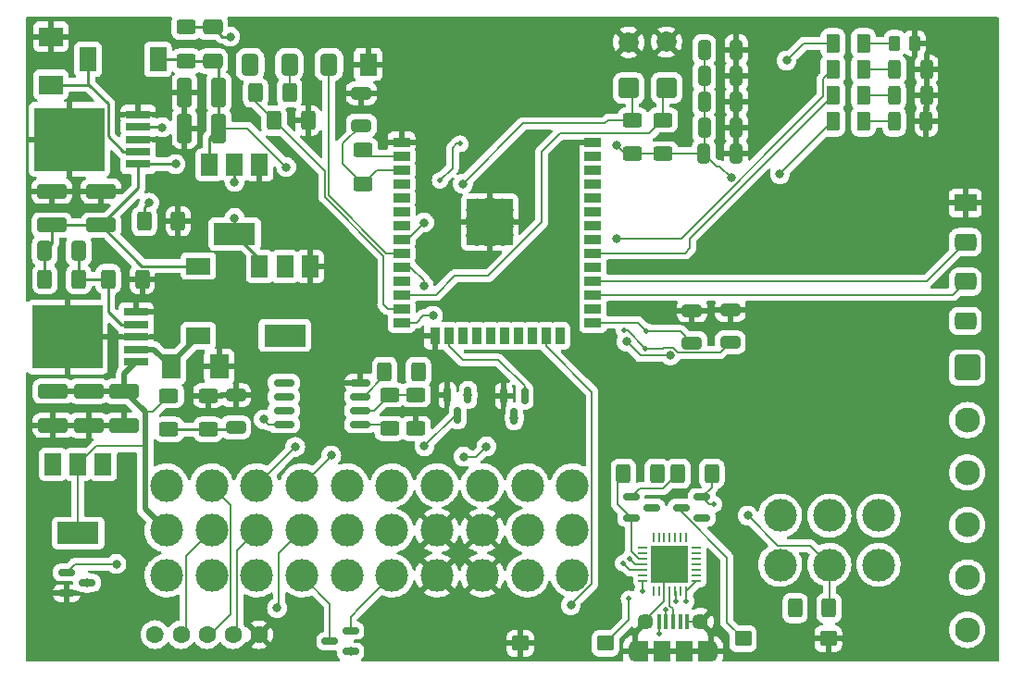
<source format=gbr>
%TF.GenerationSoftware,KiCad,Pcbnew,(6.0.10)*%
%TF.CreationDate,2023-04-25T21:53:47+02:00*%
%TF.ProjectId,sabvoton-controller,73616276-6f74-46f6-9e2d-636f6e74726f,rev?*%
%TF.SameCoordinates,Original*%
%TF.FileFunction,Copper,L1,Top*%
%TF.FilePolarity,Positive*%
%FSLAX46Y46*%
G04 Gerber Fmt 4.6, Leading zero omitted, Abs format (unit mm)*
G04 Created by KiCad (PCBNEW (6.0.10)) date 2023-04-25 21:53:47*
%MOMM*%
%LPD*%
G01*
G04 APERTURE LIST*
G04 Aperture macros list*
%AMRoundRect*
0 Rectangle with rounded corners*
0 $1 Rounding radius*
0 $2 $3 $4 $5 $6 $7 $8 $9 X,Y pos of 4 corners*
0 Add a 4 corners polygon primitive as box body*
4,1,4,$2,$3,$4,$5,$6,$7,$8,$9,$2,$3,0*
0 Add four circle primitives for the rounded corners*
1,1,$1+$1,$2,$3*
1,1,$1+$1,$4,$5*
1,1,$1+$1,$6,$7*
1,1,$1+$1,$8,$9*
0 Add four rect primitives between the rounded corners*
20,1,$1+$1,$2,$3,$4,$5,0*
20,1,$1+$1,$4,$5,$6,$7,0*
20,1,$1+$1,$6,$7,$8,$9,0*
20,1,$1+$1,$8,$9,$2,$3,0*%
G04 Aperture macros list end*
%TA.AperFunction,SMDPad,CuDef*%
%ADD10RoundRect,0.250000X0.375000X0.625000X-0.375000X0.625000X-0.375000X-0.625000X0.375000X-0.625000X0*%
%TD*%
%TA.AperFunction,SMDPad,CuDef*%
%ADD11RoundRect,0.250000X-0.312500X-0.625000X0.312500X-0.625000X0.312500X0.625000X-0.312500X0.625000X0*%
%TD*%
%TA.AperFunction,SMDPad,CuDef*%
%ADD12RoundRect,0.250000X-0.262500X-0.450000X0.262500X-0.450000X0.262500X0.450000X-0.262500X0.450000X0*%
%TD*%
%TA.AperFunction,SMDPad,CuDef*%
%ADD13RoundRect,0.250000X-0.650000X0.325000X-0.650000X-0.325000X0.650000X-0.325000X0.650000X0.325000X0*%
%TD*%
%TA.AperFunction,SMDPad,CuDef*%
%ADD14RoundRect,0.250000X0.650000X-0.325000X0.650000X0.325000X-0.650000X0.325000X-0.650000X-0.325000X0*%
%TD*%
%TA.AperFunction,SMDPad,CuDef*%
%ADD15RoundRect,0.250000X-0.325000X-0.650000X0.325000X-0.650000X0.325000X0.650000X-0.325000X0.650000X0*%
%TD*%
%TA.AperFunction,SMDPad,CuDef*%
%ADD16RoundRect,0.250000X0.625000X-0.400000X0.625000X0.400000X-0.625000X0.400000X-0.625000X-0.400000X0*%
%TD*%
%TA.AperFunction,ComponentPad*%
%ADD17RoundRect,0.250000X0.675000X-0.675000X0.675000X0.675000X-0.675000X0.675000X-0.675000X-0.675000X0*%
%TD*%
%TA.AperFunction,ComponentPad*%
%ADD18C,1.850000*%
%TD*%
%TA.AperFunction,SMDPad,CuDef*%
%ADD19RoundRect,0.400000X0.600000X-0.400000X0.600000X0.400000X-0.600000X0.400000X-0.600000X-0.400000X0*%
%TD*%
%TA.AperFunction,SMDPad,CuDef*%
%ADD20R,2.000000X1.600000*%
%TD*%
%TA.AperFunction,SMDPad,CuDef*%
%ADD21C,1.600000*%
%TD*%
%TA.AperFunction,SMDPad,CuDef*%
%ADD22RoundRect,0.150000X0.800000X0.150000X-0.800000X0.150000X-0.800000X-0.150000X0.800000X-0.150000X0*%
%TD*%
%TA.AperFunction,SMDPad,CuDef*%
%ADD23R,1.500000X2.000000*%
%TD*%
%TA.AperFunction,SMDPad,CuDef*%
%ADD24R,3.800000X2.000000*%
%TD*%
%TA.AperFunction,SMDPad,CuDef*%
%ADD25RoundRect,0.250000X0.400000X0.625000X-0.400000X0.625000X-0.400000X-0.625000X0.400000X-0.625000X0*%
%TD*%
%TA.AperFunction,SMDPad,CuDef*%
%ADD26RoundRect,0.150000X0.587500X0.150000X-0.587500X0.150000X-0.587500X-0.150000X0.587500X-0.150000X0*%
%TD*%
%TA.AperFunction,SMDPad,CuDef*%
%ADD27RoundRect,0.150000X-0.150000X0.587500X-0.150000X-0.587500X0.150000X-0.587500X0.150000X0.587500X0*%
%TD*%
%TA.AperFunction,SMDPad,CuDef*%
%ADD28RoundRect,0.150000X-0.587500X-0.150000X0.587500X-0.150000X0.587500X0.150000X-0.587500X0.150000X0*%
%TD*%
%TA.AperFunction,SMDPad,CuDef*%
%ADD29RoundRect,0.400000X-0.400000X-0.600000X0.400000X-0.600000X0.400000X0.600000X-0.400000X0.600000X0*%
%TD*%
%TA.AperFunction,SMDPad,CuDef*%
%ADD30R,1.600000X2.000000*%
%TD*%
%TA.AperFunction,SMDPad,CuDef*%
%ADD31RoundRect,0.062500X0.062500X-0.337500X0.062500X0.337500X-0.062500X0.337500X-0.062500X-0.337500X0*%
%TD*%
%TA.AperFunction,SMDPad,CuDef*%
%ADD32RoundRect,0.062500X0.337500X-0.062500X0.337500X0.062500X-0.337500X0.062500X-0.337500X-0.062500X0*%
%TD*%
%TA.AperFunction,SMDPad,CuDef*%
%ADD33R,3.350000X3.350000*%
%TD*%
%TA.AperFunction,SMDPad,CuDef*%
%ADD34RoundRect,0.140000X0.610000X0.560000X-0.610000X0.560000X-0.610000X-0.560000X0.610000X-0.560000X0*%
%TD*%
%TA.AperFunction,SMDPad,CuDef*%
%ADD35RoundRect,0.140000X-0.610000X-0.560000X0.610000X-0.560000X0.610000X0.560000X-0.610000X0.560000X0*%
%TD*%
%TA.AperFunction,SMDPad,CuDef*%
%ADD36RoundRect,0.250000X-0.400000X-0.625000X0.400000X-0.625000X0.400000X0.625000X-0.400000X0.625000X0*%
%TD*%
%TA.AperFunction,SMDPad,CuDef*%
%ADD37R,0.400000X1.350000*%
%TD*%
%TA.AperFunction,SMDPad,CuDef*%
%ADD38R,1.500000X1.900000*%
%TD*%
%TA.AperFunction,SMDPad,CuDef*%
%ADD39R,1.200000X1.900000*%
%TD*%
%TA.AperFunction,ComponentPad*%
%ADD40O,1.200000X1.900000*%
%TD*%
%TA.AperFunction,ComponentPad*%
%ADD41C,1.450000*%
%TD*%
%TA.AperFunction,ComponentPad*%
%ADD42RoundRect,0.250001X-0.899999X0.899999X-0.899999X-0.899999X0.899999X-0.899999X0.899999X0.899999X0*%
%TD*%
%TA.AperFunction,ComponentPad*%
%ADD43C,2.300000*%
%TD*%
%TA.AperFunction,SMDPad,CuDef*%
%ADD44RoundRect,0.250000X1.100000X-0.412500X1.100000X0.412500X-1.100000X0.412500X-1.100000X-0.412500X0*%
%TD*%
%TA.AperFunction,SMDPad,CuDef*%
%ADD45RoundRect,0.250000X0.412500X1.100000X-0.412500X1.100000X-0.412500X-1.100000X0.412500X-1.100000X0*%
%TD*%
%TA.AperFunction,SMDPad,CuDef*%
%ADD46RoundRect,0.250000X0.412500X0.650000X-0.412500X0.650000X-0.412500X-0.650000X0.412500X-0.650000X0*%
%TD*%
%TA.AperFunction,SMDPad,CuDef*%
%ADD47R,2.200000X0.800000*%
%TD*%
%TA.AperFunction,SMDPad,CuDef*%
%ADD48R,6.400000X5.800000*%
%TD*%
%TA.AperFunction,SMDPad,CuDef*%
%ADD49R,2.200000X1.500000*%
%TD*%
%TA.AperFunction,ComponentPad*%
%ADD50C,3.000000*%
%TD*%
%TA.AperFunction,SMDPad,CuDef*%
%ADD51RoundRect,0.250000X-0.650000X0.412500X-0.650000X-0.412500X0.650000X-0.412500X0.650000X0.412500X0*%
%TD*%
%TA.AperFunction,SMDPad,CuDef*%
%ADD52R,1.500000X2.200000*%
%TD*%
%TA.AperFunction,SMDPad,CuDef*%
%ADD53R,1.500000X0.900000*%
%TD*%
%TA.AperFunction,SMDPad,CuDef*%
%ADD54R,0.900000X1.500000*%
%TD*%
%TA.AperFunction,SMDPad,CuDef*%
%ADD55R,4.200000X4.200000*%
%TD*%
%TA.AperFunction,SMDPad,CuDef*%
%ADD56R,1.050000X1.050000*%
%TD*%
%TA.AperFunction,HeatsinkPad*%
%ADD57C,0.475000*%
%TD*%
%TA.AperFunction,SMDPad,CuDef*%
%ADD58R,2.200000X1.750000*%
%TD*%
%TA.AperFunction,SMDPad,CuDef*%
%ADD59R,1.750000X2.200000*%
%TD*%
%TA.AperFunction,ViaPad*%
%ADD60C,0.800000*%
%TD*%
%TA.AperFunction,ViaPad*%
%ADD61C,0.500000*%
%TD*%
%TA.AperFunction,Conductor*%
%ADD62C,0.150000*%
%TD*%
%TA.AperFunction,Conductor*%
%ADD63C,0.200000*%
%TD*%
%TA.AperFunction,Conductor*%
%ADD64C,0.500000*%
%TD*%
%TA.AperFunction,Conductor*%
%ADD65C,0.250000*%
%TD*%
G04 APERTURE END LIST*
D10*
%TO.P,D5,1,K*%
%TO.N,Net-(D5-Pad1)*%
X168120000Y-66070000D03*
%TO.P,D5,2,A*%
%TO.N,3.3V*%
X165320000Y-66070000D03*
%TD*%
%TO.P,D6,1,K*%
%TO.N,Net-(D6-Pad1)*%
X168130000Y-63690000D03*
%TO.P,D6,2,A*%
%TO.N,LED_ON*%
X165330000Y-63690000D03*
%TD*%
%TO.P,D4,1,K*%
%TO.N,Net-(D4-Pad1)*%
X168120000Y-61300000D03*
%TO.P,D4,2,A*%
%TO.N,5V*%
X165320000Y-61300000D03*
%TD*%
%TO.P,D3,1,K*%
%TO.N,Net-(D3-Pad1)*%
X168120000Y-58910000D03*
%TO.P,D3,2,A*%
%TO.N,12V*%
X165320000Y-58910000D03*
%TD*%
D11*
%TO.P,R_LED_4,1*%
%TO.N,Net-(D6-Pad1)*%
X170937500Y-63690000D03*
%TO.P,R_LED_4,2*%
%TO.N,B-*%
X173862500Y-63690000D03*
%TD*%
%TO.P,R_LED_3,1*%
%TO.N,Net-(D5-Pad1)*%
X170927500Y-66070000D03*
%TO.P,R_LED_3,2*%
%TO.N,B-*%
X173852500Y-66070000D03*
%TD*%
%TO.P,R_LED_2,1*%
%TO.N,Net-(D4-Pad1)*%
X170957500Y-61310000D03*
%TO.P,R_LED_2,2*%
%TO.N,B-*%
X173882500Y-61310000D03*
%TD*%
D12*
%TO.P,R_LED_1,1*%
%TO.N,Net-(D3-Pad1)*%
X170957500Y-58910000D03*
%TO.P,R_LED_1,2*%
%TO.N,B-*%
X172782500Y-58910000D03*
%TD*%
D13*
%TO.P,CSMALL13,1*%
%TO.N,B-*%
X152440000Y-83375000D03*
%TO.P,CSMALL13,2*%
%TO.N,BOOT*%
X152440000Y-86325000D03*
%TD*%
%TO.P,CSMALL12,1*%
%TO.N,B-*%
X155940000Y-83335000D03*
%TO.P,CSMALL12,2*%
%TO.N,EN*%
X155940000Y-86285000D03*
%TD*%
D14*
%TO.P,CSMALL11,1*%
%TO.N,EN*%
X122190000Y-66435000D03*
%TO.P,CSMALL11,2*%
%TO.N,B-*%
X122190000Y-63485000D03*
%TD*%
D15*
%TO.P,CSMALL10,1*%
%TO.N,3.3V*%
X153515000Y-69020000D03*
%TO.P,CSMALL10,2*%
%TO.N,B-*%
X156465000Y-69020000D03*
%TD*%
%TO.P,CSMALL9,1*%
%TO.N,3.3V*%
X153545000Y-66640000D03*
%TO.P,CSMALL9,2*%
%TO.N,B-*%
X156495000Y-66640000D03*
%TD*%
%TO.P,CSMALL8,1*%
%TO.N,3.3V*%
X153545000Y-64230000D03*
%TO.P,CSMALL8,2*%
%TO.N,B-*%
X156495000Y-64230000D03*
%TD*%
%TO.P,CSMALL7,1*%
%TO.N,3.3V*%
X153545000Y-61900000D03*
%TO.P,CSMALL7,2*%
%TO.N,B-*%
X156495000Y-61900000D03*
%TD*%
%TO.P,CSMALL6,1*%
%TO.N,3.3V*%
X153545000Y-59520000D03*
%TO.P,CSMALL6,2*%
%TO.N,B-*%
X156495000Y-59520000D03*
%TD*%
D16*
%TO.P,R10,1*%
%TO.N,3.3V*%
X147000000Y-69030000D03*
%TO.P,R10,2*%
%TO.N,BATTERY_TEMP*%
X147000000Y-65930000D03*
%TD*%
%TO.P,R9,1*%
%TO.N,3.3V*%
X149780000Y-69030000D03*
%TO.P,R9,2*%
%TO.N,CONTROLLER_TEMP*%
X149780000Y-65930000D03*
%TD*%
D17*
%TO.P,J7,1,Pin_1*%
%TO.N,BATTERY_TEMP*%
X146650000Y-63030000D03*
D18*
%TO.P,J7,2,Pin_2*%
%TO.N,B-*%
X146650000Y-58830000D03*
%TD*%
D17*
%TO.P,J6,1,Pin_1*%
%TO.N,CONTROLLER_TEMP*%
X150100000Y-63000000D03*
D18*
%TO.P,J6,2,Pin_2*%
%TO.N,B-*%
X150100000Y-58800000D03*
%TD*%
D19*
%TO.P,J4,1,Pin_1*%
%TO.N,5V*%
X177430000Y-84330000D03*
%TO.P,J4,2,Pin_2*%
%TO.N,DISPLAY_RX*%
X177430000Y-80730000D03*
%TO.P,J4,3,Pin_3*%
%TO.N,DISPLAY_TX*%
X177430000Y-77130000D03*
D20*
%TO.P,J4,4,Pin_4*%
%TO.N,B-*%
X177430000Y-73530000D03*
%TD*%
D21*
%TO.P,J9,1,Pin_1*%
%TO.N,PROGRAMMING_RB*%
X103330000Y-113035000D03*
%TO.P,J9,2,Pin_2*%
%TO.N,PROGRAMMING_BY*%
X105705000Y-113035000D03*
%TO.P,J9,3,Pin_3*%
%TO.N,PROGRAMMING_BB*%
X108080000Y-113035000D03*
%TO.P,J9,4,Pin_4*%
%TO.N,PROGRAMMING_GB*%
X110455000Y-113035000D03*
%TO.P,J9,5,Pin_5*%
%TO.N,B-*%
X112830000Y-113035000D03*
%TD*%
D22*
%TO.P,U7,8,VCC*%
%TO.N,5V*%
X115110000Y-93785000D03*
%TO.P,U7,7,OUT_B*%
%TO.N,unconnected-(U7-Pad7)*%
X115110000Y-92515000D03*
%TO.P,U7,6,IN_B_-*%
%TO.N,unconnected-(U7-Pad6)*%
X115110000Y-91245000D03*
%TO.P,U7,5,IN_B_+*%
%TO.N,unconnected-(U7-Pad5)*%
X115110000Y-89975000D03*
%TO.P,U7,4,GND*%
%TO.N,B-*%
X122110000Y-89975000D03*
%TO.P,U7,3,IN_A_+*%
%TO.N,Net-(R6-Pad2)*%
X122110000Y-91245000D03*
%TO.P,U7,2,IN_A_-*%
%TO.N,Net-(R7-Pad2)*%
X122110000Y-92515000D03*
%TO.P,U7,1,OUT_A*%
%TO.N,THROTTLE*%
X122110000Y-93785000D03*
%TD*%
D23*
%TO.P,U6,1,IN*%
%TO.N,Net-(Q1-Pad3)*%
X98590000Y-97450000D03*
D24*
%TO.P,U6,2,Vbb*%
%TO.N,B+*%
X96290000Y-103750000D03*
D23*
X96290000Y-97450000D03*
%TO.P,U6,3,OUT*%
%TO.N,IGNITION*%
X93990000Y-97450000D03*
%TD*%
D25*
%TO.P,R15,1*%
%TO.N,B-*%
X117310000Y-65980000D03*
%TO.P,R15,2*%
%TO.N,PAS_SIGNAL_LOW*%
X114210000Y-65980000D03*
%TD*%
%TO.P,R14,1*%
%TO.N,PAS_SIGNAL*%
X115630000Y-63430000D03*
%TO.P,R14,2*%
%TO.N,PAS_SIGNAL_LOW*%
X112530000Y-63430000D03*
%TD*%
D16*
%TO.P,R11,1*%
%TO.N,EN*%
X122350000Y-71800000D03*
%TO.P,R11,2*%
%TO.N,3.3V*%
X122350000Y-68700000D03*
%TD*%
%TO.P,R8,1*%
%TO.N,THROTTLE*%
X124790000Y-94180000D03*
%TO.P,R8,2*%
%TO.N,Net-(R7-Pad2)*%
X124790000Y-91080000D03*
%TD*%
%TO.P,R7,1*%
%TO.N,B-*%
X127180000Y-94180000D03*
%TO.P,R7,2*%
%TO.N,Net-(R7-Pad2)*%
X127180000Y-91080000D03*
%TD*%
D25*
%TO.P,R6,1*%
%TO.N,THROTTLE_OUTPUT*%
X127420000Y-88980000D03*
%TO.P,R6,2*%
%TO.N,Net-(R6-Pad2)*%
X124320000Y-88980000D03*
%TD*%
%TO.P,R5,1*%
%TO.N,ENGINE_SENSOR*%
X164960000Y-110600000D03*
%TO.P,R5,2*%
%TO.N,3.3V*%
X161860000Y-110600000D03*
%TD*%
D26*
%TO.P,Q4,1,G*%
%TO.N,SWITCH_SOFT_START*%
X121207500Y-114590000D03*
%TO.P,Q4,2,S*%
%TO.N,SOFT_START_B*%
X121207500Y-112690000D03*
%TO.P,Q4,3,D*%
%TO.N,SOFT_START_A*%
X119332500Y-113640000D03*
%TD*%
D27*
%TO.P,Q3,1,G*%
%TO.N,SWITCH_LOW*%
X131950000Y-91092500D03*
%TO.P,Q3,2,S*%
%TO.N,B-*%
X130050000Y-91092500D03*
%TO.P,Q3,3,D*%
%TO.N,GEAR_LOW*%
X131000000Y-92967500D03*
%TD*%
%TO.P,Q2,1,G*%
%TO.N,SWITCH_HIGH*%
X137130000Y-91172500D03*
%TO.P,Q2,2,S*%
%TO.N,B-*%
X135230000Y-91172500D03*
%TO.P,Q2,3,D*%
%TO.N,GEAR_HIGH*%
X136180000Y-93047500D03*
%TD*%
D28*
%TO.P,Q1,1,G*%
%TO.N,POWER_SWITCH*%
X95242500Y-107340000D03*
%TO.P,Q1,2,S*%
%TO.N,B-*%
X95242500Y-109240000D03*
%TO.P,Q1,3,D*%
%TO.N,Net-(Q1-Pad3)*%
X97117500Y-108290000D03*
%TD*%
D29*
%TO.P,J5,1,Pin_1*%
%TO.N,12V*%
X112020000Y-60850000D03*
%TO.P,J5,2,Pin_2*%
%TO.N,PAS_SIGNAL*%
X115620000Y-60850000D03*
%TO.P,J5,3,Pin_3*%
%TO.N,TORQUE_OUTPUT*%
X119220000Y-60850000D03*
D30*
%TO.P,J5,4,Pin_4*%
%TO.N,B-*%
X122820000Y-60850000D03*
%TD*%
D31*
%TO.P,U8,1,~{DCD}*%
%TO.N,unconnected-(U8-Pad1)*%
X148900000Y-109050000D03*
%TO.P,U8,2,~{RI}/CLK*%
%TO.N,unconnected-(U8-Pad2)*%
X149400000Y-109050000D03*
%TO.P,U8,3,GND*%
%TO.N,B-*%
X149900000Y-109050000D03*
%TO.P,U8,4,D+*%
%TO.N,Net-(J8-Pad3)*%
X150400000Y-109050000D03*
%TO.P,U8,5,D-*%
%TO.N,Net-(J8-Pad2)*%
X150900000Y-109050000D03*
%TO.P,U8,6,VDD*%
%TO.N,unconnected-(U8-Pad6)*%
X151400000Y-109050000D03*
%TO.P,U8,7,VREGIN*%
%TO.N,5V*%
X151900000Y-109050000D03*
D32*
%TO.P,U8,8,VBUS*%
X152850000Y-108100000D03*
%TO.P,U8,9,~{RST}*%
%TO.N,unconnected-(U8-Pad9)*%
X152850000Y-107600000D03*
%TO.P,U8,10,NC*%
%TO.N,unconnected-(U8-Pad10)*%
X152850000Y-107100000D03*
%TO.P,U8,11,~{SUSPEND}*%
%TO.N,unconnected-(U8-Pad11)*%
X152850000Y-106600000D03*
%TO.P,U8,12,SUSPEND*%
%TO.N,unconnected-(U8-Pad12)*%
X152850000Y-106100000D03*
%TO.P,U8,13,CHREN*%
%TO.N,unconnected-(U8-Pad13)*%
X152850000Y-105600000D03*
%TO.P,U8,14,CHR1*%
%TO.N,unconnected-(U8-Pad14)*%
X152850000Y-105100000D03*
D31*
%TO.P,U8,15,CHR0*%
%TO.N,unconnected-(U8-Pad15)*%
X151900000Y-104150000D03*
%TO.P,U8,16,~{WAKEUP}/GPIO.3*%
%TO.N,unconnected-(U8-Pad16)*%
X151400000Y-104150000D03*
%TO.P,U8,17,RS485/GPIO.2*%
%TO.N,unconnected-(U8-Pad17)*%
X150900000Y-104150000D03*
%TO.P,U8,18,~{RXT}/GPIO.1*%
%TO.N,unconnected-(U8-Pad18)*%
X150400000Y-104150000D03*
%TO.P,U8,19,~{TXT}/GPIO.0*%
%TO.N,unconnected-(U8-Pad19)*%
X149900000Y-104150000D03*
%TO.P,U8,20,GPIO.6*%
%TO.N,unconnected-(U8-Pad20)*%
X149400000Y-104150000D03*
%TO.P,U8,21,GPIO.5*%
%TO.N,unconnected-(U8-Pad21)*%
X148900000Y-104150000D03*
D32*
%TO.P,U8,22,GPIO.4*%
%TO.N,unconnected-(U8-Pad22)*%
X147950000Y-105100000D03*
%TO.P,U8,23,~{CTS}*%
%TO.N,unconnected-(U8-Pad23)*%
X147950000Y-105600000D03*
%TO.P,U8,24,~{RTS}*%
%TO.N,Net-(Q5-Pad2)*%
X147950000Y-106100000D03*
%TO.P,U8,25,RXD*%
%TO.N,RXD*%
X147950000Y-106600000D03*
%TO.P,U8,26,TXD*%
%TO.N,TXD*%
X147950000Y-107100000D03*
%TO.P,U8,27,~{DSR}*%
%TO.N,unconnected-(U8-Pad27)*%
X147950000Y-107600000D03*
%TO.P,U8,28,~{DTR}*%
%TO.N,Net-(Q6-Pad2)*%
X147950000Y-108100000D03*
D33*
%TO.P,U8,29,GND*%
%TO.N,B-*%
X150400000Y-106600000D03*
%TD*%
D34*
%TO.P,SW2,1,1*%
%TO.N,B-*%
X164900000Y-113400000D03*
%TO.P,SW2,2,2*%
%TO.N,BOOT*%
X157100000Y-113400000D03*
%TD*%
D35*
%TO.P,SW1,1,1*%
%TO.N,B-*%
X136720000Y-113830000D03*
%TO.P,SW1,2,2*%
%TO.N,EN*%
X144520000Y-113830000D03*
%TD*%
D25*
%TO.P,R13,1*%
%TO.N,Net-(Q6-Pad1)*%
X149250000Y-98300000D03*
%TO.P,R13,2*%
%TO.N,Net-(Q5-Pad2)*%
X146150000Y-98300000D03*
%TD*%
D36*
%TO.P,R12,1*%
%TO.N,Net-(Q5-Pad1)*%
X151150000Y-98300000D03*
%TO.P,R12,2*%
%TO.N,Net-(Q6-Pad2)*%
X154250000Y-98300000D03*
%TD*%
D26*
%TO.P,Q6,1,B*%
%TO.N,Net-(Q6-Pad1)*%
X153337500Y-102350000D03*
%TO.P,Q6,2,E*%
%TO.N,Net-(Q6-Pad2)*%
X153337500Y-100450000D03*
%TO.P,Q6,3,C*%
%TO.N,BOOT*%
X151462500Y-101400000D03*
%TD*%
D28*
%TO.P,Q5,1,B*%
%TO.N,Net-(Q5-Pad1)*%
X146862500Y-100450000D03*
%TO.P,Q5,2,E*%
%TO.N,Net-(Q5-Pad2)*%
X146862500Y-102350000D03*
%TO.P,Q5,3,C*%
%TO.N,EN*%
X148737500Y-101400000D03*
%TD*%
D13*
%TO.P,CSMALL1,1*%
%TO.N,B-*%
X110700000Y-91125000D03*
%TO.P,CSMALL1,2*%
%TO.N,BATTERY_VOLTAGE*%
X110700000Y-94075000D03*
%TD*%
D37*
%TO.P,J8,1,VBUS*%
%TO.N,5V*%
X149400000Y-111837500D03*
%TO.P,J8,2,D-*%
%TO.N,Net-(J8-Pad2)*%
X150050000Y-111837500D03*
%TO.P,J8,3,D+*%
%TO.N,Net-(J8-Pad3)*%
X150700000Y-111837500D03*
%TO.P,J8,4,ID*%
%TO.N,unconnected-(J8-Pad4)*%
X151350000Y-111837500D03*
%TO.P,J8,5,GND*%
%TO.N,B-*%
X152000000Y-111837500D03*
D38*
%TO.P,J8,6,Shield*%
X149700000Y-114537500D03*
D39*
X153600000Y-114537500D03*
D40*
X154200000Y-114537500D03*
D41*
X148200000Y-111837500D03*
D40*
X147200000Y-114537500D03*
D39*
X147800000Y-114537500D03*
D41*
X153200000Y-111837500D03*
D38*
X151700000Y-114537500D03*
%TD*%
D42*
%TO.P,J3,1,Pin_1*%
%TO.N,Net-(J1-Pad1)*%
X177600000Y-88600000D03*
D43*
%TO.P,J3,2,Pin_2*%
%TO.N,Net-(J1-Pad2)*%
X177600000Y-93400000D03*
%TO.P,J3,3,Pin_3*%
%TO.N,Net-(J1-Pad3)*%
X177600000Y-98200000D03*
%TO.P,J3,4,Pin_4*%
%TO.N,Net-(J1-Pad4)*%
X177600000Y-103000000D03*
%TO.P,J3,5,Pin_5*%
%TO.N,ENGINE_SENSOR*%
X177600000Y-107800000D03*
%TO.P,J3,6,Pin_6*%
%TO.N,Net-(J1-Pad6)*%
X177600000Y-112600000D03*
%TD*%
D16*
%TO.P,RB2,1*%
%TO.N,BATTERY_VOLTAGE*%
X104600000Y-94250000D03*
%TO.P,RB2,2*%
%TO.N,B+*%
X104600000Y-91150000D03*
%TD*%
D44*
%TO.P,COUT1,1*%
%TO.N,12V*%
X98400000Y-75562500D03*
%TO.P,COUT1,2*%
%TO.N,B-*%
X98400000Y-72437500D03*
%TD*%
D45*
%TO.P,COUT2,1*%
%TO.N,5V*%
X109162500Y-66700000D03*
%TO.P,COUT2,2*%
%TO.N,B-*%
X106037500Y-66700000D03*
%TD*%
D46*
%TO.P,CFF1,1*%
%TO.N,Net-(CFF1-Pad1)*%
X96362500Y-77900000D03*
%TO.P,CFF1,2*%
%TO.N,12V*%
X93237500Y-77900000D03*
%TD*%
D47*
%TO.P,U2,1,VIN*%
%TO.N,B+*%
X101600000Y-88080000D03*
%TO.P,U2,2,SW*%
%TO.N,Net-(D1-Pad1)*%
X101600000Y-86940000D03*
%TO.P,U2,3,GND*%
%TO.N,B-*%
X101600000Y-85800000D03*
D48*
X95300000Y-85800000D03*
D47*
%TO.P,U2,4,FB*%
%TO.N,Net-(CFF1-Pad1)*%
X101600000Y-84660000D03*
%TO.P,U2,5,EN*%
%TO.N,B-*%
X101600000Y-83520000D03*
%TD*%
D49*
%TO.P,L1,1,1*%
%TO.N,Net-(D1-Pad1)*%
X107300000Y-85700000D03*
%TO.P,L1,2,2*%
%TO.N,12V*%
X107300000Y-79300000D03*
%TD*%
D23*
%TO.P,U5,1,GND*%
%TO.N,B-*%
X117500000Y-79350000D03*
D24*
%TO.P,U5,2,VO*%
%TO.N,1.8V*%
X115200000Y-85650000D03*
D23*
X115200000Y-79350000D03*
%TO.P,U5,3,VI*%
%TO.N,3.3V*%
X112900000Y-79350000D03*
%TD*%
D44*
%TO.P,CIN1,1*%
%TO.N,B-*%
X94000000Y-93862500D03*
%TO.P,CIN1,2*%
%TO.N,B+*%
X94000000Y-90737500D03*
%TD*%
D50*
%TO.P,J1,1,Pin_1*%
%TO.N,Net-(J1-Pad1)*%
X160500000Y-102150000D03*
%TO.P,J1,2,Pin_2*%
%TO.N,Net-(J1-Pad2)*%
X165000000Y-102150000D03*
%TO.P,J1,3,Pin_3*%
%TO.N,Net-(J1-Pad3)*%
X169500000Y-102150000D03*
%TO.P,J1,4,Pin_4*%
%TO.N,Net-(J1-Pad4)*%
X160500000Y-106650000D03*
%TO.P,J1,5,Pin_5*%
%TO.N,ENGINE_SENSOR*%
X165000000Y-106650000D03*
%TO.P,J1,6,Pin_6*%
%TO.N,Net-(J1-Pad6)*%
X169500000Y-106650000D03*
%TD*%
D51*
%TO.P,CFF2,1*%
%TO.N,Net-(CFF2-Pad1)*%
X108600000Y-57437500D03*
%TO.P,CFF2,2*%
%TO.N,5V*%
X108600000Y-60562500D03*
%TD*%
D52*
%TO.P,L2,1,1*%
%TO.N,Net-(D2-Pad1)*%
X97200000Y-60400000D03*
%TO.P,L2,2,2*%
%TO.N,5V*%
X103600000Y-60400000D03*
%TD*%
D53*
%TO.P,U1,1,GND*%
%TO.N,B-*%
X125870000Y-67950000D03*
%TO.P,U1,2,VDD*%
%TO.N,3.3V*%
X125870000Y-69220000D03*
%TO.P,U1,3,EN*%
%TO.N,EN*%
X125870000Y-70490000D03*
%TO.P,U1,4,SENSOR_VP*%
%TO.N,unconnected-(U1-Pad4)*%
X125870000Y-71760000D03*
%TO.P,U1,5,SENSOR_VN*%
%TO.N,unconnected-(U1-Pad5)*%
X125870000Y-73030000D03*
%TO.P,U1,6,IO34*%
%TO.N,ENGINE_SENSOR*%
X125870000Y-74300000D03*
%TO.P,U1,7,IO35*%
%TO.N,BATTERY_VOLTAGE*%
X125870000Y-75570000D03*
%TO.P,U1,8,IO32*%
%TO.N,BATTERY_TEMP*%
X125870000Y-76840000D03*
%TO.P,U1,9,IO33*%
%TO.N,TORQUE_OUTPUT*%
X125870000Y-78110000D03*
%TO.P,U1,10,IO25*%
%TO.N,THROTTLE_OUTPUT*%
X125870000Y-79380000D03*
%TO.P,U1,11,IO26*%
%TO.N,1.8V*%
X125870000Y-80650000D03*
%TO.P,U1,12,IO27*%
%TO.N,CONTROLLER_TEMP*%
X125870000Y-81920000D03*
%TO.P,U1,13,IO14*%
%TO.N,PAS_SIGNAL_LOW*%
X125870000Y-83190000D03*
%TO.P,U1,14,IO12*%
%TO.N,SWITCH_LOW*%
X125870000Y-84460000D03*
D54*
%TO.P,U1,15,GND*%
%TO.N,B-*%
X128910000Y-85710000D03*
%TO.P,U1,16,IO13*%
%TO.N,SWITCH_HIGH*%
X130180000Y-85710000D03*
%TO.P,U1,17,SHD/SD2*%
%TO.N,unconnected-(U1-Pad17)*%
X131450000Y-85710000D03*
%TO.P,U1,18,SWP/SD3*%
%TO.N,unconnected-(U1-Pad18)*%
X132720000Y-85710000D03*
%TO.P,U1,19,SCS/CMD*%
%TO.N,unconnected-(U1-Pad19)*%
X133990000Y-85710000D03*
%TO.P,U1,20,SCK/CLK*%
%TO.N,unconnected-(U1-Pad20)*%
X135260000Y-85710000D03*
%TO.P,U1,21,SDO/SD0*%
%TO.N,unconnected-(U1-Pad21)*%
X136530000Y-85710000D03*
%TO.P,U1,22,SDI/SD1*%
%TO.N,unconnected-(U1-Pad22)*%
X137800000Y-85710000D03*
%TO.P,U1,23,IO15*%
%TO.N,SWITCH_SOFT_START*%
X139070000Y-85710000D03*
%TO.P,U1,24,IO2*%
%TO.N,unconnected-(U1-Pad24)*%
X140340000Y-85710000D03*
D53*
%TO.P,U1,25,IO0*%
%TO.N,BOOT*%
X143370000Y-84460000D03*
%TO.P,U1,26,IO4*%
%TO.N,POWER_SWITCH*%
X143370000Y-83190000D03*
%TO.P,U1,27,IO16*%
%TO.N,DISPLAY_RX*%
X143370000Y-81920000D03*
%TO.P,U1,28,IO17*%
%TO.N,DISPLAY_TX*%
X143370000Y-80650000D03*
%TO.P,U1,29,IO5*%
%TO.N,unconnected-(U1-Pad29)*%
X143370000Y-79380000D03*
%TO.P,U1,30,IO18*%
%TO.N,LED_ON*%
X143370000Y-78110000D03*
%TO.P,U1,31,IO19*%
%TO.N,unconnected-(U1-Pad31)*%
X143370000Y-76840000D03*
%TO.P,U1,32,NC*%
%TO.N,unconnected-(U1-Pad32)*%
X143370000Y-75570000D03*
%TO.P,U1,33,IO21*%
%TO.N,unconnected-(U1-Pad33)*%
X143370000Y-74300000D03*
%TO.P,U1,34,RXD0/IO3*%
%TO.N,TXD*%
X143370000Y-73030000D03*
%TO.P,U1,35,TXD0/IO1*%
%TO.N,RXD*%
X143370000Y-71760000D03*
%TO.P,U1,36,IO22*%
%TO.N,unconnected-(U1-Pad36)*%
X143370000Y-70490000D03*
%TO.P,U1,37,IO23*%
%TO.N,unconnected-(U1-Pad37)*%
X143370000Y-69220000D03*
%TO.P,U1,38,GND*%
%TO.N,B-*%
X143370000Y-67950000D03*
D55*
%TO.P,U1,39,GND*%
X133940000Y-75290000D03*
D56*
X133940000Y-73765000D03*
X135465000Y-76815000D03*
D57*
X133177500Y-75290000D03*
X134702500Y-75290000D03*
X133940000Y-74527500D03*
D56*
X132415000Y-75290000D03*
D57*
X133940000Y-76052500D03*
X132415000Y-74527500D03*
X135465000Y-76052500D03*
D56*
X132415000Y-76815000D03*
X135465000Y-75290000D03*
D57*
X133177500Y-76815000D03*
X133177500Y-73765000D03*
D56*
X133940000Y-75290000D03*
D57*
X134702500Y-73765000D03*
D56*
X133940000Y-76815000D03*
D57*
X132415000Y-76052500D03*
X135465000Y-74527500D03*
D56*
X132415000Y-73765000D03*
X135465000Y-73765000D03*
D57*
X134702500Y-76815000D03*
%TD*%
D36*
%TO.P,R1,1*%
%TO.N,12V*%
X93250000Y-80500000D03*
%TO.P,R1,2*%
%TO.N,Net-(CFF1-Pad1)*%
X96350000Y-80500000D03*
%TD*%
%TO.P,R4,1*%
%TO.N,Net-(CFF2-Pad1)*%
X102350000Y-75200000D03*
%TO.P,R4,2*%
%TO.N,B-*%
X105450000Y-75200000D03*
%TD*%
D44*
%TO.P,COUT3,1*%
%TO.N,12V*%
X93900000Y-75562500D03*
%TO.P,COUT3,2*%
%TO.N,B-*%
X93900000Y-72437500D03*
%TD*%
D47*
%TO.P,U3,1,VIN*%
%TO.N,12V*%
X101800000Y-69980000D03*
%TO.P,U3,2,SW*%
%TO.N,Net-(D2-Pad1)*%
X101800000Y-68840000D03*
%TO.P,U3,3,GND*%
%TO.N,B-*%
X101800000Y-67700000D03*
D48*
X95500000Y-67700000D03*
D47*
%TO.P,U3,4,FB*%
%TO.N,Net-(CFF2-Pad1)*%
X101800000Y-66560000D03*
%TO.P,U3,5,EN*%
%TO.N,B-*%
X101800000Y-65420000D03*
%TD*%
D16*
%TO.P,RB1,1*%
%TO.N,BATTERY_VOLTAGE*%
X108200000Y-94250000D03*
%TO.P,RB1,2*%
%TO.N,B-*%
X108200000Y-91150000D03*
%TD*%
D23*
%TO.P,U4,1,GND*%
%TO.N,B-*%
X112900000Y-70050000D03*
%TO.P,U4,2,VO*%
%TO.N,3.3V*%
X110600000Y-70050000D03*
D24*
X110600000Y-76350000D03*
D23*
%TO.P,U4,3,VI*%
%TO.N,5V*%
X108300000Y-70050000D03*
%TD*%
D36*
%TO.P,R2,1*%
%TO.N,Net-(CFF1-Pad1)*%
X99050000Y-80500000D03*
%TO.P,R2,2*%
%TO.N,B-*%
X102150000Y-80500000D03*
%TD*%
D58*
%TO.P,D2,1,A1*%
%TO.N,Net-(D2-Pad1)*%
X93800000Y-62700000D03*
%TO.P,D2,2,A2*%
%TO.N,B-*%
X93800000Y-58300000D03*
%TD*%
D44*
%TO.P,CIN3,1*%
%TO.N,B-*%
X100520000Y-93882500D03*
%TO.P,CIN3,2*%
%TO.N,B+*%
X100520000Y-90757500D03*
%TD*%
D50*
%TO.P,J2,1,Pin_1*%
%TO.N,unconnected-(J2-Pad1)*%
X104375000Y-99375000D03*
%TO.P,J2,2,Pin_2*%
%TO.N,PROGRAMMING_BB*%
X108500000Y-99375000D03*
%TO.P,J2,3,Pin_3*%
%TO.N,GEAR_LOW*%
X112625000Y-99375000D03*
%TO.P,J2,4,Pin_4*%
%TO.N,GEAR_HIGH*%
X116750000Y-99375000D03*
%TO.P,J2,5,Pin_5*%
%TO.N,unconnected-(J2-Pad5)*%
X120875000Y-99375000D03*
%TO.P,J2,6,Pin_6*%
%TO.N,unconnected-(J2-Pad6)*%
X125000000Y-99375000D03*
%TO.P,J2,7,Pin_7*%
%TO.N,unconnected-(J2-Pad7)*%
X129125000Y-99375000D03*
%TO.P,J2,8,Pin_8*%
%TO.N,unconnected-(J2-Pad8)*%
X133250000Y-99375000D03*
%TO.P,J2,9,Pin_9*%
%TO.N,unconnected-(J2-Pad9)*%
X137375000Y-99375000D03*
%TO.P,J2,10,Pin_10*%
%TO.N,unconnected-(J2-Pad10)*%
X141500000Y-99375000D03*
%TO.P,J2,11,Pin_11*%
%TO.N,B+*%
X104375000Y-103500000D03*
%TO.P,J2,12,Pin_12*%
%TO.N,PROGRAMMING_BY*%
X108500000Y-103500000D03*
%TO.P,J2,13,Pin_13*%
%TO.N,PROGRAMMING_GB*%
X112625000Y-103500000D03*
%TO.P,J2,14,Pin_14*%
%TO.N,PROGRAMMING_RB*%
X116750000Y-103500000D03*
%TO.P,J2,15,Pin_15*%
%TO.N,unconnected-(J2-Pad15)*%
X120875000Y-103500000D03*
%TO.P,J2,16,Pin_16*%
%TO.N,unconnected-(J2-Pad16)*%
X125000000Y-103500000D03*
%TO.P,J2,17,Pin_17*%
%TO.N,B-*%
X129125000Y-103500000D03*
%TO.P,J2,18,Pin_18*%
X133250000Y-103500000D03*
%TO.P,J2,19,Pin_19*%
%TO.N,THROTTLE*%
X137375000Y-103500000D03*
%TO.P,J2,20,Pin_20*%
%TO.N,IGNITION*%
X141500000Y-103500000D03*
%TO.P,J2,21,Pin_21*%
%TO.N,unconnected-(J2-Pad21)*%
X104375000Y-107625000D03*
%TO.P,J2,22,Pin_22*%
%TO.N,unconnected-(J2-Pad22)*%
X108500000Y-107625000D03*
%TO.P,J2,23,Pin_23*%
%TO.N,unconnected-(J2-Pad23)*%
X112625000Y-107625000D03*
%TO.P,J2,24,Pin_24*%
%TO.N,SOFT_START_A*%
X116750000Y-107625000D03*
%TO.P,J2,25,Pin_25*%
%TO.N,unconnected-(J2-Pad25)*%
X120875000Y-107625000D03*
%TO.P,J2,26,Pin_26*%
%TO.N,SOFT_START_B*%
X125000000Y-107625000D03*
%TO.P,J2,27,Pin_27*%
%TO.N,B-*%
X129125000Y-107625000D03*
%TO.P,J2,28,Pin_28*%
X133250000Y-107625000D03*
%TO.P,J2,29,Pin_29*%
%TO.N,unconnected-(J2-Pad29)*%
X137375000Y-107625000D03*
%TO.P,J2,30,Pin_30*%
%TO.N,unconnected-(J2-Pad30)*%
X141500000Y-107625000D03*
%TD*%
D45*
%TO.P,COUT4,1*%
%TO.N,5V*%
X109162500Y-63400000D03*
%TO.P,COUT4,2*%
%TO.N,B-*%
X106037500Y-63400000D03*
%TD*%
D16*
%TO.P,R3,1*%
%TO.N,5V*%
X106200000Y-60550000D03*
%TO.P,R3,2*%
%TO.N,Net-(CFF2-Pad1)*%
X106200000Y-57450000D03*
%TD*%
D59*
%TO.P,D1,1,A1*%
%TO.N,Net-(D1-Pad1)*%
X104800000Y-88500000D03*
%TO.P,D1,2,A2*%
%TO.N,B-*%
X109200000Y-88500000D03*
%TD*%
D44*
%TO.P,CIN2,1*%
%TO.N,B-*%
X97260000Y-93872500D03*
%TO.P,CIN2,2*%
%TO.N,B+*%
X97260000Y-90747500D03*
%TD*%
D60*
%TO.N,5V*%
X145500000Y-76760000D03*
%TO.N,12V*%
X161080000Y-60490000D03*
%TO.N,3.3V*%
X160480000Y-70890000D03*
X156000000Y-71230000D03*
%TO.N,BATTERY_TEMP*%
X127925000Y-75325000D03*
X131480000Y-71770000D03*
%TO.N,3.3V*%
X145550000Y-68260000D03*
%TO.N,5V*%
X150470000Y-87480000D03*
X146451091Y-86208909D03*
X177420000Y-84470000D03*
%TO.N,PROGRAMMING_RB*%
X114485000Y-110605000D03*
X103690000Y-112990000D03*
%TO.N,SWITCH_LOW*%
X128750000Y-83850000D03*
X131950000Y-91092500D03*
%TO.N,B-*%
X95410000Y-85950000D03*
%TO.N,GEAR_HIGH*%
X136180000Y-93180000D03*
X133630000Y-95820000D03*
X131550000Y-96740000D03*
X119440000Y-96640000D03*
%TO.N,GEAR_LOW*%
X116150000Y-95850000D03*
X127970000Y-95800000D03*
%TO.N,SWITCH_SOFT_START*%
X141360000Y-110340000D03*
X121207500Y-114590000D03*
%TO.N,IGNITION*%
X94000000Y-97490000D03*
%TO.N,POWER_SWITCH*%
X143290000Y-83190000D03*
X99790000Y-106570000D03*
%TO.N,THROTTLE_OUTPUT*%
X127900000Y-81100000D03*
X127420000Y-88980000D03*
%TO.N,Net-(Q1-Pad3)*%
X97130000Y-108300000D03*
X98580000Y-97500000D03*
%TO.N,THROTTLE*%
X124755000Y-94145000D03*
%TO.N,5V*%
X113280000Y-93330000D03*
%TO.N,ENGINE_SENSOR*%
X157530000Y-102140000D03*
D61*
X131230000Y-68110000D03*
X129400000Y-71450000D03*
D60*
%TO.N,3.3V*%
X161920000Y-110660000D03*
%TO.N,12V*%
X112040000Y-60830000D03*
X105200000Y-69980000D03*
%TO.N,5V*%
X115320000Y-70240000D03*
D61*
%TO.N,EN*%
X125880000Y-70500000D03*
X146240000Y-85220000D03*
X148150000Y-86850000D03*
X148720000Y-101450000D03*
X146670000Y-109770000D03*
%TO.N,BOOT*%
X151070000Y-101400000D03*
X148290000Y-85290000D03*
%TO.N,Net-(Q6-Pad1)*%
X149260000Y-98370000D03*
X153330000Y-102360000D03*
%TO.N,Net-(Q6-Pad2)*%
X154440000Y-101090000D03*
X147920000Y-109050000D03*
%TO.N,RXD*%
X146695501Y-106066255D03*
%TO.N,TXD*%
X146130000Y-106490000D03*
X143450000Y-73050000D03*
%TO.N,RXD*%
X143500000Y-71800000D03*
%TO.N,Net-(J8-Pad2)*%
X150949500Y-109950000D03*
X149997824Y-110774440D03*
%TO.N,5V*%
X151910000Y-109990000D03*
X149400000Y-112920000D03*
D60*
%TO.N,ENGINE_SENSOR*%
X125900000Y-74300000D03*
%TO.N,Net-(CFF2-Pad1)*%
X102800000Y-73500000D03*
X104000000Y-66600000D03*
X110200000Y-58300000D03*
%TO.N,3.3V*%
X110600000Y-74900000D03*
X125870000Y-69220000D03*
X110600000Y-71600000D03*
%TO.N,BATTERY_VOLTAGE*%
X108200000Y-94250000D03*
X125900000Y-75600000D03*
%TO.N,1.8V*%
X115200000Y-79400000D03*
X115200000Y-85100000D03*
X125870000Y-80650000D03*
%TD*%
D62*
%TO.N,5V*%
X164430000Y-63770000D02*
X164430000Y-62190000D01*
X164430000Y-62190000D02*
X165320000Y-61300000D01*
X151440000Y-76760000D02*
X164430000Y-63770000D01*
X145500000Y-76760000D02*
X151440000Y-76760000D01*
%TO.N,12V*%
X162660000Y-58910000D02*
X161080000Y-60490000D01*
X165320000Y-58910000D02*
X162660000Y-58910000D01*
%TO.N,3.3V*%
X165300000Y-66070000D02*
X165320000Y-66070000D01*
X160480000Y-70890000D02*
X165300000Y-66070000D01*
X154965000Y-70195000D02*
X156000000Y-71230000D01*
X154690000Y-70195000D02*
X154965000Y-70195000D01*
X153515000Y-69020000D02*
X154690000Y-70195000D01*
%TO.N,LED_ON*%
X152230000Y-76790000D02*
X165330000Y-63690000D01*
X152230000Y-77670000D02*
X152230000Y-76790000D01*
X151790000Y-78110000D02*
X152230000Y-77670000D01*
X143370000Y-78110000D02*
X151790000Y-78110000D01*
%TO.N,Net-(D3-Pad1)*%
X170957500Y-58910000D02*
X168120000Y-58910000D01*
%TO.N,Net-(D4-Pad1)*%
X170957500Y-61310000D02*
X168130000Y-61310000D01*
X168130000Y-61310000D02*
X168120000Y-61300000D01*
%TO.N,Net-(D6-Pad1)*%
X170937500Y-63690000D02*
X168130000Y-63690000D01*
%TO.N,Net-(D5-Pad1)*%
X170927500Y-66070000D02*
X168120000Y-66070000D01*
%TO.N,CONTROLLER_TEMP*%
X138680000Y-68840000D02*
X140337513Y-67182487D01*
X140337513Y-67182487D02*
X148527513Y-67182487D01*
X138680000Y-75300000D02*
X138680000Y-68840000D01*
X133805000Y-80175000D02*
X138680000Y-75300000D01*
X148527513Y-67182487D02*
X149780000Y-65930000D01*
X130755000Y-80175000D02*
X133805000Y-80175000D01*
%TO.N,3.3V*%
X153545000Y-61900000D02*
X153545000Y-59520000D01*
X153545000Y-64230000D02*
X153545000Y-61900000D01*
X153545000Y-66640000D02*
X153545000Y-64230000D01*
X153545000Y-68990000D02*
X153545000Y-66640000D01*
X153515000Y-69020000D02*
X153545000Y-68990000D01*
X153505000Y-69030000D02*
X153515000Y-69020000D01*
X149780000Y-69030000D02*
X153505000Y-69030000D01*
%TO.N,EN*%
X150734595Y-86790000D02*
X149795000Y-86790000D01*
X151145000Y-87200405D02*
X150734595Y-86790000D01*
X155024595Y-87200405D02*
X151145000Y-87200405D01*
X155940000Y-86285000D02*
X155024595Y-87200405D01*
X149795000Y-86790000D02*
X149735000Y-86850000D01*
%TO.N,BOOT*%
X151405000Y-85290000D02*
X148290000Y-85290000D01*
X152440000Y-86325000D02*
X151405000Y-85290000D01*
%TO.N,EN*%
X148150000Y-86850000D02*
X149735000Y-86850000D01*
%TO.N,BATTERY_TEMP*%
X131480000Y-71770000D02*
X137000000Y-66250000D01*
X144770000Y-65930000D02*
X147000000Y-65930000D01*
X144450000Y-66250000D02*
X144770000Y-65930000D01*
X137000000Y-66250000D02*
X144450000Y-66250000D01*
X126410000Y-76840000D02*
X127925000Y-75325000D01*
X125870000Y-76840000D02*
X126410000Y-76840000D01*
%TO.N,EN*%
X120510000Y-68115000D02*
X120510000Y-69960000D01*
X120510000Y-69960000D02*
X122350000Y-71800000D01*
X122190000Y-66435000D02*
X120510000Y-68115000D01*
%TO.N,3.3V*%
X146320000Y-69030000D02*
X145550000Y-68260000D01*
X147000000Y-69030000D02*
X146320000Y-69030000D01*
%TO.N,BATTERY_TEMP*%
X147000000Y-63380000D02*
X146650000Y-63030000D01*
X147000000Y-65930000D02*
X147000000Y-63380000D01*
%TO.N,CONTROLLER_TEMP*%
X149780000Y-65930000D02*
X149780000Y-63320000D01*
X149780000Y-63320000D02*
X150100000Y-63000000D01*
%TO.N,3.3V*%
X147000000Y-69030000D02*
X149780000Y-69030000D01*
%TO.N,CONTROLLER_TEMP*%
X129010000Y-81920000D02*
X130755000Y-80175000D01*
X125870000Y-81920000D02*
X129010000Y-81920000D01*
%TO.N,DISPLAY_TX*%
X173910000Y-80650000D02*
X177430000Y-77130000D01*
X143370000Y-80650000D02*
X173910000Y-80650000D01*
%TO.N,DISPLAY_RX*%
X176240000Y-81920000D02*
X177430000Y-80730000D01*
X143370000Y-81920000D02*
X176240000Y-81920000D01*
D63*
%TO.N,5V*%
X150460000Y-87490000D02*
X150470000Y-87480000D01*
X150080000Y-87490000D02*
X150460000Y-87490000D01*
X147732182Y-87490000D02*
X150080000Y-87490000D01*
X146451091Y-86208909D02*
X147732182Y-87490000D01*
D62*
%TO.N,PROGRAMMING_RB*%
X114670000Y-105580000D02*
X116750000Y-103500000D01*
X114670000Y-110420000D02*
X114670000Y-105580000D01*
X114485000Y-110605000D02*
X114670000Y-110420000D01*
%TO.N,PROGRAMMING_BY*%
X106150000Y-105850000D02*
X108500000Y-103500000D01*
X106150000Y-112905000D02*
X106150000Y-105850000D01*
X106065000Y-112990000D02*
X106150000Y-112905000D01*
%TO.N,PROGRAMMING_BB*%
X110275000Y-101150000D02*
X108500000Y-99375000D01*
X110275000Y-111155000D02*
X110275000Y-101150000D01*
X108440000Y-112990000D02*
X110275000Y-111155000D01*
%TO.N,PROGRAMMING_GB*%
X110815000Y-105310000D02*
X112625000Y-103500000D01*
X110815000Y-112990000D02*
X110815000Y-105310000D01*
%TO.N,SOFT_START_A*%
X119332500Y-110207500D02*
X116750000Y-107625000D01*
X119332500Y-113640000D02*
X119332500Y-110207500D01*
%TO.N,SWITCH_LOW*%
X127230000Y-84460000D02*
X125870000Y-84460000D01*
X127840000Y-83850000D02*
X127230000Y-84460000D01*
X128750000Y-83850000D02*
X127840000Y-83850000D01*
%TO.N,GEAR_HIGH*%
X132710000Y-96740000D02*
X133630000Y-95820000D01*
X131550000Y-96740000D02*
X132710000Y-96740000D01*
X119440000Y-96685000D02*
X119440000Y-96640000D01*
X116750000Y-99375000D02*
X119440000Y-96685000D01*
%TO.N,GEAR_LOW*%
X116150000Y-95850000D02*
X112625000Y-99375000D01*
%TO.N,SWITCH_SOFT_START*%
X141335230Y-110315230D02*
X141360000Y-110340000D01*
X141335230Y-110300000D02*
X141335230Y-110315230D01*
%TO.N,B-*%
X128910000Y-85710000D02*
X128910000Y-86030000D01*
%TO.N,POWER_SWITCH*%
X96012500Y-106570000D02*
X99790000Y-106570000D01*
X95242500Y-107340000D02*
X96012500Y-106570000D01*
%TO.N,SWITCH_SOFT_START*%
X139070000Y-86610000D02*
X139070000Y-85710000D01*
X143290000Y-108345230D02*
X143290000Y-90830000D01*
X141335230Y-110300000D02*
X143290000Y-108345230D01*
X143290000Y-90830000D02*
X139070000Y-86610000D01*
%TO.N,SOFT_START_B*%
X121207500Y-111417500D02*
X122125000Y-110500000D01*
X121207500Y-112690000D02*
X121207500Y-111417500D01*
%TO.N,THROTTLE_OUTPUT*%
X127900000Y-80610000D02*
X126670000Y-79380000D01*
X127900000Y-81100000D02*
X127900000Y-80610000D01*
%TO.N,SWITCH_HIGH*%
X134740000Y-87910000D02*
X137130000Y-90300000D01*
X131480000Y-87910000D02*
X134740000Y-87910000D01*
X130180000Y-86610000D02*
X131480000Y-87910000D01*
X130180000Y-85710000D02*
X130180000Y-86610000D01*
X137130000Y-90300000D02*
X137130000Y-91172500D01*
%TO.N,B+*%
X96290000Y-103750000D02*
X96290000Y-97450000D01*
X102415000Y-95775000D02*
X102425000Y-95765000D01*
X97965000Y-95775000D02*
X102415000Y-95775000D01*
X96290000Y-97450000D02*
X97965000Y-95775000D01*
D64*
X102425000Y-95765000D02*
X102425000Y-92662500D01*
X102425000Y-101550000D02*
X102425000Y-95765000D01*
D62*
%TO.N,THROTTLE*%
X124755000Y-94145000D02*
X124790000Y-94180000D01*
%TO.N,GEAR_LOW*%
X130802500Y-92967500D02*
X127970000Y-95800000D01*
X131000000Y-92967500D02*
X130802500Y-92967500D01*
%TO.N,SOFT_START_B*%
X122125000Y-110500000D02*
X125000000Y-107625000D01*
%TO.N,5V*%
X113735000Y-93785000D02*
X113280000Y-93330000D01*
X115110000Y-93785000D02*
X113735000Y-93785000D01*
%TO.N,ENGINE_SENSOR*%
X163225000Y-104875000D02*
X165000000Y-106650000D01*
X160265000Y-104875000D02*
X163225000Y-104875000D01*
X157530000Y-102140000D02*
X160265000Y-104875000D01*
X130920000Y-68110000D02*
X131230000Y-68110000D01*
X130530000Y-70320000D02*
X130530000Y-68500000D01*
X130530000Y-68500000D02*
X130920000Y-68110000D01*
X129400000Y-71450000D02*
X130530000Y-70320000D01*
X165000000Y-110560000D02*
X165000000Y-106650000D01*
X164960000Y-110600000D02*
X165000000Y-110560000D01*
%TO.N,PAS_SIGNAL_LOW*%
X124240000Y-82840000D02*
X124590000Y-83190000D01*
X118870000Y-72994975D02*
X124240000Y-78364974D01*
X124240000Y-78364974D02*
X124240000Y-82840000D01*
X118870000Y-70640000D02*
X118870000Y-72994975D01*
X124590000Y-83190000D02*
X125870000Y-83190000D01*
X114210000Y-65980000D02*
X118870000Y-70640000D01*
%TO.N,TORQUE_OUTPUT*%
X124480000Y-78110000D02*
X125870000Y-78110000D01*
X119220000Y-72850000D02*
X124480000Y-78110000D01*
X119220000Y-60850000D02*
X119220000Y-72850000D01*
%TO.N,EN*%
X123640000Y-70490000D02*
X125870000Y-70490000D01*
X122350000Y-71780000D02*
X123640000Y-70490000D01*
X122350000Y-71800000D02*
X122350000Y-71780000D01*
%TO.N,3.3V*%
X122350000Y-68700000D02*
X122870000Y-69220000D01*
X122870000Y-69220000D02*
X125870000Y-69220000D01*
%TO.N,THROTTLE_OUTPUT*%
X126670000Y-79380000D02*
X125870000Y-79380000D01*
%TO.N,Net-(R6-Pad2)*%
X122391041Y-91245000D02*
X124320000Y-89316041D01*
X124320000Y-89316041D02*
X124320000Y-88980000D01*
X122110000Y-91245000D02*
X122391041Y-91245000D01*
%TO.N,Net-(R7-Pad2)*%
X124790000Y-91080000D02*
X127180000Y-91080000D01*
%TO.N,THROTTLE*%
X124395000Y-93785000D02*
X124755000Y-94145000D01*
X122110000Y-93785000D02*
X124395000Y-93785000D01*
%TO.N,Net-(R7-Pad2)*%
X123355000Y-92515000D02*
X124790000Y-91080000D01*
X122110000Y-92515000D02*
X123355000Y-92515000D01*
%TO.N,PAS_SIGNAL*%
X115620000Y-63420000D02*
X115630000Y-63430000D01*
X115620000Y-60850000D02*
X115620000Y-63420000D01*
%TO.N,PAS_SIGNAL_LOW*%
X112530000Y-63430000D02*
X112530000Y-64300000D01*
X112530000Y-64300000D02*
X114210000Y-65980000D01*
D65*
%TO.N,12V*%
X101800000Y-69980000D02*
X105200000Y-69980000D01*
D62*
%TO.N,B-*%
X152000000Y-111837500D02*
X153200000Y-111837500D01*
D63*
%TO.N,5V*%
X111780000Y-66700000D02*
X109162500Y-66700000D01*
X115320000Y-70240000D02*
X111780000Y-66700000D01*
D62*
%TO.N,EN*%
X146520000Y-85220000D02*
X146240000Y-85220000D01*
X148150000Y-86850000D02*
X146520000Y-85220000D01*
X146670000Y-111680000D02*
X146670000Y-109770000D01*
X144520000Y-113830000D02*
X146670000Y-111680000D01*
%TO.N,BOOT*%
X155630000Y-111930000D02*
X157100000Y-113400000D01*
X155630000Y-105981041D02*
X155630000Y-111930000D01*
X151462500Y-101813541D02*
X155630000Y-105981041D01*
X151462500Y-101400000D02*
X151462500Y-101813541D01*
X147460000Y-84460000D02*
X148290000Y-85290000D01*
X143370000Y-84460000D02*
X147460000Y-84460000D01*
%TO.N,Net-(Q6-Pad2)*%
X154440000Y-101090000D02*
X153977500Y-101090000D01*
X153977500Y-101090000D02*
X153337500Y-100450000D01*
X147950000Y-109020000D02*
X147920000Y-109050000D01*
X147950000Y-108100000D02*
X147950000Y-109020000D01*
X154250000Y-99537500D02*
X154250000Y-98300000D01*
X153337500Y-100450000D02*
X154250000Y-99537500D01*
%TO.N,Net-(Q5-Pad1)*%
X147652500Y-99660000D02*
X149790000Y-99660000D01*
X149790000Y-99660000D02*
X151150000Y-98300000D01*
X146862500Y-100450000D02*
X147652500Y-99660000D01*
%TO.N,Net-(Q5-Pad2)*%
X145590000Y-98860000D02*
X146150000Y-98300000D01*
X146862500Y-102350000D02*
X145590000Y-101077500D01*
X145590000Y-101077500D02*
X145590000Y-98860000D01*
X146862500Y-105389797D02*
X146862500Y-102350000D01*
X147572703Y-106100000D02*
X146862500Y-105389797D01*
X147950000Y-106100000D02*
X147572703Y-106100000D01*
%TO.N,RXD*%
X147229246Y-106600000D02*
X147950000Y-106600000D01*
X146695501Y-106066255D02*
X147229246Y-106600000D01*
%TO.N,TXD*%
X146740000Y-107100000D02*
X147950000Y-107100000D01*
X146130000Y-106490000D02*
X146740000Y-107100000D01*
D63*
%TO.N,5V*%
X149400000Y-112920000D02*
X149400000Y-111837500D01*
D62*
%TO.N,Net-(J8-Pad2)*%
X150050000Y-111837500D02*
X150050000Y-110826616D01*
X150050000Y-110826616D02*
X149997824Y-110774440D01*
D63*
%TO.N,5V*%
X151910000Y-109040000D02*
X152850000Y-108100000D01*
X151910000Y-109990000D02*
X151910000Y-109040000D01*
%TO.N,Net-(J8-Pad2)*%
X150949500Y-109099500D02*
X150900000Y-109050000D01*
X150949500Y-109950000D02*
X150949500Y-109099500D01*
D65*
%TO.N,BATTERY_VOLTAGE*%
X110525000Y-94250000D02*
X110700000Y-94075000D01*
X108200000Y-94250000D02*
X110525000Y-94250000D01*
D63*
%TO.N,B-*%
X148200000Y-111700000D02*
X148200000Y-111837500D01*
X149900000Y-110000000D02*
X148200000Y-111700000D01*
%TO.N,Net-(J8-Pad3)*%
X150400000Y-110400000D02*
X150400000Y-109050000D01*
X150700000Y-110700000D02*
X150400000Y-110400000D01*
X150700000Y-111837500D02*
X150700000Y-110700000D01*
%TO.N,B-*%
X149900000Y-109050000D02*
X149900000Y-110000000D01*
X149900000Y-107100000D02*
X150400000Y-106600000D01*
X149900000Y-109050000D02*
X149900000Y-107100000D01*
D64*
%TO.N,B+*%
X94000000Y-90737500D02*
X97250000Y-90737500D01*
D63*
X103087500Y-92662500D02*
X102425000Y-92662500D01*
X104600000Y-91150000D02*
X103087500Y-92662500D01*
D64*
X97260000Y-90747500D02*
X100510000Y-90747500D01*
X104375000Y-103500000D02*
X102425000Y-101550000D01*
X100520000Y-90757500D02*
X100520000Y-89160000D01*
X100510000Y-90747500D02*
X100520000Y-90757500D01*
X102425000Y-92662500D02*
X100520000Y-90757500D01*
X97250000Y-90737500D02*
X97260000Y-90747500D01*
X100520000Y-89160000D02*
X101600000Y-88080000D01*
D65*
%TO.N,Net-(CFF1-Pad1)*%
X100250000Y-84660000D02*
X99050000Y-83460000D01*
X99050000Y-83460000D02*
X99050000Y-80500000D01*
X96350000Y-80500000D02*
X99050000Y-80500000D01*
X96350000Y-80500000D02*
X96350000Y-77912500D01*
X101600000Y-84660000D02*
X100250000Y-84660000D01*
X96350000Y-77912500D02*
X96362500Y-77900000D01*
%TO.N,12V*%
X101800000Y-72162500D02*
X101800000Y-69980000D01*
X93250000Y-80500000D02*
X93250000Y-77912500D01*
X102137500Y-79300000D02*
X107300000Y-79300000D01*
X98400000Y-75562500D02*
X102137500Y-79300000D01*
X93900000Y-75562500D02*
X98400000Y-75562500D01*
X93237500Y-77900000D02*
X93900000Y-77237500D01*
X93900000Y-77237500D02*
X93900000Y-75562500D01*
X93250000Y-77912500D02*
X93237500Y-77900000D01*
X98400000Y-75562500D02*
X101800000Y-72162500D01*
%TO.N,Net-(CFF2-Pad1)*%
X110200000Y-58300000D02*
X109462500Y-58300000D01*
X109462500Y-58300000D02*
X108600000Y-57437500D01*
X108600000Y-57437500D02*
X106212500Y-57437500D01*
X102350000Y-73950000D02*
X102800000Y-73500000D01*
X106212500Y-57437500D02*
X106200000Y-57450000D01*
X103960000Y-66560000D02*
X101800000Y-66560000D01*
X102350000Y-75200000D02*
X102350000Y-73950000D01*
X104000000Y-66600000D02*
X103960000Y-66560000D01*
%TO.N,5V*%
X109162500Y-61125000D02*
X109162500Y-63400000D01*
X103600000Y-60400000D02*
X106050000Y-60400000D01*
X108587500Y-60550000D02*
X108600000Y-60562500D01*
X106200000Y-60550000D02*
X108587500Y-60550000D01*
X109162500Y-63400000D02*
X109162500Y-66700000D01*
X108600000Y-60562500D02*
X109162500Y-61125000D01*
X109162500Y-66700000D02*
X108300000Y-67562500D01*
X106050000Y-60400000D02*
X106200000Y-60550000D01*
X108300000Y-67562500D02*
X108300000Y-70050000D01*
%TO.N,3.3V*%
X112900000Y-78650000D02*
X112900000Y-79350000D01*
X110600000Y-76350000D02*
X110600000Y-74900000D01*
X110600000Y-76350000D02*
X112900000Y-78650000D01*
X110600000Y-70050000D02*
X110600000Y-71600000D01*
D64*
%TO.N,Net-(D1-Pad1)*%
X104800000Y-88200000D02*
X107300000Y-85700000D01*
X103240000Y-86940000D02*
X104800000Y-88500000D01*
X101600000Y-86940000D02*
X103240000Y-86940000D01*
X104800000Y-88500000D02*
X104800000Y-88200000D01*
D65*
%TO.N,Net-(D2-Pad1)*%
X99025000Y-67415000D02*
X99025000Y-64475000D01*
X97200000Y-60400000D02*
X97200000Y-62650000D01*
X101800000Y-68840000D02*
X100450000Y-68840000D01*
X100450000Y-68840000D02*
X99025000Y-67415000D01*
X99025000Y-64475000D02*
X97250000Y-62700000D01*
X97200000Y-62650000D02*
X97250000Y-62700000D01*
X97250000Y-62700000D02*
X93800000Y-62700000D01*
%TO.N,BATTERY_VOLTAGE*%
X104600000Y-94250000D02*
X108200000Y-94250000D01*
%TD*%
%TA.AperFunction,Conductor*%
%TO.N,B-*%
G36*
X104860171Y-56528502D02*
G01*
X104906664Y-56582158D01*
X104916768Y-56652432D01*
X104899310Y-56700616D01*
X104882885Y-56727262D01*
X104827203Y-56895139D01*
X104826503Y-56901975D01*
X104826502Y-56901978D01*
X104823575Y-56930548D01*
X104816500Y-56999600D01*
X104816500Y-57900400D01*
X104816837Y-57903646D01*
X104816837Y-57903650D01*
X104826519Y-57996959D01*
X104827474Y-58006166D01*
X104829655Y-58012702D01*
X104829655Y-58012704D01*
X104866657Y-58123611D01*
X104883450Y-58173946D01*
X104976522Y-58324348D01*
X105101697Y-58449305D01*
X105107927Y-58453145D01*
X105107928Y-58453146D01*
X105245090Y-58537694D01*
X105252262Y-58542115D01*
X105301586Y-58558475D01*
X105413611Y-58595632D01*
X105413613Y-58595632D01*
X105420139Y-58597797D01*
X105426975Y-58598497D01*
X105426978Y-58598498D01*
X105470031Y-58602909D01*
X105524600Y-58608500D01*
X106875400Y-58608500D01*
X106878646Y-58608163D01*
X106878650Y-58608163D01*
X106974308Y-58598238D01*
X106974312Y-58598237D01*
X106981166Y-58597526D01*
X106987702Y-58595345D01*
X106987704Y-58595345D01*
X107135446Y-58546054D01*
X107148946Y-58541550D01*
X107234161Y-58488817D01*
X107293126Y-58452329D01*
X107293130Y-58452326D01*
X107299348Y-58448478D01*
X107304515Y-58443302D01*
X107309241Y-58439556D01*
X107375051Y-58412919D01*
X107444815Y-58426090D01*
X107464903Y-58440701D01*
X107465774Y-58439598D01*
X107471515Y-58444132D01*
X107476697Y-58449305D01*
X107531952Y-58483365D01*
X107620090Y-58537694D01*
X107627262Y-58542115D01*
X107676586Y-58558475D01*
X107788611Y-58595632D01*
X107788613Y-58595632D01*
X107795139Y-58597797D01*
X107801975Y-58598497D01*
X107801978Y-58598498D01*
X107845031Y-58602909D01*
X107899600Y-58608500D01*
X108822906Y-58608500D01*
X108891027Y-58628502D01*
X108912001Y-58645405D01*
X108958843Y-58692247D01*
X108966387Y-58700537D01*
X108970500Y-58707018D01*
X108976277Y-58712443D01*
X109020167Y-58753658D01*
X109023009Y-58756413D01*
X109042730Y-58776134D01*
X109045925Y-58778612D01*
X109054947Y-58786318D01*
X109087179Y-58816586D01*
X109094128Y-58820406D01*
X109104932Y-58826346D01*
X109121456Y-58837199D01*
X109137459Y-58849613D01*
X109178043Y-58867176D01*
X109188673Y-58872383D01*
X109227440Y-58893695D01*
X109235117Y-58895666D01*
X109235122Y-58895668D01*
X109247058Y-58898732D01*
X109265766Y-58905137D01*
X109284355Y-58913181D01*
X109292183Y-58914421D01*
X109292190Y-58914423D01*
X109328024Y-58920099D01*
X109339644Y-58922505D01*
X109374127Y-58931358D01*
X109382470Y-58933500D01*
X109402724Y-58933500D01*
X109422434Y-58935051D01*
X109442443Y-58938220D01*
X109450335Y-58937474D01*
X109450336Y-58937474D01*
X109480455Y-58934627D01*
X109550155Y-58948130D01*
X109578793Y-58970236D01*
X109579420Y-58969540D01*
X109584332Y-58973963D01*
X109588747Y-58978866D01*
X109743248Y-59091118D01*
X109749276Y-59093802D01*
X109749278Y-59093803D01*
X109911681Y-59166109D01*
X109917712Y-59168794D01*
X110011113Y-59188647D01*
X110098056Y-59207128D01*
X110098061Y-59207128D01*
X110104513Y-59208500D01*
X110295487Y-59208500D01*
X110301939Y-59207128D01*
X110301944Y-59207128D01*
X110388887Y-59188647D01*
X110482288Y-59168794D01*
X110488319Y-59166109D01*
X110650722Y-59093803D01*
X110650724Y-59093802D01*
X110656752Y-59091118D01*
X110811253Y-58978866D01*
X110815675Y-58973955D01*
X110934621Y-58841852D01*
X110934622Y-58841851D01*
X110939040Y-58836944D01*
X110960355Y-58800025D01*
X145212815Y-58800025D01*
X145225786Y-59024960D01*
X145227219Y-59035162D01*
X145276749Y-59254945D01*
X145279832Y-59264785D01*
X145364594Y-59473527D01*
X145369247Y-59482738D01*
X145461917Y-59633960D01*
X145472375Y-59643422D01*
X145481151Y-59639639D01*
X146277978Y-58842812D01*
X146284356Y-58831132D01*
X147014408Y-58831132D01*
X147014539Y-58832965D01*
X147018790Y-58839580D01*
X147814216Y-59635006D01*
X147826226Y-59641564D01*
X147837966Y-59632596D01*
X147879511Y-59574780D01*
X147884821Y-59565943D01*
X147984642Y-59363972D01*
X147988440Y-59354379D01*
X148053935Y-59138810D01*
X148056112Y-59128740D01*
X148085757Y-58903564D01*
X148086276Y-58896889D01*
X148087829Y-58833364D01*
X148087635Y-58826646D01*
X148082980Y-58770025D01*
X148662815Y-58770025D01*
X148675786Y-58994960D01*
X148677219Y-59005162D01*
X148726749Y-59224945D01*
X148729832Y-59234785D01*
X148814594Y-59443527D01*
X148819247Y-59452738D01*
X148911917Y-59603960D01*
X148922375Y-59613422D01*
X148931151Y-59609639D01*
X149727978Y-58812812D01*
X149734356Y-58801132D01*
X150464408Y-58801132D01*
X150464539Y-58802965D01*
X150468790Y-58809580D01*
X151264216Y-59605006D01*
X151276226Y-59611564D01*
X151287966Y-59602596D01*
X151329511Y-59544780D01*
X151334821Y-59535943D01*
X151434642Y-59333972D01*
X151438440Y-59324379D01*
X151503935Y-59108810D01*
X151506112Y-59098740D01*
X151535757Y-58873564D01*
X151536276Y-58866889D01*
X151537829Y-58803364D01*
X151537635Y-58796646D01*
X151519027Y-58570313D01*
X151517342Y-58560133D01*
X151462456Y-58341623D01*
X151459136Y-58331872D01*
X151369296Y-58125251D01*
X151364430Y-58116176D01*
X151287304Y-57996959D01*
X151276618Y-57987755D01*
X151267051Y-57992159D01*
X150472022Y-58787188D01*
X150464408Y-58801132D01*
X149734356Y-58801132D01*
X149735592Y-58798868D01*
X149735461Y-58797035D01*
X149731210Y-58790420D01*
X148935875Y-57995085D01*
X148924339Y-57988785D01*
X148912057Y-57998408D01*
X148852657Y-58085485D01*
X148847568Y-58094444D01*
X148752706Y-58298807D01*
X148749149Y-58308475D01*
X148688940Y-58525580D01*
X148687009Y-58535699D01*
X148663067Y-58759736D01*
X148662815Y-58770025D01*
X148082980Y-58770025D01*
X148069027Y-58600313D01*
X148067342Y-58590133D01*
X148012456Y-58371623D01*
X148009136Y-58361872D01*
X147919296Y-58155251D01*
X147914430Y-58146176D01*
X147837304Y-58026959D01*
X147826618Y-58017755D01*
X147817051Y-58022159D01*
X147022022Y-58817188D01*
X147014408Y-58831132D01*
X146284356Y-58831132D01*
X146285592Y-58828868D01*
X146285461Y-58827035D01*
X146281210Y-58820420D01*
X145485875Y-58025085D01*
X145474339Y-58018785D01*
X145462057Y-58028408D01*
X145402657Y-58115485D01*
X145397568Y-58124444D01*
X145302706Y-58328807D01*
X145299149Y-58338475D01*
X145238940Y-58555580D01*
X145237009Y-58565699D01*
X145213067Y-58789736D01*
X145212815Y-58800025D01*
X110960355Y-58800025D01*
X111013133Y-58708611D01*
X111031223Y-58677279D01*
X111031224Y-58677278D01*
X111034527Y-58671556D01*
X111093542Y-58489928D01*
X111096561Y-58461210D01*
X111112814Y-58306565D01*
X111113504Y-58300000D01*
X111099525Y-58166998D01*
X111094232Y-58116635D01*
X111094232Y-58116633D01*
X111093542Y-58110072D01*
X111034527Y-57928444D01*
X110939040Y-57763056D01*
X110895905Y-57715149D01*
X110839816Y-57652856D01*
X145837652Y-57652856D01*
X145844398Y-57665188D01*
X146637188Y-58457978D01*
X146651132Y-58465592D01*
X146652965Y-58465461D01*
X146659580Y-58461210D01*
X147456790Y-57664000D01*
X147463811Y-57651143D01*
X147456038Y-57640475D01*
X147449786Y-57635538D01*
X147441205Y-57629836D01*
X147428561Y-57622856D01*
X149287652Y-57622856D01*
X149294398Y-57635188D01*
X150087188Y-58427978D01*
X150101132Y-58435592D01*
X150102965Y-58435461D01*
X150109580Y-58431210D01*
X150906790Y-57634000D01*
X150913811Y-57621143D01*
X150906038Y-57610475D01*
X150899786Y-57605538D01*
X150891205Y-57599836D01*
X150693955Y-57490948D01*
X150684560Y-57486727D01*
X150472180Y-57411519D01*
X150462217Y-57408887D01*
X150240407Y-57369376D01*
X150230156Y-57368407D01*
X150004866Y-57365655D01*
X149994582Y-57366375D01*
X149771879Y-57400453D01*
X149761852Y-57402842D01*
X149547705Y-57472836D01*
X149538196Y-57476833D01*
X149338360Y-57580861D01*
X149329635Y-57586355D01*
X149296106Y-57611530D01*
X149287652Y-57622856D01*
X147428561Y-57622856D01*
X147243955Y-57520948D01*
X147234560Y-57516727D01*
X147022180Y-57441519D01*
X147012217Y-57438887D01*
X146790407Y-57399376D01*
X146780156Y-57398407D01*
X146554866Y-57395655D01*
X146544582Y-57396375D01*
X146321879Y-57430453D01*
X146311852Y-57432842D01*
X146097705Y-57502836D01*
X146088196Y-57506833D01*
X145888360Y-57610861D01*
X145879635Y-57616355D01*
X145846106Y-57641530D01*
X145837652Y-57652856D01*
X110839816Y-57652856D01*
X110815675Y-57626045D01*
X110815674Y-57626044D01*
X110811253Y-57621134D01*
X110681465Y-57526837D01*
X110662094Y-57512763D01*
X110662093Y-57512762D01*
X110656752Y-57508882D01*
X110650724Y-57506198D01*
X110650722Y-57506197D01*
X110488319Y-57433891D01*
X110488318Y-57433891D01*
X110482288Y-57431206D01*
X110377286Y-57408887D01*
X110301944Y-57392872D01*
X110301939Y-57392872D01*
X110295487Y-57391500D01*
X110134500Y-57391500D01*
X110066379Y-57371498D01*
X110019886Y-57317842D01*
X110008500Y-57265500D01*
X110008500Y-56974600D01*
X110008163Y-56971350D01*
X109998238Y-56875692D01*
X109998237Y-56875688D01*
X109997526Y-56868834D01*
X109941550Y-56701054D01*
X109937694Y-56694823D01*
X109934593Y-56688203D01*
X109937529Y-56686828D01*
X109922559Y-56632233D01*
X109943784Y-56564484D01*
X109998267Y-56518963D01*
X110048539Y-56508500D01*
X180365500Y-56508500D01*
X180433621Y-56528502D01*
X180480114Y-56582158D01*
X180491500Y-56634500D01*
X180491500Y-115365500D01*
X180471498Y-115433621D01*
X180417842Y-115480114D01*
X180365500Y-115491500D01*
X155337813Y-115491500D01*
X155269692Y-115471498D01*
X155223199Y-115417842D01*
X155213095Y-115347568D01*
X155220947Y-115318402D01*
X155264961Y-115209189D01*
X155268355Y-115197730D01*
X155306857Y-115000572D01*
X155307934Y-114991709D01*
X155308000Y-114989000D01*
X155308000Y-114809615D01*
X155303525Y-114794376D01*
X155302135Y-114793171D01*
X155294452Y-114791500D01*
X146110115Y-114791500D01*
X146094876Y-114795975D01*
X146093671Y-114797365D01*
X146092000Y-114805048D01*
X146092000Y-114937332D01*
X146092285Y-114943308D01*
X146106471Y-115091994D01*
X146108730Y-115103728D01*
X146164872Y-115295099D01*
X146169302Y-115306176D01*
X146170144Y-115307810D01*
X146170318Y-115308715D01*
X146171530Y-115311745D01*
X146170946Y-115311979D01*
X146183551Y-115377529D01*
X146157137Y-115443429D01*
X146099288Y-115484587D01*
X146058127Y-115491500D01*
X122275494Y-115491500D01*
X122207373Y-115471498D01*
X122160880Y-115417842D01*
X122150776Y-115347568D01*
X122180270Y-115282988D01*
X122196565Y-115267553D01*
X122201807Y-115264453D01*
X122319453Y-115146807D01*
X122323489Y-115139983D01*
X122323491Y-115139980D01*
X122400108Y-115010427D01*
X122404145Y-115003601D01*
X122409300Y-114985859D01*
X122431302Y-114910124D01*
X122450562Y-114843831D01*
X122453500Y-114806502D01*
X122453500Y-114452969D01*
X135462000Y-114452969D01*
X135462193Y-114457898D01*
X135464386Y-114485756D01*
X135466688Y-114498359D01*
X135508357Y-114641784D01*
X135514604Y-114656220D01*
X135589876Y-114783499D01*
X135599516Y-114795926D01*
X135704074Y-114900484D01*
X135716501Y-114910124D01*
X135843780Y-114985396D01*
X135858216Y-114991643D01*
X136001641Y-115033312D01*
X136014244Y-115035614D01*
X136042102Y-115037807D01*
X136047031Y-115038000D01*
X136447885Y-115038000D01*
X136463124Y-115033525D01*
X136464329Y-115032135D01*
X136466000Y-115024452D01*
X136466000Y-115019885D01*
X136974000Y-115019885D01*
X136978475Y-115035124D01*
X136979865Y-115036329D01*
X136987548Y-115038000D01*
X137392969Y-115038000D01*
X137397898Y-115037807D01*
X137425756Y-115035614D01*
X137438359Y-115033312D01*
X137581784Y-114991643D01*
X137596220Y-114985396D01*
X137723499Y-114910124D01*
X137735926Y-114900484D01*
X137840484Y-114795926D01*
X137850124Y-114783499D01*
X137925396Y-114656220D01*
X137931643Y-114641784D01*
X137973312Y-114498359D01*
X137975614Y-114485756D01*
X137977807Y-114457898D01*
X137977902Y-114455484D01*
X143261500Y-114455484D01*
X143261693Y-114457932D01*
X143261693Y-114457940D01*
X143263883Y-114485756D01*
X143264394Y-114492254D01*
X143292758Y-114589885D01*
X143297326Y-114605606D01*
X143310106Y-114649597D01*
X143393512Y-114790629D01*
X143509371Y-114906488D01*
X143650403Y-114989894D01*
X143658014Y-114992105D01*
X143658016Y-114992106D01*
X143687157Y-115000572D01*
X143807746Y-115035606D01*
X143814151Y-115036110D01*
X143814156Y-115036111D01*
X143842060Y-115038307D01*
X143842068Y-115038307D01*
X143844516Y-115038500D01*
X145195484Y-115038500D01*
X145197932Y-115038307D01*
X145197940Y-115038307D01*
X145225844Y-115036111D01*
X145225849Y-115036110D01*
X145232254Y-115035606D01*
X145352843Y-115000572D01*
X145381984Y-114992106D01*
X145381986Y-114992105D01*
X145389597Y-114989894D01*
X145530629Y-114906488D01*
X145646488Y-114790629D01*
X145729894Y-114649597D01*
X145742675Y-114605606D01*
X145747242Y-114589885D01*
X145775606Y-114492254D01*
X145776118Y-114485756D01*
X145778307Y-114457940D01*
X145778307Y-114457932D01*
X145778500Y-114455484D01*
X145778500Y-114265385D01*
X146092000Y-114265385D01*
X146096475Y-114280624D01*
X146097865Y-114281829D01*
X146105548Y-114283500D01*
X146927885Y-114283500D01*
X146943124Y-114279025D01*
X146944329Y-114277635D01*
X146946000Y-114269952D01*
X146946000Y-113127098D01*
X146942027Y-113113567D01*
X146932601Y-113112212D01*
X146843463Y-113133694D01*
X146832168Y-113137583D01*
X146650618Y-113220129D01*
X146640276Y-113226076D01*
X146477603Y-113341468D01*
X146468575Y-113349261D01*
X146330658Y-113493331D01*
X146323262Y-113502696D01*
X146215079Y-113670241D01*
X146209583Y-113680845D01*
X146135039Y-113865812D01*
X146131645Y-113877270D01*
X146093143Y-114074428D01*
X146092066Y-114083291D01*
X146092000Y-114086000D01*
X146092000Y-114265385D01*
X145778500Y-114265385D01*
X145778500Y-113448883D01*
X145798502Y-113380762D01*
X145815405Y-113359788D01*
X146870715Y-112304478D01*
X146933027Y-112270452D01*
X147003842Y-112275517D01*
X147060678Y-112318064D01*
X147074005Y-112340323D01*
X147125786Y-112451368D01*
X147131269Y-112460863D01*
X147156360Y-112496697D01*
X147166839Y-112505073D01*
X147180285Y-112498005D01*
X148110905Y-111567385D01*
X148173217Y-111533359D01*
X148244032Y-111538424D01*
X148289095Y-111567385D01*
X148470115Y-111748405D01*
X148504141Y-111810717D01*
X148499076Y-111881532D01*
X148470115Y-111926595D01*
X147538774Y-112857936D01*
X147532344Y-112869710D01*
X147540507Y-112880261D01*
X147566370Y-112946379D01*
X147552382Y-113015984D01*
X147502983Y-113066977D01*
X147476348Y-113078258D01*
X147456876Y-113083975D01*
X147455671Y-113085366D01*
X147454000Y-113093049D01*
X147454000Y-114265385D01*
X147458475Y-114280624D01*
X147459865Y-114281829D01*
X147467548Y-114283500D01*
X153927885Y-114283500D01*
X153943124Y-114279025D01*
X153944329Y-114277635D01*
X153946000Y-114269952D01*
X153946000Y-114265385D01*
X154454000Y-114265385D01*
X154458475Y-114280624D01*
X154459865Y-114281829D01*
X154467548Y-114283500D01*
X155289885Y-114283500D01*
X155305124Y-114279025D01*
X155306329Y-114277635D01*
X155308000Y-114269952D01*
X155308000Y-114137668D01*
X155307715Y-114131692D01*
X155293529Y-113983006D01*
X155291270Y-113971272D01*
X155235128Y-113779901D01*
X155230698Y-113768825D01*
X155139381Y-113591522D01*
X155132931Y-113581476D01*
X155009738Y-113424643D01*
X155001501Y-113415994D01*
X154850877Y-113285288D01*
X154841153Y-113278353D01*
X154668533Y-113178490D01*
X154657669Y-113173516D01*
X154469273Y-113108093D01*
X154468284Y-113107852D01*
X154457992Y-113109320D01*
X154454000Y-113122885D01*
X154454000Y-114265385D01*
X153946000Y-114265385D01*
X153946000Y-113097615D01*
X153941525Y-113082376D01*
X153940135Y-113081171D01*
X153933413Y-113079709D01*
X153871100Y-113045684D01*
X153837075Y-112983372D01*
X153842139Y-112912557D01*
X153861773Y-112877917D01*
X153867573Y-112870661D01*
X153860505Y-112857215D01*
X152929885Y-111926595D01*
X152895859Y-111864283D01*
X152897694Y-111838632D01*
X153564408Y-111838632D01*
X153564539Y-111840465D01*
X153568790Y-111847080D01*
X154220436Y-112498726D01*
X154232211Y-112505156D01*
X154244226Y-112495860D01*
X154268731Y-112460863D01*
X154274214Y-112451368D01*
X154360744Y-112265804D01*
X154364490Y-112255512D01*
X154417482Y-112057741D01*
X154419385Y-112046946D01*
X154437231Y-111842975D01*
X154437231Y-111832025D01*
X154419385Y-111628054D01*
X154417482Y-111617259D01*
X154364490Y-111419488D01*
X154360744Y-111409196D01*
X154274214Y-111223632D01*
X154268731Y-111214137D01*
X154243640Y-111178303D01*
X154233161Y-111169927D01*
X154219715Y-111176995D01*
X153572022Y-111824688D01*
X153564408Y-111838632D01*
X152897694Y-111838632D01*
X152900924Y-111793468D01*
X152929885Y-111748405D01*
X153861226Y-110817064D01*
X153867656Y-110805289D01*
X153858360Y-110793274D01*
X153823363Y-110768769D01*
X153813868Y-110763286D01*
X153628304Y-110676756D01*
X153618012Y-110673010D01*
X153420241Y-110620018D01*
X153409446Y-110618115D01*
X153205475Y-110600269D01*
X153194525Y-110600269D01*
X152990554Y-110618115D01*
X152979759Y-110620018D01*
X152781988Y-110673010D01*
X152771696Y-110676756D01*
X152610359Y-110751989D01*
X152540167Y-110762650D01*
X152481544Y-110738620D01*
X152456526Y-110719870D01*
X152414011Y-110663011D01*
X152408985Y-110592192D01*
X152445199Y-110527798D01*
X152449854Y-110523365D01*
X152494721Y-110480639D01*
X152588891Y-110338902D01*
X152649319Y-110179825D01*
X152673001Y-110011313D01*
X152673299Y-109990000D01*
X152654331Y-109820892D01*
X152651796Y-109813611D01*
X152625586Y-109738347D01*
X152598368Y-109660189D01*
X152579805Y-109630483D01*
X152543178Y-109571868D01*
X152524042Y-109503499D01*
X152525110Y-109488650D01*
X152528405Y-109463628D01*
X152533500Y-109424925D01*
X152533500Y-109329239D01*
X152553502Y-109261118D01*
X152570405Y-109240144D01*
X153040145Y-108770404D01*
X153102457Y-108736378D01*
X153129240Y-108733499D01*
X153224924Y-108733499D01*
X153229008Y-108732961D01*
X153229014Y-108732961D01*
X153328374Y-108719881D01*
X153328376Y-108719880D01*
X153336561Y-108718803D01*
X153475464Y-108661267D01*
X153557401Y-108598395D01*
X153588191Y-108574769D01*
X153588192Y-108574768D01*
X153594742Y-108569742D01*
X153686267Y-108450463D01*
X153743803Y-108311561D01*
X153748129Y-108278707D01*
X153757962Y-108204012D01*
X153757962Y-108204011D01*
X153758500Y-108199925D01*
X153758499Y-108000076D01*
X153751378Y-107945978D01*
X153744924Y-107896953D01*
X153743803Y-107888439D01*
X153741125Y-107881974D01*
X153741125Y-107818026D01*
X153743803Y-107811561D01*
X153758500Y-107699925D01*
X153758499Y-107500076D01*
X153757414Y-107491830D01*
X153746357Y-107407842D01*
X153743803Y-107388439D01*
X153741125Y-107381974D01*
X153741125Y-107318026D01*
X153743803Y-107311561D01*
X153758500Y-107199925D01*
X153758499Y-107000076D01*
X153751868Y-106949700D01*
X153748800Y-106926399D01*
X153743803Y-106888439D01*
X153741125Y-106881974D01*
X153741125Y-106818026D01*
X153743803Y-106811561D01*
X153758500Y-106699925D01*
X153758499Y-106500076D01*
X153757778Y-106494595D01*
X153746698Y-106410434D01*
X153743803Y-106388439D01*
X153741125Y-106381974D01*
X153741125Y-106318026D01*
X153743803Y-106311561D01*
X153758500Y-106199925D01*
X153758499Y-106000076D01*
X153756382Y-105983990D01*
X153744881Y-105896629D01*
X153743803Y-105888439D01*
X153741125Y-105881974D01*
X153741125Y-105818026D01*
X153743803Y-105811561D01*
X153758500Y-105699925D01*
X153758499Y-105500076D01*
X153743803Y-105388439D01*
X153741125Y-105381974D01*
X153741125Y-105318026D01*
X153743803Y-105311561D01*
X153756002Y-105218901D01*
X153784725Y-105153974D01*
X153843990Y-105114883D01*
X153914981Y-105114038D01*
X153970019Y-105146253D01*
X155009595Y-106185829D01*
X155043621Y-106248141D01*
X155046500Y-106274924D01*
X155046500Y-111883497D01*
X155045422Y-111899944D01*
X155041465Y-111930000D01*
X155048835Y-111985981D01*
X155061519Y-112082324D01*
X155120314Y-112224267D01*
X155213843Y-112346157D01*
X155220389Y-112351180D01*
X155237902Y-112364618D01*
X155250293Y-112375486D01*
X155804595Y-112929788D01*
X155838621Y-112992100D01*
X155841500Y-113018883D01*
X155841500Y-114025484D01*
X155841693Y-114027932D01*
X155841693Y-114027940D01*
X155843883Y-114055756D01*
X155844394Y-114062254D01*
X155864800Y-114132491D01*
X155881502Y-114189980D01*
X155890106Y-114219597D01*
X155894141Y-114226419D01*
X155894141Y-114226420D01*
X155954536Y-114328543D01*
X155973512Y-114360629D01*
X156089371Y-114476488D01*
X156096192Y-114480522D01*
X156126475Y-114498431D01*
X156230403Y-114559894D01*
X156238014Y-114562105D01*
X156238016Y-114562106D01*
X156288995Y-114576916D01*
X156387746Y-114605606D01*
X156394151Y-114606110D01*
X156394156Y-114606111D01*
X156422060Y-114608307D01*
X156422068Y-114608307D01*
X156424516Y-114608500D01*
X157775484Y-114608500D01*
X157777932Y-114608307D01*
X157777940Y-114608307D01*
X157805844Y-114606111D01*
X157805849Y-114606110D01*
X157812254Y-114605606D01*
X157911005Y-114576916D01*
X157961984Y-114562106D01*
X157961986Y-114562105D01*
X157969597Y-114559894D01*
X158073526Y-114498431D01*
X158103808Y-114480522D01*
X158110629Y-114476488D01*
X158226488Y-114360629D01*
X158245464Y-114328543D01*
X158305859Y-114226420D01*
X158305859Y-114226419D01*
X158309894Y-114219597D01*
X158318499Y-114189980D01*
X158335200Y-114132491D01*
X158355606Y-114062254D01*
X158356118Y-114055756D01*
X158358307Y-114027940D01*
X158358307Y-114027932D01*
X158358500Y-114025484D01*
X158358500Y-114022969D01*
X163642000Y-114022969D01*
X163642193Y-114027898D01*
X163644386Y-114055756D01*
X163646688Y-114068359D01*
X163688357Y-114211784D01*
X163694604Y-114226220D01*
X163769876Y-114353499D01*
X163779516Y-114365926D01*
X163884074Y-114470484D01*
X163896501Y-114480124D01*
X164023780Y-114555396D01*
X164038216Y-114561643D01*
X164181641Y-114603312D01*
X164194244Y-114605614D01*
X164222102Y-114607807D01*
X164227031Y-114608000D01*
X164627885Y-114608000D01*
X164643124Y-114603525D01*
X164644329Y-114602135D01*
X164646000Y-114594452D01*
X164646000Y-114589885D01*
X165154000Y-114589885D01*
X165158475Y-114605124D01*
X165159865Y-114606329D01*
X165167548Y-114608000D01*
X165572969Y-114608000D01*
X165577898Y-114607807D01*
X165605756Y-114605614D01*
X165618359Y-114603312D01*
X165761784Y-114561643D01*
X165776220Y-114555396D01*
X165903499Y-114480124D01*
X165915926Y-114470484D01*
X166020484Y-114365926D01*
X166030124Y-114353499D01*
X166105396Y-114226220D01*
X166111643Y-114211784D01*
X166153312Y-114068359D01*
X166155614Y-114055756D01*
X166157807Y-114027898D01*
X166158000Y-114022969D01*
X166158000Y-113672115D01*
X166153525Y-113656876D01*
X166152135Y-113655671D01*
X166144452Y-113654000D01*
X165172115Y-113654000D01*
X165156876Y-113658475D01*
X165155671Y-113659865D01*
X165154000Y-113667548D01*
X165154000Y-114589885D01*
X164646000Y-114589885D01*
X164646000Y-113672115D01*
X164641525Y-113656876D01*
X164640135Y-113655671D01*
X164632452Y-113654000D01*
X163660115Y-113654000D01*
X163644876Y-113658475D01*
X163643671Y-113659865D01*
X163642000Y-113667548D01*
X163642000Y-114022969D01*
X158358500Y-114022969D01*
X158358500Y-112774516D01*
X158358307Y-112772060D01*
X158356111Y-112744156D01*
X158356110Y-112744151D01*
X158355606Y-112737746D01*
X158323196Y-112626189D01*
X158312106Y-112588016D01*
X158312105Y-112588014D01*
X158309894Y-112580403D01*
X158260391Y-112496697D01*
X158230522Y-112446192D01*
X158226488Y-112439371D01*
X158110629Y-112323512D01*
X158029474Y-112275517D01*
X157976420Y-112244141D01*
X157976419Y-112244141D01*
X157969597Y-112240106D01*
X157961986Y-112237895D01*
X157961984Y-112237894D01*
X157909168Y-112222550D01*
X157812254Y-112194394D01*
X157805849Y-112193890D01*
X157805844Y-112193889D01*
X157777940Y-112191693D01*
X157777932Y-112191693D01*
X157775484Y-112191500D01*
X156768883Y-112191500D01*
X156700762Y-112171498D01*
X156679788Y-112154595D01*
X156250405Y-111725212D01*
X156216379Y-111662900D01*
X156213500Y-111636117D01*
X156213500Y-111275400D01*
X160701500Y-111275400D01*
X160712474Y-111381166D01*
X160714655Y-111387702D01*
X160714655Y-111387704D01*
X160756624Y-111513500D01*
X160768450Y-111548946D01*
X160861522Y-111699348D01*
X160986697Y-111824305D01*
X160992927Y-111828145D01*
X160992928Y-111828146D01*
X161130090Y-111912694D01*
X161137262Y-111917115D01*
X161217005Y-111943564D01*
X161298611Y-111970632D01*
X161298613Y-111970632D01*
X161305139Y-111972797D01*
X161311975Y-111973497D01*
X161311978Y-111973498D01*
X161355031Y-111977909D01*
X161409600Y-111983500D01*
X162310400Y-111983500D01*
X162313646Y-111983163D01*
X162313650Y-111983163D01*
X162409308Y-111973238D01*
X162409312Y-111973237D01*
X162416166Y-111972526D01*
X162422702Y-111970345D01*
X162422704Y-111970345D01*
X162568174Y-111921812D01*
X162583946Y-111916550D01*
X162734348Y-111823478D01*
X162859305Y-111698303D01*
X162908571Y-111618379D01*
X162948275Y-111553968D01*
X162948276Y-111553966D01*
X162952115Y-111547738D01*
X162985344Y-111447556D01*
X163005632Y-111386389D01*
X163005632Y-111386387D01*
X163007797Y-111379861D01*
X163018500Y-111275400D01*
X163018500Y-109924600D01*
X163018163Y-109921350D01*
X163008238Y-109825692D01*
X163008237Y-109825688D01*
X163007526Y-109818834D01*
X163001945Y-109802104D01*
X162953868Y-109658002D01*
X162951550Y-109651054D01*
X162858478Y-109500652D01*
X162733303Y-109375695D01*
X162727072Y-109371854D01*
X162588968Y-109286725D01*
X162588966Y-109286724D01*
X162582738Y-109282885D01*
X162501655Y-109255991D01*
X162421389Y-109229368D01*
X162421387Y-109229368D01*
X162414861Y-109227203D01*
X162408025Y-109226503D01*
X162408022Y-109226502D01*
X162364969Y-109222091D01*
X162310400Y-109216500D01*
X161409600Y-109216500D01*
X161406354Y-109216837D01*
X161406350Y-109216837D01*
X161310692Y-109226762D01*
X161310688Y-109226763D01*
X161303834Y-109227474D01*
X161297298Y-109229655D01*
X161297296Y-109229655D01*
X161225204Y-109253707D01*
X161136054Y-109283450D01*
X160985652Y-109376522D01*
X160860695Y-109501697D01*
X160856855Y-109507927D01*
X160856854Y-109507928D01*
X160807496Y-109588002D01*
X160767885Y-109652262D01*
X160741666Y-109731310D01*
X160714739Y-109812494D01*
X160712203Y-109820139D01*
X160711503Y-109826975D01*
X160711502Y-109826978D01*
X160710271Y-109838993D01*
X160701500Y-109924600D01*
X160701500Y-111275400D01*
X156213500Y-111275400D01*
X156213500Y-106027544D01*
X156214578Y-106011097D01*
X156217457Y-105989229D01*
X156218535Y-105981041D01*
X156198481Y-105828717D01*
X156139686Y-105686774D01*
X156115919Y-105655800D01*
X156075870Y-105603607D01*
X156051180Y-105571430D01*
X156046157Y-105564884D01*
X156022097Y-105546422D01*
X156009707Y-105535555D01*
X153847747Y-103373595D01*
X153813721Y-103311283D01*
X153818786Y-103240468D01*
X153861333Y-103183632D01*
X153927853Y-103158821D01*
X153936842Y-103158500D01*
X153991502Y-103158500D01*
X153993950Y-103158307D01*
X153993958Y-103158307D01*
X154022421Y-103156067D01*
X154022426Y-103156066D01*
X154028831Y-103155562D01*
X154128769Y-103126528D01*
X154180988Y-103111357D01*
X154180990Y-103111356D01*
X154188601Y-103109145D01*
X154228743Y-103085405D01*
X154324980Y-103028491D01*
X154324983Y-103028489D01*
X154331807Y-103024453D01*
X154449453Y-102906807D01*
X154453489Y-102899983D01*
X154453491Y-102899980D01*
X154530108Y-102770427D01*
X154534145Y-102763601D01*
X154580562Y-102603831D01*
X154583500Y-102566502D01*
X154583500Y-102140000D01*
X156616496Y-102140000D01*
X156617186Y-102146565D01*
X156632917Y-102296233D01*
X156636458Y-102329928D01*
X156695473Y-102511556D01*
X156790960Y-102676944D01*
X156795378Y-102681851D01*
X156795379Y-102681852D01*
X156851954Y-102744685D01*
X156918747Y-102818866D01*
X157073248Y-102931118D01*
X157079276Y-102933802D01*
X157079278Y-102933803D01*
X157192104Y-102984036D01*
X157247712Y-103008794D01*
X157327582Y-103025771D01*
X157428056Y-103047128D01*
X157428061Y-103047128D01*
X157434513Y-103048500D01*
X157561117Y-103048500D01*
X157629238Y-103068502D01*
X157650212Y-103085405D01*
X159368961Y-104804154D01*
X159402987Y-104866466D01*
X159397922Y-104937281D01*
X159352189Y-104996182D01*
X159351043Y-104996868D01*
X159347700Y-104999546D01*
X159347696Y-104999549D01*
X159274115Y-105058499D01*
X159137318Y-105168094D01*
X159062813Y-105246606D01*
X158955451Y-105359742D01*
X158948808Y-105366742D01*
X158789002Y-105589136D01*
X158660857Y-105831161D01*
X158659385Y-105835184D01*
X158659383Y-105835188D01*
X158581070Y-106049186D01*
X158566743Y-106088337D01*
X158508404Y-106355907D01*
X158508068Y-106360177D01*
X158487586Y-106620424D01*
X158486917Y-106628918D01*
X158502682Y-106902320D01*
X158503507Y-106906525D01*
X158503508Y-106906533D01*
X158521861Y-107000076D01*
X158555405Y-107171053D01*
X158556792Y-107175103D01*
X158556793Y-107175108D01*
X158627837Y-107382610D01*
X158644112Y-107430144D01*
X158696818Y-107534938D01*
X158764525Y-107669559D01*
X158767160Y-107674799D01*
X158769586Y-107678328D01*
X158769589Y-107678334D01*
X158915051Y-107889980D01*
X158922274Y-107900490D01*
X158925161Y-107903663D01*
X158925162Y-107903664D01*
X159072022Y-108065062D01*
X159106582Y-108103043D01*
X159109877Y-108105798D01*
X159109878Y-108105799D01*
X159189196Y-108172119D01*
X159316675Y-108278707D01*
X159320316Y-108280991D01*
X159545024Y-108421951D01*
X159545028Y-108421953D01*
X159548664Y-108424234D01*
X159670194Y-108479107D01*
X159794345Y-108535164D01*
X159794349Y-108535166D01*
X159798257Y-108536930D01*
X159802377Y-108538150D01*
X159802376Y-108538150D01*
X160056723Y-108613491D01*
X160056727Y-108613492D01*
X160060836Y-108614709D01*
X160065070Y-108615357D01*
X160065075Y-108615358D01*
X160327298Y-108655483D01*
X160327300Y-108655483D01*
X160331540Y-108656132D01*
X160470912Y-108658322D01*
X160601071Y-108660367D01*
X160601077Y-108660367D01*
X160605362Y-108660434D01*
X160877235Y-108627534D01*
X161142127Y-108558041D01*
X161146087Y-108556401D01*
X161146092Y-108556399D01*
X161288155Y-108497554D01*
X161395136Y-108453241D01*
X161530534Y-108374121D01*
X161627879Y-108317237D01*
X161627880Y-108317236D01*
X161631582Y-108315073D01*
X161847089Y-108146094D01*
X161880852Y-108111254D01*
X161984597Y-108004197D01*
X162037669Y-107949431D01*
X162040202Y-107945983D01*
X162040206Y-107945978D01*
X162197257Y-107732178D01*
X162199795Y-107728723D01*
X162217669Y-107695803D01*
X162328418Y-107491830D01*
X162328419Y-107491828D01*
X162330468Y-107488054D01*
X162416468Y-107260461D01*
X162425751Y-107235895D01*
X162425752Y-107235891D01*
X162427269Y-107231877D01*
X162460112Y-107088475D01*
X162487449Y-106969117D01*
X162487450Y-106969113D01*
X162488407Y-106964933D01*
X162489767Y-106949700D01*
X162512531Y-106694627D01*
X162512531Y-106694625D01*
X162512751Y-106692161D01*
X162513193Y-106650000D01*
X162513024Y-106647519D01*
X162494859Y-106381055D01*
X162494858Y-106381049D01*
X162494567Y-106376778D01*
X162489022Y-106350000D01*
X162457635Y-106198444D01*
X162439032Y-106108612D01*
X162347617Y-105850465D01*
X162323138Y-105803037D01*
X162240170Y-105642290D01*
X162226701Y-105572583D01*
X162253056Y-105506659D01*
X162310869Y-105465450D01*
X162352136Y-105458500D01*
X162931117Y-105458500D01*
X162999238Y-105478502D01*
X163020212Y-105495405D01*
X163162593Y-105637786D01*
X163196619Y-105700098D01*
X163191554Y-105770913D01*
X163184853Y-105785839D01*
X163160857Y-105831161D01*
X163159385Y-105835184D01*
X163159383Y-105835188D01*
X163081070Y-106049186D01*
X163066743Y-106088337D01*
X163008404Y-106355907D01*
X163008068Y-106360177D01*
X162987586Y-106620424D01*
X162986917Y-106628918D01*
X163002682Y-106902320D01*
X163003507Y-106906525D01*
X163003508Y-106906533D01*
X163021861Y-107000076D01*
X163055405Y-107171053D01*
X163056792Y-107175103D01*
X163056793Y-107175108D01*
X163127837Y-107382610D01*
X163144112Y-107430144D01*
X163196818Y-107534938D01*
X163264525Y-107669559D01*
X163267160Y-107674799D01*
X163269586Y-107678328D01*
X163269589Y-107678334D01*
X163415051Y-107889980D01*
X163422274Y-107900490D01*
X163425161Y-107903663D01*
X163425162Y-107903664D01*
X163572022Y-108065062D01*
X163606582Y-108103043D01*
X163609877Y-108105798D01*
X163609878Y-108105799D01*
X163689196Y-108172119D01*
X163816675Y-108278707D01*
X163820316Y-108280991D01*
X164045024Y-108421951D01*
X164045028Y-108421953D01*
X164048664Y-108424234D01*
X164170194Y-108479107D01*
X164294345Y-108535164D01*
X164294349Y-108535166D01*
X164298257Y-108536930D01*
X164302369Y-108538148D01*
X164326288Y-108545233D01*
X164385922Y-108583760D01*
X164415260Y-108648411D01*
X164416500Y-108666044D01*
X164416500Y-109132458D01*
X164396498Y-109200579D01*
X164342842Y-109247072D01*
X164330383Y-109251979D01*
X164236054Y-109283450D01*
X164085652Y-109376522D01*
X163960695Y-109501697D01*
X163956855Y-109507927D01*
X163956854Y-109507928D01*
X163907496Y-109588002D01*
X163867885Y-109652262D01*
X163841666Y-109731310D01*
X163814739Y-109812494D01*
X163812203Y-109820139D01*
X163811503Y-109826975D01*
X163811502Y-109826978D01*
X163810271Y-109838993D01*
X163801500Y-109924600D01*
X163801500Y-111275400D01*
X163812474Y-111381166D01*
X163814655Y-111387702D01*
X163814655Y-111387704D01*
X163856624Y-111513500D01*
X163868450Y-111548946D01*
X163961522Y-111699348D01*
X164086697Y-111824305D01*
X164092927Y-111828145D01*
X164092928Y-111828146D01*
X164230090Y-111912694D01*
X164237262Y-111917115D01*
X164309216Y-111940981D01*
X164325575Y-111946407D01*
X164383935Y-111986838D01*
X164411172Y-112052402D01*
X164398639Y-112122283D01*
X164350314Y-112174295D01*
X164285908Y-112192000D01*
X164227031Y-112192000D01*
X164222102Y-112192193D01*
X164194244Y-112194386D01*
X164181641Y-112196688D01*
X164038216Y-112238357D01*
X164023780Y-112244604D01*
X163896501Y-112319876D01*
X163884074Y-112329516D01*
X163779516Y-112434074D01*
X163769876Y-112446501D01*
X163694604Y-112573780D01*
X163688357Y-112588216D01*
X163646688Y-112731641D01*
X163644386Y-112744244D01*
X163642193Y-112772102D01*
X163642000Y-112777031D01*
X163642000Y-113127885D01*
X163646475Y-113143124D01*
X163647865Y-113144329D01*
X163655548Y-113146000D01*
X166139885Y-113146000D01*
X166155124Y-113141525D01*
X166156329Y-113140135D01*
X166158000Y-113132452D01*
X166158000Y-112777031D01*
X166157807Y-112772102D01*
X166155614Y-112744244D01*
X166153312Y-112731641D01*
X166115067Y-112600000D01*
X175936372Y-112600000D01*
X175956854Y-112860249D01*
X175958008Y-112865056D01*
X175958009Y-112865062D01*
X175986413Y-112983372D01*
X176017796Y-113114089D01*
X176019689Y-113118660D01*
X176019690Y-113118662D01*
X176115208Y-113349261D01*
X176117697Y-113355271D01*
X176254097Y-113577856D01*
X176423637Y-113776363D01*
X176622144Y-113945903D01*
X176844729Y-114082303D01*
X176849299Y-114084196D01*
X176849303Y-114084198D01*
X177081338Y-114180310D01*
X177085911Y-114182204D01*
X177174931Y-114203576D01*
X177334938Y-114241991D01*
X177334944Y-114241992D01*
X177339751Y-114243146D01*
X177600000Y-114263628D01*
X177860249Y-114243146D01*
X177865056Y-114241992D01*
X177865062Y-114241991D01*
X178025069Y-114203576D01*
X178114089Y-114182204D01*
X178118662Y-114180310D01*
X178350697Y-114084198D01*
X178350701Y-114084196D01*
X178355271Y-114082303D01*
X178577856Y-113945903D01*
X178776363Y-113776363D01*
X178945903Y-113577856D01*
X179082303Y-113355271D01*
X179084793Y-113349261D01*
X179180310Y-113118662D01*
X179180311Y-113118660D01*
X179182204Y-113114089D01*
X179213587Y-112983372D01*
X179241991Y-112865062D01*
X179241992Y-112865056D01*
X179243146Y-112860249D01*
X179263628Y-112600000D01*
X179243146Y-112339751D01*
X179241992Y-112334944D01*
X179241991Y-112334938D01*
X179198694Y-112154595D01*
X179182204Y-112085911D01*
X179155382Y-112021156D01*
X179084198Y-111849303D01*
X179084196Y-111849299D01*
X179082303Y-111844729D01*
X178945903Y-111622144D01*
X178776363Y-111423637D01*
X178577856Y-111254097D01*
X178355271Y-111117697D01*
X178350701Y-111115804D01*
X178350697Y-111115802D01*
X178118662Y-111019690D01*
X178118660Y-111019689D01*
X178114089Y-111017796D01*
X177968663Y-110982882D01*
X177865062Y-110958009D01*
X177865056Y-110958008D01*
X177860249Y-110956854D01*
X177600000Y-110936372D01*
X177339751Y-110956854D01*
X177334944Y-110958008D01*
X177334938Y-110958009D01*
X177231337Y-110982882D01*
X177085911Y-111017796D01*
X177081340Y-111019689D01*
X177081338Y-111019690D01*
X176849303Y-111115802D01*
X176849299Y-111115804D01*
X176844729Y-111117697D01*
X176622144Y-111254097D01*
X176423637Y-111423637D01*
X176254097Y-111622144D01*
X176117697Y-111844729D01*
X176115804Y-111849299D01*
X176115802Y-111849303D01*
X176044618Y-112021156D01*
X176017796Y-112085911D01*
X176001306Y-112154595D01*
X175958009Y-112334938D01*
X175958008Y-112334944D01*
X175956854Y-112339751D01*
X175936372Y-112600000D01*
X166115067Y-112600000D01*
X166111643Y-112588216D01*
X166105396Y-112573780D01*
X166030124Y-112446501D01*
X166020484Y-112434074D01*
X165915926Y-112329516D01*
X165903499Y-112319876D01*
X165776220Y-112244604D01*
X165761784Y-112238357D01*
X165618358Y-112196687D01*
X165600867Y-112193493D01*
X165537448Y-112161578D01*
X165501351Y-112100442D01*
X165504037Y-112029496D01*
X165544653Y-111971265D01*
X165583627Y-111950020D01*
X165676993Y-111918870D01*
X165676995Y-111918869D01*
X165683946Y-111916550D01*
X165834348Y-111823478D01*
X165959305Y-111698303D01*
X166008571Y-111618379D01*
X166048275Y-111553968D01*
X166048276Y-111553966D01*
X166052115Y-111547738D01*
X166085344Y-111447556D01*
X166105632Y-111386389D01*
X166105632Y-111386387D01*
X166107797Y-111379861D01*
X166118500Y-111275400D01*
X166118500Y-109924600D01*
X166118163Y-109921350D01*
X166108238Y-109825692D01*
X166108237Y-109825688D01*
X166107526Y-109818834D01*
X166101945Y-109802104D01*
X166053868Y-109658002D01*
X166051550Y-109651054D01*
X165958478Y-109500652D01*
X165833303Y-109375695D01*
X165826670Y-109371606D01*
X165775051Y-109339788D01*
X165682738Y-109282885D01*
X165675786Y-109280579D01*
X165669830Y-109278603D01*
X165611471Y-109238172D01*
X165584236Y-109172607D01*
X165583500Y-109159011D01*
X165583500Y-108666516D01*
X165603502Y-108598395D01*
X165661282Y-108550107D01*
X165770577Y-108504835D01*
X165895136Y-108453241D01*
X166030534Y-108374121D01*
X166127879Y-108317237D01*
X166127880Y-108317236D01*
X166131582Y-108315073D01*
X166347089Y-108146094D01*
X166380852Y-108111254D01*
X166484597Y-108004197D01*
X166537669Y-107949431D01*
X166540202Y-107945983D01*
X166540206Y-107945978D01*
X166697257Y-107732178D01*
X166699795Y-107728723D01*
X166717669Y-107695803D01*
X166828418Y-107491830D01*
X166828419Y-107491828D01*
X166830468Y-107488054D01*
X166916468Y-107260461D01*
X166925751Y-107235895D01*
X166925752Y-107235891D01*
X166927269Y-107231877D01*
X166960112Y-107088475D01*
X166987449Y-106969117D01*
X166987450Y-106969113D01*
X166988407Y-106964933D01*
X166989767Y-106949700D01*
X167012531Y-106694627D01*
X167012531Y-106694625D01*
X167012751Y-106692161D01*
X167013193Y-106650000D01*
X167013024Y-106647519D01*
X167011756Y-106628918D01*
X167486917Y-106628918D01*
X167502682Y-106902320D01*
X167503507Y-106906525D01*
X167503508Y-106906533D01*
X167521861Y-107000076D01*
X167555405Y-107171053D01*
X167556792Y-107175103D01*
X167556793Y-107175108D01*
X167627837Y-107382610D01*
X167644112Y-107430144D01*
X167696818Y-107534938D01*
X167764525Y-107669559D01*
X167767160Y-107674799D01*
X167769586Y-107678328D01*
X167769589Y-107678334D01*
X167915051Y-107889980D01*
X167922274Y-107900490D01*
X167925161Y-107903663D01*
X167925162Y-107903664D01*
X168072022Y-108065062D01*
X168106582Y-108103043D01*
X168109877Y-108105798D01*
X168109878Y-108105799D01*
X168189196Y-108172119D01*
X168316675Y-108278707D01*
X168320316Y-108280991D01*
X168545024Y-108421951D01*
X168545028Y-108421953D01*
X168548664Y-108424234D01*
X168670194Y-108479107D01*
X168794345Y-108535164D01*
X168794349Y-108535166D01*
X168798257Y-108536930D01*
X168802377Y-108538150D01*
X168802376Y-108538150D01*
X169056723Y-108613491D01*
X169056727Y-108613492D01*
X169060836Y-108614709D01*
X169065070Y-108615357D01*
X169065075Y-108615358D01*
X169327298Y-108655483D01*
X169327300Y-108655483D01*
X169331540Y-108656132D01*
X169470912Y-108658322D01*
X169601071Y-108660367D01*
X169601077Y-108660367D01*
X169605362Y-108660434D01*
X169877235Y-108627534D01*
X170142127Y-108558041D01*
X170146087Y-108556401D01*
X170146092Y-108556399D01*
X170288155Y-108497554D01*
X170395136Y-108453241D01*
X170530534Y-108374121D01*
X170627879Y-108317237D01*
X170627880Y-108317236D01*
X170631582Y-108315073D01*
X170847089Y-108146094D01*
X170880852Y-108111254D01*
X170984597Y-108004197D01*
X171037669Y-107949431D01*
X171040202Y-107945983D01*
X171040206Y-107945978D01*
X171147437Y-107800000D01*
X175936372Y-107800000D01*
X175956854Y-108060249D01*
X175958008Y-108065056D01*
X175958009Y-108065062D01*
X175992986Y-108210750D01*
X176017796Y-108314089D01*
X176019689Y-108318660D01*
X176019690Y-108318662D01*
X176096950Y-108505183D01*
X176117697Y-108555271D01*
X176254097Y-108777856D01*
X176423637Y-108976363D01*
X176622144Y-109145903D01*
X176844729Y-109282303D01*
X176849299Y-109284196D01*
X176849303Y-109284198D01*
X177072193Y-109376522D01*
X177085911Y-109382204D01*
X177174931Y-109403576D01*
X177334938Y-109441991D01*
X177334944Y-109441992D01*
X177339751Y-109443146D01*
X177600000Y-109463628D01*
X177860249Y-109443146D01*
X177865056Y-109441992D01*
X177865062Y-109441991D01*
X178025069Y-109403576D01*
X178114089Y-109382204D01*
X178127807Y-109376522D01*
X178350697Y-109284198D01*
X178350701Y-109284196D01*
X178355271Y-109282303D01*
X178577856Y-109145903D01*
X178776363Y-108976363D01*
X178945903Y-108777856D01*
X179082303Y-108555271D01*
X179103051Y-108505183D01*
X179180310Y-108318662D01*
X179180311Y-108318660D01*
X179182204Y-108314089D01*
X179207014Y-108210750D01*
X179241991Y-108065062D01*
X179241992Y-108065056D01*
X179243146Y-108060249D01*
X179263628Y-107800000D01*
X179243146Y-107539751D01*
X179241992Y-107534944D01*
X179241991Y-107534938D01*
X179198017Y-107351778D01*
X179182204Y-107285911D01*
X179180310Y-107281338D01*
X179084198Y-107049303D01*
X179084196Y-107049299D01*
X179082303Y-107044729D01*
X178945903Y-106822144D01*
X178776363Y-106623637D01*
X178577856Y-106454097D01*
X178355271Y-106317697D01*
X178350701Y-106315804D01*
X178350697Y-106315802D01*
X178118662Y-106219690D01*
X178118660Y-106219689D01*
X178114089Y-106217796D01*
X178009645Y-106192721D01*
X177865062Y-106158009D01*
X177865056Y-106158008D01*
X177860249Y-106156854D01*
X177600000Y-106136372D01*
X177339751Y-106156854D01*
X177334944Y-106158008D01*
X177334938Y-106158009D01*
X177190355Y-106192721D01*
X177085911Y-106217796D01*
X177081340Y-106219689D01*
X177081338Y-106219690D01*
X176849303Y-106315802D01*
X176849299Y-106315804D01*
X176844729Y-106317697D01*
X176622144Y-106454097D01*
X176423637Y-106623637D01*
X176254097Y-106822144D01*
X176117697Y-107044729D01*
X176115804Y-107049299D01*
X176115802Y-107049303D01*
X176019690Y-107281338D01*
X176017796Y-107285911D01*
X176001983Y-107351778D01*
X175958009Y-107534938D01*
X175958008Y-107534944D01*
X175956854Y-107539751D01*
X175936372Y-107800000D01*
X171147437Y-107800000D01*
X171197257Y-107732178D01*
X171199795Y-107728723D01*
X171217669Y-107695803D01*
X171328418Y-107491830D01*
X171328419Y-107491828D01*
X171330468Y-107488054D01*
X171416468Y-107260461D01*
X171425751Y-107235895D01*
X171425752Y-107235891D01*
X171427269Y-107231877D01*
X171460112Y-107088475D01*
X171487449Y-106969117D01*
X171487450Y-106969113D01*
X171488407Y-106964933D01*
X171489767Y-106949700D01*
X171512531Y-106694627D01*
X171512531Y-106694625D01*
X171512751Y-106692161D01*
X171513193Y-106650000D01*
X171513024Y-106647519D01*
X171494859Y-106381055D01*
X171494858Y-106381049D01*
X171494567Y-106376778D01*
X171489022Y-106350000D01*
X171457635Y-106198444D01*
X171439032Y-106108612D01*
X171347617Y-105850465D01*
X171237845Y-105637786D01*
X171223978Y-105610919D01*
X171223978Y-105610918D01*
X171222013Y-105607112D01*
X171212040Y-105592921D01*
X171133107Y-105480611D01*
X171064545Y-105383057D01*
X170974106Y-105285733D01*
X170881046Y-105185588D01*
X170881043Y-105185585D01*
X170878125Y-105182445D01*
X170874810Y-105179731D01*
X170874806Y-105179728D01*
X170669523Y-105011706D01*
X170666205Y-105008990D01*
X170432704Y-104865901D01*
X170428768Y-104864173D01*
X170185873Y-104757549D01*
X170185869Y-104757548D01*
X170181945Y-104755825D01*
X169918566Y-104680800D01*
X169914324Y-104680196D01*
X169914318Y-104680195D01*
X169713834Y-104651662D01*
X169647443Y-104642213D01*
X169503589Y-104641460D01*
X169377877Y-104640802D01*
X169377871Y-104640802D01*
X169373591Y-104640780D01*
X169369347Y-104641339D01*
X169369343Y-104641339D01*
X169250302Y-104657011D01*
X169102078Y-104676525D01*
X169097938Y-104677658D01*
X169097936Y-104677658D01*
X169025008Y-104697609D01*
X168837928Y-104748788D01*
X168833980Y-104750472D01*
X168589982Y-104854546D01*
X168589978Y-104854548D01*
X168586030Y-104856232D01*
X168566125Y-104868145D01*
X168354725Y-104994664D01*
X168354721Y-104994667D01*
X168351043Y-104996868D01*
X168137318Y-105168094D01*
X168062813Y-105246606D01*
X167955451Y-105359742D01*
X167948808Y-105366742D01*
X167789002Y-105589136D01*
X167660857Y-105831161D01*
X167659385Y-105835184D01*
X167659383Y-105835188D01*
X167581070Y-106049186D01*
X167566743Y-106088337D01*
X167508404Y-106355907D01*
X167508068Y-106360177D01*
X167487586Y-106620424D01*
X167486917Y-106628918D01*
X167011756Y-106628918D01*
X166994859Y-106381055D01*
X166994858Y-106381049D01*
X166994567Y-106376778D01*
X166989022Y-106350000D01*
X166957635Y-106198444D01*
X166939032Y-106108612D01*
X166847617Y-105850465D01*
X166737845Y-105637786D01*
X166723978Y-105610919D01*
X166723978Y-105610918D01*
X166722013Y-105607112D01*
X166712040Y-105592921D01*
X166633107Y-105480611D01*
X166564545Y-105383057D01*
X166474106Y-105285733D01*
X166381046Y-105185588D01*
X166381043Y-105185585D01*
X166378125Y-105182445D01*
X166374810Y-105179731D01*
X166374806Y-105179728D01*
X166169523Y-105011706D01*
X166166205Y-105008990D01*
X165932704Y-104865901D01*
X165928768Y-104864173D01*
X165685873Y-104757549D01*
X165685869Y-104757548D01*
X165681945Y-104755825D01*
X165418566Y-104680800D01*
X165414324Y-104680196D01*
X165414318Y-104680195D01*
X165213834Y-104651662D01*
X165147443Y-104642213D01*
X165003589Y-104641460D01*
X164877877Y-104640802D01*
X164877871Y-104640802D01*
X164873591Y-104640780D01*
X164869347Y-104641339D01*
X164869343Y-104641339D01*
X164750302Y-104657011D01*
X164602078Y-104676525D01*
X164597938Y-104677658D01*
X164597936Y-104677658D01*
X164525008Y-104697609D01*
X164337928Y-104748788D01*
X164333980Y-104750472D01*
X164126073Y-104839152D01*
X164055566Y-104847481D01*
X163987543Y-104812350D01*
X163670482Y-104495289D01*
X163659614Y-104482897D01*
X163646185Y-104465396D01*
X163641157Y-104458843D01*
X163519267Y-104365314D01*
X163377324Y-104306519D01*
X163263244Y-104291500D01*
X163225000Y-104286465D01*
X163216812Y-104287543D01*
X163194944Y-104290422D01*
X163178497Y-104291500D01*
X161211952Y-104291500D01*
X161143831Y-104271498D01*
X161097338Y-104217842D01*
X161087234Y-104147568D01*
X161116728Y-104082988D01*
X161163734Y-104049091D01*
X161230412Y-104021472D01*
X161395136Y-103953241D01*
X161534126Y-103872022D01*
X161627879Y-103817237D01*
X161627880Y-103817236D01*
X161631582Y-103815073D01*
X161847089Y-103646094D01*
X161888809Y-103603043D01*
X162034686Y-103452509D01*
X162037669Y-103449431D01*
X162040202Y-103445983D01*
X162040206Y-103445978D01*
X162197257Y-103232178D01*
X162199795Y-103228723D01*
X162214456Y-103201721D01*
X162328418Y-102991830D01*
X162328419Y-102991828D01*
X162330468Y-102988054D01*
X162396254Y-102813955D01*
X162425751Y-102735895D01*
X162425752Y-102735891D01*
X162427269Y-102731877D01*
X162477729Y-102511556D01*
X162487449Y-102469117D01*
X162487450Y-102469113D01*
X162488407Y-102464933D01*
X162490372Y-102442921D01*
X162512531Y-102194627D01*
X162512531Y-102194625D01*
X162512751Y-102192161D01*
X162513193Y-102150000D01*
X162512511Y-102140000D01*
X162511756Y-102128918D01*
X162986917Y-102128918D01*
X163002682Y-102402320D01*
X163003507Y-102406525D01*
X163003508Y-102406533D01*
X163022492Y-102503295D01*
X163055405Y-102671053D01*
X163056792Y-102675103D01*
X163056793Y-102675108D01*
X163136122Y-102906807D01*
X163144112Y-102930144D01*
X163162649Y-102967001D01*
X163261281Y-103163109D01*
X163267160Y-103174799D01*
X163269586Y-103178328D01*
X163269589Y-103178334D01*
X163339230Y-103279661D01*
X163422274Y-103400490D01*
X163425161Y-103403663D01*
X163425162Y-103403664D01*
X163529802Y-103518662D01*
X163606582Y-103603043D01*
X163816675Y-103778707D01*
X163820316Y-103780991D01*
X164045024Y-103921951D01*
X164045028Y-103921953D01*
X164048664Y-103924234D01*
X164116544Y-103954883D01*
X164294345Y-104035164D01*
X164294349Y-104035166D01*
X164298257Y-104036930D01*
X164302377Y-104038150D01*
X164302376Y-104038150D01*
X164556723Y-104113491D01*
X164556727Y-104113492D01*
X164560836Y-104114709D01*
X164565070Y-104115357D01*
X164565075Y-104115358D01*
X164827298Y-104155483D01*
X164827300Y-104155483D01*
X164831540Y-104156132D01*
X164970912Y-104158322D01*
X165101071Y-104160367D01*
X165101077Y-104160367D01*
X165105362Y-104160434D01*
X165377235Y-104127534D01*
X165642127Y-104058041D01*
X165646087Y-104056401D01*
X165646092Y-104056399D01*
X165812915Y-103987298D01*
X165895136Y-103953241D01*
X166034126Y-103872022D01*
X166127879Y-103817237D01*
X166127880Y-103817236D01*
X166131582Y-103815073D01*
X166347089Y-103646094D01*
X166388809Y-103603043D01*
X166534686Y-103452509D01*
X166537669Y-103449431D01*
X166540202Y-103445983D01*
X166540206Y-103445978D01*
X166697257Y-103232178D01*
X166699795Y-103228723D01*
X166714456Y-103201721D01*
X166828418Y-102991830D01*
X166828419Y-102991828D01*
X166830468Y-102988054D01*
X166896254Y-102813955D01*
X166925751Y-102735895D01*
X166925752Y-102735891D01*
X166927269Y-102731877D01*
X166977729Y-102511556D01*
X166987449Y-102469117D01*
X166987450Y-102469113D01*
X166988407Y-102464933D01*
X166990372Y-102442921D01*
X167012531Y-102194627D01*
X167012531Y-102194625D01*
X167012751Y-102192161D01*
X167013193Y-102150000D01*
X167012511Y-102140000D01*
X167011756Y-102128918D01*
X167486917Y-102128918D01*
X167502682Y-102402320D01*
X167503507Y-102406525D01*
X167503508Y-102406533D01*
X167522492Y-102503295D01*
X167555405Y-102671053D01*
X167556792Y-102675103D01*
X167556793Y-102675108D01*
X167636122Y-102906807D01*
X167644112Y-102930144D01*
X167662649Y-102967001D01*
X167761281Y-103163109D01*
X167767160Y-103174799D01*
X167769586Y-103178328D01*
X167769589Y-103178334D01*
X167839230Y-103279661D01*
X167922274Y-103400490D01*
X167925161Y-103403663D01*
X167925162Y-103403664D01*
X168029802Y-103518662D01*
X168106582Y-103603043D01*
X168316675Y-103778707D01*
X168320316Y-103780991D01*
X168545024Y-103921951D01*
X168545028Y-103921953D01*
X168548664Y-103924234D01*
X168616544Y-103954883D01*
X168794345Y-104035164D01*
X168794349Y-104035166D01*
X168798257Y-104036930D01*
X168802377Y-104038150D01*
X168802376Y-104038150D01*
X169056723Y-104113491D01*
X169056727Y-104113492D01*
X169060836Y-104114709D01*
X169065070Y-104115357D01*
X169065075Y-104115358D01*
X169327298Y-104155483D01*
X169327300Y-104155483D01*
X169331540Y-104156132D01*
X169470912Y-104158322D01*
X169601071Y-104160367D01*
X169601077Y-104160367D01*
X169605362Y-104160434D01*
X169877235Y-104127534D01*
X170142127Y-104058041D01*
X170146087Y-104056401D01*
X170146092Y-104056399D01*
X170312915Y-103987298D01*
X170395136Y-103953241D01*
X170534126Y-103872022D01*
X170627879Y-103817237D01*
X170627880Y-103817236D01*
X170631582Y-103815073D01*
X170847089Y-103646094D01*
X170888809Y-103603043D01*
X171034686Y-103452509D01*
X171037669Y-103449431D01*
X171040202Y-103445983D01*
X171040206Y-103445978D01*
X171197257Y-103232178D01*
X171199795Y-103228723D01*
X171214456Y-103201721D01*
X171323982Y-103000000D01*
X175936372Y-103000000D01*
X175956854Y-103260249D01*
X175958008Y-103265056D01*
X175958009Y-103265062D01*
X175969106Y-103311283D01*
X176017796Y-103514089D01*
X176019689Y-103518660D01*
X176019690Y-103518662D01*
X176114699Y-103748032D01*
X176117697Y-103755271D01*
X176254097Y-103977856D01*
X176423637Y-104176363D01*
X176622144Y-104345903D01*
X176844729Y-104482303D01*
X176849299Y-104484196D01*
X176849303Y-104484198D01*
X177068410Y-104574955D01*
X177085911Y-104582204D01*
X177174931Y-104603576D01*
X177334938Y-104641991D01*
X177334944Y-104641992D01*
X177339751Y-104643146D01*
X177600000Y-104663628D01*
X177860249Y-104643146D01*
X177865056Y-104641992D01*
X177865062Y-104641991D01*
X178025069Y-104603576D01*
X178114089Y-104582204D01*
X178131590Y-104574955D01*
X178350697Y-104484198D01*
X178350701Y-104484196D01*
X178355271Y-104482303D01*
X178577856Y-104345903D01*
X178776363Y-104176363D01*
X178945903Y-103977856D01*
X179082303Y-103755271D01*
X179085302Y-103748032D01*
X179180310Y-103518662D01*
X179180311Y-103518660D01*
X179182204Y-103514089D01*
X179230894Y-103311283D01*
X179241991Y-103265062D01*
X179241992Y-103265056D01*
X179243146Y-103260249D01*
X179263628Y-103000000D01*
X179243146Y-102739751D01*
X179241992Y-102734944D01*
X179241991Y-102734938D01*
X179186852Y-102505271D01*
X179182204Y-102485911D01*
X179171852Y-102460919D01*
X179084198Y-102249303D01*
X179084196Y-102249299D01*
X179082303Y-102244729D01*
X178945903Y-102022144D01*
X178776363Y-101823637D01*
X178577856Y-101654097D01*
X178355271Y-101517697D01*
X178350701Y-101515804D01*
X178350697Y-101515802D01*
X178118662Y-101419690D01*
X178118660Y-101419689D01*
X178114089Y-101417796D01*
X177981413Y-101385943D01*
X177865062Y-101358009D01*
X177865056Y-101358008D01*
X177860249Y-101356854D01*
X177600000Y-101336372D01*
X177339751Y-101356854D01*
X177334944Y-101358008D01*
X177334938Y-101358009D01*
X177218587Y-101385943D01*
X177085911Y-101417796D01*
X177081340Y-101419689D01*
X177081338Y-101419690D01*
X176849303Y-101515802D01*
X176849299Y-101515804D01*
X176844729Y-101517697D01*
X176622144Y-101654097D01*
X176423637Y-101823637D01*
X176254097Y-102022144D01*
X176117697Y-102244729D01*
X176115804Y-102249299D01*
X176115802Y-102249303D01*
X176028148Y-102460919D01*
X176017796Y-102485911D01*
X176013148Y-102505271D01*
X175958009Y-102734938D01*
X175958008Y-102734944D01*
X175956854Y-102739751D01*
X175936372Y-103000000D01*
X171323982Y-103000000D01*
X171328418Y-102991830D01*
X171328419Y-102991828D01*
X171330468Y-102988054D01*
X171396254Y-102813955D01*
X171425751Y-102735895D01*
X171425752Y-102735891D01*
X171427269Y-102731877D01*
X171477729Y-102511556D01*
X171487449Y-102469117D01*
X171487450Y-102469113D01*
X171488407Y-102464933D01*
X171490372Y-102442921D01*
X171512531Y-102194627D01*
X171512531Y-102194625D01*
X171512751Y-102192161D01*
X171513193Y-102150000D01*
X171512511Y-102140000D01*
X171494859Y-101881055D01*
X171494858Y-101881049D01*
X171494567Y-101876778D01*
X171491531Y-101862115D01*
X171458288Y-101701594D01*
X171439032Y-101608612D01*
X171347617Y-101350465D01*
X171242942Y-101147661D01*
X171223978Y-101110919D01*
X171223978Y-101110918D01*
X171222013Y-101107112D01*
X171212771Y-101093961D01*
X171067008Y-100886562D01*
X171064545Y-100883057D01*
X170944816Y-100754213D01*
X170881046Y-100685588D01*
X170881043Y-100685585D01*
X170878125Y-100682445D01*
X170874810Y-100679731D01*
X170874806Y-100679728D01*
X170669523Y-100511706D01*
X170666205Y-100508990D01*
X170432704Y-100365901D01*
X170428768Y-100364173D01*
X170185873Y-100257549D01*
X170185869Y-100257548D01*
X170181945Y-100255825D01*
X169918566Y-100180800D01*
X169914324Y-100180196D01*
X169914318Y-100180195D01*
X169709801Y-100151088D01*
X169647443Y-100142213D01*
X169503589Y-100141460D01*
X169377877Y-100140802D01*
X169377871Y-100140802D01*
X169373591Y-100140780D01*
X169369347Y-100141339D01*
X169369343Y-100141339D01*
X169264484Y-100155144D01*
X169102078Y-100176525D01*
X169097938Y-100177658D01*
X169097936Y-100177658D01*
X169052851Y-100189992D01*
X168837928Y-100248788D01*
X168821430Y-100255825D01*
X168589982Y-100354546D01*
X168589978Y-100354548D01*
X168586030Y-100356232D01*
X168510250Y-100401585D01*
X168354725Y-100494664D01*
X168354721Y-100494667D01*
X168351043Y-100496868D01*
X168137318Y-100668094D01*
X168068706Y-100740396D01*
X167952015Y-100863363D01*
X167948808Y-100866742D01*
X167789002Y-101089136D01*
X167660857Y-101331161D01*
X167659385Y-101335184D01*
X167659383Y-101335188D01*
X167571251Y-101576018D01*
X167566743Y-101588337D01*
X167508404Y-101855907D01*
X167486917Y-102128918D01*
X167011756Y-102128918D01*
X166994859Y-101881055D01*
X166994858Y-101881049D01*
X166994567Y-101876778D01*
X166991531Y-101862115D01*
X166958288Y-101701594D01*
X166939032Y-101608612D01*
X166847617Y-101350465D01*
X166742942Y-101147661D01*
X166723978Y-101110919D01*
X166723978Y-101110918D01*
X166722013Y-101107112D01*
X166712771Y-101093961D01*
X166567008Y-100886562D01*
X166564545Y-100883057D01*
X166444816Y-100754213D01*
X166381046Y-100685588D01*
X166381043Y-100685585D01*
X166378125Y-100682445D01*
X166374810Y-100679731D01*
X166374806Y-100679728D01*
X166169523Y-100511706D01*
X166166205Y-100508990D01*
X165932704Y-100365901D01*
X165928768Y-100364173D01*
X165685873Y-100257549D01*
X165685869Y-100257548D01*
X165681945Y-100255825D01*
X165418566Y-100180800D01*
X165414324Y-100180196D01*
X165414318Y-100180195D01*
X165209801Y-100151088D01*
X165147443Y-100142213D01*
X165003589Y-100141460D01*
X164877877Y-100140802D01*
X164877871Y-100140802D01*
X164873591Y-100140780D01*
X164869347Y-100141339D01*
X164869343Y-100141339D01*
X164764484Y-100155144D01*
X164602078Y-100176525D01*
X164597938Y-100177658D01*
X164597936Y-100177658D01*
X164552851Y-100189992D01*
X164337928Y-100248788D01*
X164321430Y-100255825D01*
X164089982Y-100354546D01*
X164089978Y-100354548D01*
X164086030Y-100356232D01*
X164010250Y-100401585D01*
X163854725Y-100494664D01*
X163854721Y-100494667D01*
X163851043Y-100496868D01*
X163637318Y-100668094D01*
X163568706Y-100740396D01*
X163452015Y-100863363D01*
X163448808Y-100866742D01*
X163289002Y-101089136D01*
X163160857Y-101331161D01*
X163159385Y-101335184D01*
X163159383Y-101335188D01*
X163071251Y-101576018D01*
X163066743Y-101588337D01*
X163008404Y-101855907D01*
X162986917Y-102128918D01*
X162511756Y-102128918D01*
X162494859Y-101881055D01*
X162494858Y-101881049D01*
X162494567Y-101876778D01*
X162491531Y-101862115D01*
X162458288Y-101701594D01*
X162439032Y-101608612D01*
X162347617Y-101350465D01*
X162242942Y-101147661D01*
X162223978Y-101110919D01*
X162223978Y-101110918D01*
X162222013Y-101107112D01*
X162212771Y-101093961D01*
X162067008Y-100886562D01*
X162064545Y-100883057D01*
X161944816Y-100754213D01*
X161881046Y-100685588D01*
X161881043Y-100685585D01*
X161878125Y-100682445D01*
X161874810Y-100679731D01*
X161874806Y-100679728D01*
X161669523Y-100511706D01*
X161666205Y-100508990D01*
X161432704Y-100365901D01*
X161428768Y-100364173D01*
X161185873Y-100257549D01*
X161185869Y-100257548D01*
X161181945Y-100255825D01*
X160918566Y-100180800D01*
X160914324Y-100180196D01*
X160914318Y-100180195D01*
X160709801Y-100151088D01*
X160647443Y-100142213D01*
X160503589Y-100141460D01*
X160377877Y-100140802D01*
X160377871Y-100140802D01*
X160373591Y-100140780D01*
X160369347Y-100141339D01*
X160369343Y-100141339D01*
X160264484Y-100155144D01*
X160102078Y-100176525D01*
X160097938Y-100177658D01*
X160097936Y-100177658D01*
X160052851Y-100189992D01*
X159837928Y-100248788D01*
X159821430Y-100255825D01*
X159589982Y-100354546D01*
X159589978Y-100354548D01*
X159586030Y-100356232D01*
X159510250Y-100401585D01*
X159354725Y-100494664D01*
X159354721Y-100494667D01*
X159351043Y-100496868D01*
X159137318Y-100668094D01*
X159068706Y-100740396D01*
X158952015Y-100863363D01*
X158948808Y-100866742D01*
X158789002Y-101089136D01*
X158660857Y-101331161D01*
X158659385Y-101335184D01*
X158659383Y-101335188D01*
X158571251Y-101576018D01*
X158566743Y-101588337D01*
X158565831Y-101592519D01*
X158565830Y-101592523D01*
X158564097Y-101600472D01*
X158553613Y-101648560D01*
X158552188Y-101655094D01*
X158518134Y-101717390D01*
X158455806Y-101751386D01*
X158384992Y-101746288D01*
X158328177Y-101703715D01*
X158319961Y-101691253D01*
X158272342Y-101608774D01*
X158272339Y-101608769D01*
X158269040Y-101603056D01*
X158259554Y-101592520D01*
X158145675Y-101466045D01*
X158145674Y-101466044D01*
X158141253Y-101461134D01*
X158027267Y-101378318D01*
X157992094Y-101352763D01*
X157992093Y-101352762D01*
X157986752Y-101348882D01*
X157980724Y-101346198D01*
X157980722Y-101346197D01*
X157818319Y-101273891D01*
X157818318Y-101273891D01*
X157812288Y-101271206D01*
X157718887Y-101251353D01*
X157631944Y-101232872D01*
X157631939Y-101232872D01*
X157625487Y-101231500D01*
X157434513Y-101231500D01*
X157428061Y-101232872D01*
X157428056Y-101232872D01*
X157341113Y-101251353D01*
X157247712Y-101271206D01*
X157241682Y-101273891D01*
X157241681Y-101273891D01*
X157079278Y-101346197D01*
X157079276Y-101346198D01*
X157073248Y-101348882D01*
X157067907Y-101352762D01*
X157067906Y-101352763D01*
X157032733Y-101378318D01*
X156918747Y-101461134D01*
X156914326Y-101466044D01*
X156914325Y-101466045D01*
X156800447Y-101592520D01*
X156790960Y-101603056D01*
X156760916Y-101655094D01*
X156719508Y-101726815D01*
X156695473Y-101768444D01*
X156636458Y-101950072D01*
X156635768Y-101956633D01*
X156635768Y-101956635D01*
X156634462Y-101969060D01*
X156616496Y-102140000D01*
X154583500Y-102140000D01*
X154583500Y-102133498D01*
X154583052Y-102127808D01*
X154581067Y-102102579D01*
X154581066Y-102102574D01*
X154580562Y-102096169D01*
X154578767Y-102089989D01*
X154547130Y-101981092D01*
X154547333Y-101910096D01*
X154585887Y-101850480D01*
X154629190Y-101826107D01*
X154748625Y-101787300D01*
X154755322Y-101785124D01*
X154901490Y-101697990D01*
X154906584Y-101693139D01*
X154906588Y-101693136D01*
X154987061Y-101616502D01*
X155024721Y-101580639D01*
X155032000Y-101569684D01*
X155077048Y-101501880D01*
X155118891Y-101438902D01*
X155179319Y-101279825D01*
X155203001Y-101111313D01*
X155203299Y-101090000D01*
X155184331Y-100920892D01*
X155128368Y-100760189D01*
X155038192Y-100615879D01*
X155014175Y-100591693D01*
X154940838Y-100517842D01*
X154918286Y-100495132D01*
X154774608Y-100403951D01*
X154667234Y-100365717D01*
X154609769Y-100324023D01*
X154583969Y-100257881D01*
X154583500Y-100247018D01*
X154583500Y-100233498D01*
X154582857Y-100225320D01*
X154581067Y-100202582D01*
X154581067Y-100202579D01*
X154580562Y-100196169D01*
X154564422Y-100140613D01*
X154564626Y-100069618D01*
X154596325Y-100016368D01*
X154629707Y-99982986D01*
X154642098Y-99972118D01*
X154659611Y-99958680D01*
X154666157Y-99953657D01*
X154759686Y-99831767D01*
X154806770Y-99718097D01*
X154851319Y-99662816D01*
X154883303Y-99646791D01*
X154891870Y-99643933D01*
X154973946Y-99616550D01*
X155124348Y-99523478D01*
X155249305Y-99398303D01*
X155265148Y-99372601D01*
X155338275Y-99253968D01*
X155338276Y-99253966D01*
X155342115Y-99247738D01*
X155388965Y-99106489D01*
X155395632Y-99086389D01*
X155395632Y-99086387D01*
X155397797Y-99079861D01*
X155398658Y-99071465D01*
X155408172Y-98978598D01*
X155408500Y-98975400D01*
X155408500Y-98200000D01*
X175936372Y-98200000D01*
X175956854Y-98460249D01*
X175958008Y-98465056D01*
X175958009Y-98465062D01*
X175984515Y-98575465D01*
X176017796Y-98714089D01*
X176019689Y-98718660D01*
X176019690Y-98718662D01*
X176115721Y-98950500D01*
X176117697Y-98955271D01*
X176254097Y-99177856D01*
X176423637Y-99376363D01*
X176622144Y-99545903D01*
X176844729Y-99682303D01*
X176849299Y-99684196D01*
X176849303Y-99684198D01*
X177081338Y-99780310D01*
X177085911Y-99782204D01*
X177174931Y-99803576D01*
X177334938Y-99841991D01*
X177334944Y-99841992D01*
X177339751Y-99843146D01*
X177600000Y-99863628D01*
X177860249Y-99843146D01*
X177865056Y-99841992D01*
X177865062Y-99841991D01*
X178025069Y-99803576D01*
X178114089Y-99782204D01*
X178118662Y-99780310D01*
X178350697Y-99684198D01*
X178350701Y-99684196D01*
X178355271Y-99682303D01*
X178577856Y-99545903D01*
X178776363Y-99376363D01*
X178945903Y-99177856D01*
X179082303Y-98955271D01*
X179084280Y-98950500D01*
X179180310Y-98718662D01*
X179180311Y-98718660D01*
X179182204Y-98714089D01*
X179215485Y-98575465D01*
X179241991Y-98465062D01*
X179241992Y-98465056D01*
X179243146Y-98460249D01*
X179263628Y-98200000D01*
X179243146Y-97939751D01*
X179241992Y-97934944D01*
X179241991Y-97934938D01*
X179199019Y-97755951D01*
X179182204Y-97685911D01*
X179166708Y-97648500D01*
X179084198Y-97449303D01*
X179084196Y-97449299D01*
X179082303Y-97444729D01*
X178945903Y-97222144D01*
X178776363Y-97023637D01*
X178577856Y-96854097D01*
X178355271Y-96717697D01*
X178350701Y-96715804D01*
X178350697Y-96715802D01*
X178118662Y-96619690D01*
X178118660Y-96619689D01*
X178114089Y-96617796D01*
X178002968Y-96591118D01*
X177865062Y-96558009D01*
X177865056Y-96558008D01*
X177860249Y-96556854D01*
X177600000Y-96536372D01*
X177339751Y-96556854D01*
X177334944Y-96558008D01*
X177334938Y-96558009D01*
X177197032Y-96591118D01*
X177085911Y-96617796D01*
X177081340Y-96619689D01*
X177081338Y-96619690D01*
X176849303Y-96715802D01*
X176849299Y-96715804D01*
X176844729Y-96717697D01*
X176622144Y-96854097D01*
X176423637Y-97023637D01*
X176254097Y-97222144D01*
X176117697Y-97444729D01*
X176115804Y-97449299D01*
X176115802Y-97449303D01*
X176033292Y-97648500D01*
X176017796Y-97685911D01*
X176000981Y-97755951D01*
X175958009Y-97934938D01*
X175958008Y-97934944D01*
X175956854Y-97939751D01*
X175936372Y-98200000D01*
X155408500Y-98200000D01*
X155408500Y-97624600D01*
X155407607Y-97615990D01*
X155398238Y-97525692D01*
X155398237Y-97525688D01*
X155397526Y-97518834D01*
X155394177Y-97508794D01*
X155343868Y-97358002D01*
X155341550Y-97351054D01*
X155248478Y-97200652D01*
X155123303Y-97075695D01*
X155038850Y-97023637D01*
X154978968Y-96986725D01*
X154978966Y-96986724D01*
X154972738Y-96982885D01*
X154892995Y-96956436D01*
X154811389Y-96929368D01*
X154811387Y-96929368D01*
X154804861Y-96927203D01*
X154798025Y-96926503D01*
X154798022Y-96926502D01*
X154754969Y-96922091D01*
X154700400Y-96916500D01*
X153799600Y-96916500D01*
X153796354Y-96916837D01*
X153796350Y-96916837D01*
X153700692Y-96926762D01*
X153700688Y-96926763D01*
X153693834Y-96927474D01*
X153687298Y-96929655D01*
X153687296Y-96929655D01*
X153555194Y-96973728D01*
X153526054Y-96983450D01*
X153375652Y-97076522D01*
X153250695Y-97201697D01*
X153246855Y-97207927D01*
X153246854Y-97207928D01*
X153172511Y-97328535D01*
X153157885Y-97352262D01*
X153135794Y-97418866D01*
X153115633Y-97479650D01*
X153102203Y-97520139D01*
X153101503Y-97526975D01*
X153101502Y-97526978D01*
X153099438Y-97547128D01*
X153091500Y-97624600D01*
X153091500Y-98975400D01*
X153091837Y-98978646D01*
X153091837Y-98978650D01*
X153095469Y-99013650D01*
X153102474Y-99081166D01*
X153104655Y-99087702D01*
X153104655Y-99087704D01*
X153148728Y-99219806D01*
X153158450Y-99248946D01*
X153251522Y-99399348D01*
X153256704Y-99404521D01*
X153278548Y-99426327D01*
X153312627Y-99488610D01*
X153307624Y-99559430D01*
X153265127Y-99616302D01*
X153198628Y-99641171D01*
X153189530Y-99641500D01*
X152683498Y-99641500D01*
X152681050Y-99641693D01*
X152681042Y-99641693D01*
X152652579Y-99643933D01*
X152652574Y-99643934D01*
X152646169Y-99644438D01*
X152547038Y-99673238D01*
X152494012Y-99688643D01*
X152494010Y-99688644D01*
X152486399Y-99690855D01*
X152479572Y-99694892D01*
X152479573Y-99694892D01*
X152350020Y-99771509D01*
X152350017Y-99771511D01*
X152343193Y-99775547D01*
X152225547Y-99893193D01*
X152221511Y-99900017D01*
X152221509Y-99900020D01*
X152187884Y-99956877D01*
X152140855Y-100036399D01*
X152094438Y-100196169D01*
X152093934Y-100202574D01*
X152093933Y-100202579D01*
X152091895Y-100228481D01*
X152091500Y-100233498D01*
X152091500Y-100465500D01*
X152071498Y-100533621D01*
X152017842Y-100580114D01*
X151965500Y-100591500D01*
X150808498Y-100591500D01*
X150806050Y-100591693D01*
X150806042Y-100591693D01*
X150777579Y-100593933D01*
X150777574Y-100593934D01*
X150771169Y-100594438D01*
X150714575Y-100610880D01*
X150619012Y-100638643D01*
X150619010Y-100638644D01*
X150611399Y-100640855D01*
X150604572Y-100644892D01*
X150604573Y-100644892D01*
X150475020Y-100721509D01*
X150475017Y-100721511D01*
X150468193Y-100725547D01*
X150350547Y-100843193D01*
X150346511Y-100850017D01*
X150346509Y-100850020D01*
X150282893Y-100957589D01*
X150265855Y-100986399D01*
X150263644Y-100994010D01*
X150263643Y-100994012D01*
X150220997Y-101140803D01*
X150182784Y-101200638D01*
X150118288Y-101230316D01*
X150047986Y-101220413D01*
X149994197Y-101174074D01*
X149979003Y-101140803D01*
X149936357Y-100994012D01*
X149936356Y-100994010D01*
X149934145Y-100986399D01*
X149917107Y-100957589D01*
X149853491Y-100850020D01*
X149853489Y-100850017D01*
X149849453Y-100843193D01*
X149731807Y-100725547D01*
X149724983Y-100721511D01*
X149724980Y-100721509D01*
X149595427Y-100644892D01*
X149595428Y-100644892D01*
X149588601Y-100640855D01*
X149580990Y-100638644D01*
X149580988Y-100638643D01*
X149485425Y-100610880D01*
X149428831Y-100594438D01*
X149422426Y-100593934D01*
X149422421Y-100593933D01*
X149393958Y-100591693D01*
X149393950Y-100591693D01*
X149391502Y-100591500D01*
X148234500Y-100591500D01*
X148166379Y-100571498D01*
X148119886Y-100517842D01*
X148108500Y-100465500D01*
X148108500Y-100369500D01*
X148128502Y-100301379D01*
X148182158Y-100254886D01*
X148234500Y-100243500D01*
X149743497Y-100243500D01*
X149759944Y-100244578D01*
X149790000Y-100248535D01*
X149798188Y-100247457D01*
X149801523Y-100247018D01*
X149828244Y-100243500D01*
X149942324Y-100228481D01*
X150084267Y-100169686D01*
X150206157Y-100076157D01*
X150211604Y-100069059D01*
X150224618Y-100052098D01*
X150235486Y-100039707D01*
X150559368Y-99715825D01*
X150621680Y-99681799D01*
X150661305Y-99679576D01*
X150699600Y-99683500D01*
X151600400Y-99683500D01*
X151603646Y-99683163D01*
X151603650Y-99683163D01*
X151699308Y-99673238D01*
X151699312Y-99673237D01*
X151706166Y-99672526D01*
X151712702Y-99670345D01*
X151712704Y-99670345D01*
X151866998Y-99618868D01*
X151873946Y-99616550D01*
X152024348Y-99523478D01*
X152149305Y-99398303D01*
X152165148Y-99372601D01*
X152238275Y-99253968D01*
X152238276Y-99253966D01*
X152242115Y-99247738D01*
X152288965Y-99106489D01*
X152295632Y-99086389D01*
X152295632Y-99086387D01*
X152297797Y-99079861D01*
X152298658Y-99071465D01*
X152308172Y-98978598D01*
X152308500Y-98975400D01*
X152308500Y-97624600D01*
X152307607Y-97615990D01*
X152298238Y-97525692D01*
X152298237Y-97525688D01*
X152297526Y-97518834D01*
X152294177Y-97508794D01*
X152243868Y-97358002D01*
X152241550Y-97351054D01*
X152148478Y-97200652D01*
X152023303Y-97075695D01*
X151938850Y-97023637D01*
X151878968Y-96986725D01*
X151878966Y-96986724D01*
X151872738Y-96982885D01*
X151792995Y-96956436D01*
X151711389Y-96929368D01*
X151711387Y-96929368D01*
X151704861Y-96927203D01*
X151698025Y-96926503D01*
X151698022Y-96926502D01*
X151654969Y-96922091D01*
X151600400Y-96916500D01*
X150699600Y-96916500D01*
X150696354Y-96916837D01*
X150696350Y-96916837D01*
X150600692Y-96926762D01*
X150600688Y-96926763D01*
X150593834Y-96927474D01*
X150587298Y-96929655D01*
X150587296Y-96929655D01*
X150455194Y-96973728D01*
X150426054Y-96983450D01*
X150275652Y-97076522D01*
X150275536Y-97076638D01*
X150212457Y-97102173D01*
X150142692Y-97089004D01*
X150125749Y-97078136D01*
X150123303Y-97075695D01*
X150009055Y-97005271D01*
X149978968Y-96986725D01*
X149978966Y-96986724D01*
X149972738Y-96982885D01*
X149892995Y-96956436D01*
X149811389Y-96929368D01*
X149811387Y-96929368D01*
X149804861Y-96927203D01*
X149798025Y-96926503D01*
X149798022Y-96926502D01*
X149754969Y-96922091D01*
X149700400Y-96916500D01*
X148799600Y-96916500D01*
X148796354Y-96916837D01*
X148796350Y-96916837D01*
X148700692Y-96926762D01*
X148700688Y-96926763D01*
X148693834Y-96927474D01*
X148687298Y-96929655D01*
X148687296Y-96929655D01*
X148555194Y-96973728D01*
X148526054Y-96983450D01*
X148375652Y-97076522D01*
X148250695Y-97201697D01*
X148246855Y-97207927D01*
X148246854Y-97207928D01*
X148172511Y-97328535D01*
X148157885Y-97352262D01*
X148135794Y-97418866D01*
X148115633Y-97479650D01*
X148102203Y-97520139D01*
X148101503Y-97526975D01*
X148101502Y-97526978D01*
X148099438Y-97547128D01*
X148091500Y-97624600D01*
X148091500Y-98950500D01*
X148071498Y-99018621D01*
X148017842Y-99065114D01*
X147965500Y-99076500D01*
X147699003Y-99076500D01*
X147682556Y-99075422D01*
X147660688Y-99072543D01*
X147652500Y-99071465D01*
X147500176Y-99091519D01*
X147492548Y-99094679D01*
X147492543Y-99094680D01*
X147482355Y-99098900D01*
X147411765Y-99106489D01*
X147348278Y-99074709D01*
X147312051Y-99013650D01*
X147308366Y-98976708D01*
X147308500Y-98975400D01*
X147308500Y-97624600D01*
X147307607Y-97615990D01*
X147298238Y-97525692D01*
X147298237Y-97525688D01*
X147297526Y-97518834D01*
X147294177Y-97508794D01*
X147243868Y-97358002D01*
X147241550Y-97351054D01*
X147148478Y-97200652D01*
X147023303Y-97075695D01*
X146938850Y-97023637D01*
X146878968Y-96986725D01*
X146878966Y-96986724D01*
X146872738Y-96982885D01*
X146792995Y-96956436D01*
X146711389Y-96929368D01*
X146711387Y-96929368D01*
X146704861Y-96927203D01*
X146698025Y-96926503D01*
X146698022Y-96926502D01*
X146654969Y-96922091D01*
X146600400Y-96916500D01*
X145699600Y-96916500D01*
X145696354Y-96916837D01*
X145696350Y-96916837D01*
X145600692Y-96926762D01*
X145600688Y-96926763D01*
X145593834Y-96927474D01*
X145587298Y-96929655D01*
X145587296Y-96929655D01*
X145455194Y-96973728D01*
X145426054Y-96983450D01*
X145275652Y-97076522D01*
X145150695Y-97201697D01*
X145146855Y-97207927D01*
X145146854Y-97207928D01*
X145072511Y-97328535D01*
X145057885Y-97352262D01*
X145035794Y-97418866D01*
X145015633Y-97479650D01*
X145002203Y-97520139D01*
X145001503Y-97526975D01*
X145001502Y-97526978D01*
X144999438Y-97547128D01*
X144991500Y-97624600D01*
X144991500Y-98975400D01*
X145002474Y-99081166D01*
X145003915Y-99085485D01*
X145006500Y-99109695D01*
X145006500Y-101030997D01*
X145005422Y-101047444D01*
X145001465Y-101077500D01*
X145006500Y-101115744D01*
X145021519Y-101229824D01*
X145080314Y-101371767D01*
X145173843Y-101493657D01*
X145180389Y-101498680D01*
X145197898Y-101512115D01*
X145210290Y-101522983D01*
X145603676Y-101916370D01*
X145637701Y-101978682D01*
X145635577Y-102040617D01*
X145627377Y-102068844D01*
X145619438Y-102096169D01*
X145618933Y-102102579D01*
X145618933Y-102102582D01*
X145617197Y-102124648D01*
X145616500Y-102133498D01*
X145616500Y-102566502D01*
X145619438Y-102603831D01*
X145665855Y-102763601D01*
X145669892Y-102770427D01*
X145746509Y-102899980D01*
X145746511Y-102899983D01*
X145750547Y-102906807D01*
X145868193Y-103024453D01*
X145875017Y-103028489D01*
X145875020Y-103028491D01*
X145971257Y-103085405D01*
X146011399Y-103109145D01*
X146019010Y-103111356D01*
X146019012Y-103111357D01*
X146076223Y-103127978D01*
X146171169Y-103155562D01*
X146176116Y-103155951D01*
X146239057Y-103187627D01*
X146275153Y-103248763D01*
X146279000Y-103279661D01*
X146279000Y-105343294D01*
X146277922Y-105359742D01*
X146275094Y-105381220D01*
X146246370Y-105446147D01*
X146229579Y-105462299D01*
X146225567Y-105464767D01*
X146220533Y-105469696D01*
X146220530Y-105469699D01*
X146146949Y-105541756D01*
X146103987Y-105583828D01*
X146100175Y-105589743D01*
X146100171Y-105589748D01*
X146033634Y-105692993D01*
X145979920Y-105739418D01*
X145965946Y-105744075D01*
X145966093Y-105744507D01*
X145811673Y-105797075D01*
X145811670Y-105797076D01*
X145805003Y-105799346D01*
X145799005Y-105803036D01*
X145799003Y-105803037D01*
X145666065Y-105884821D01*
X145666063Y-105884823D01*
X145660066Y-105888512D01*
X145639745Y-105908412D01*
X145546142Y-106000076D01*
X145538486Y-106007573D01*
X145534675Y-106013487D01*
X145534673Y-106013489D01*
X145484274Y-106091693D01*
X145446304Y-106150610D01*
X145388103Y-106310516D01*
X145366775Y-106479343D01*
X145383381Y-106648699D01*
X145385605Y-106655384D01*
X145385605Y-106655385D01*
X145401781Y-106704012D01*
X145437094Y-106810167D01*
X145440741Y-106816189D01*
X145440742Y-106816191D01*
X145512860Y-106935271D01*
X145525246Y-106955723D01*
X145643455Y-107078132D01*
X145785846Y-107171310D01*
X145792450Y-107173766D01*
X145792452Y-107173767D01*
X145938731Y-107228168D01*
X145938733Y-107228169D01*
X145945341Y-107230626D01*
X145952326Y-107231558D01*
X145952330Y-107231559D01*
X145993368Y-107237034D01*
X146018572Y-107240397D01*
X146083448Y-107269232D01*
X146091002Y-107276195D01*
X146294514Y-107479707D01*
X146305381Y-107492097D01*
X146323843Y-107516157D01*
X146342998Y-107530855D01*
X146366583Y-107548952D01*
X146366584Y-107548953D01*
X146433120Y-107600008D01*
X146445732Y-107609686D01*
X146482704Y-107625000D01*
X146587676Y-107668481D01*
X146701756Y-107683500D01*
X146701758Y-107683500D01*
X146740000Y-107688535D01*
X146748188Y-107687457D01*
X146770056Y-107684578D01*
X146786503Y-107683500D01*
X146928839Y-107683500D01*
X146996960Y-107703502D01*
X147043453Y-107757158D01*
X147053761Y-107793056D01*
X147056197Y-107811561D01*
X147058875Y-107818026D01*
X147058875Y-107881974D01*
X147056197Y-107888439D01*
X147041500Y-108000075D01*
X147041501Y-108199924D01*
X147042039Y-108204009D01*
X147042039Y-108204013D01*
X147055119Y-108303374D01*
X147056197Y-108311561D01*
X147113733Y-108450464D01*
X147205258Y-108569742D01*
X147210242Y-108573567D01*
X147243830Y-108635073D01*
X147238767Y-108705889D01*
X147237578Y-108708634D01*
X147236304Y-108710610D01*
X147234113Y-108716630D01*
X147234112Y-108716632D01*
X147228169Y-108732961D01*
X147178103Y-108870516D01*
X147177220Y-108877506D01*
X147164473Y-108978406D01*
X147136091Y-109043483D01*
X147077031Y-109082884D01*
X147006045Y-109084101D01*
X146997200Y-109081313D01*
X146890960Y-109043483D01*
X146844300Y-109026868D01*
X146675329Y-109006720D01*
X146668326Y-109007456D01*
X146668325Y-109007456D01*
X146513101Y-109023770D01*
X146513097Y-109023771D01*
X146506093Y-109024507D01*
X146499422Y-109026778D01*
X146351673Y-109077075D01*
X146351670Y-109077076D01*
X146345003Y-109079346D01*
X146339005Y-109083036D01*
X146339003Y-109083037D01*
X146206065Y-109164821D01*
X146206063Y-109164823D01*
X146200066Y-109168512D01*
X146166584Y-109201300D01*
X146089233Y-109277049D01*
X146078486Y-109287573D01*
X146074675Y-109293487D01*
X146074673Y-109293489D01*
X145992624Y-109420803D01*
X145986304Y-109430610D01*
X145959775Y-109503499D01*
X145943257Y-109548882D01*
X145928103Y-109590516D01*
X145906775Y-109759343D01*
X145923381Y-109928699D01*
X145925605Y-109935384D01*
X145925605Y-109935385D01*
X145935927Y-109966414D01*
X145977094Y-110090167D01*
X145980741Y-110096189D01*
X145980742Y-110096191D01*
X146065246Y-110235723D01*
X146063677Y-110236673D01*
X146086044Y-110294217D01*
X146086500Y-110304928D01*
X146086500Y-111386117D01*
X146066498Y-111454238D01*
X146049595Y-111475212D01*
X144940212Y-112584595D01*
X144877900Y-112618621D01*
X144851117Y-112621500D01*
X143844516Y-112621500D01*
X143842068Y-112621693D01*
X143842060Y-112621693D01*
X143814156Y-112623889D01*
X143814151Y-112623890D01*
X143807746Y-112624394D01*
X143753634Y-112640115D01*
X143658016Y-112667894D01*
X143658014Y-112667895D01*
X143650403Y-112670106D01*
X143643581Y-112674141D01*
X143643580Y-112674141D01*
X143546353Y-112731641D01*
X143509371Y-112753512D01*
X143393512Y-112869371D01*
X143389478Y-112876192D01*
X143333317Y-112971156D01*
X143310106Y-113010403D01*
X143307895Y-113018014D01*
X143307894Y-113018016D01*
X143301369Y-113040475D01*
X143264394Y-113167746D01*
X143263890Y-113174151D01*
X143263889Y-113174156D01*
X143263548Y-113178490D01*
X143261500Y-113204516D01*
X143261500Y-114455484D01*
X137977902Y-114455484D01*
X137978000Y-114452969D01*
X137978000Y-114102115D01*
X137973525Y-114086876D01*
X137972135Y-114085671D01*
X137964452Y-114084000D01*
X136992115Y-114084000D01*
X136976876Y-114088475D01*
X136975671Y-114089865D01*
X136974000Y-114097548D01*
X136974000Y-115019885D01*
X136466000Y-115019885D01*
X136466000Y-114102115D01*
X136461525Y-114086876D01*
X136460135Y-114085671D01*
X136452452Y-114084000D01*
X135480115Y-114084000D01*
X135464876Y-114088475D01*
X135463671Y-114089865D01*
X135462000Y-114097548D01*
X135462000Y-114452969D01*
X122453500Y-114452969D01*
X122453500Y-114373498D01*
X122453307Y-114371042D01*
X122451067Y-114342579D01*
X122451066Y-114342574D01*
X122450562Y-114336169D01*
X122404145Y-114176399D01*
X122387107Y-114147589D01*
X122323491Y-114040020D01*
X122323489Y-114040017D01*
X122319453Y-114033193D01*
X122201807Y-113915547D01*
X122194983Y-113911511D01*
X122194980Y-113911509D01*
X122065427Y-113834892D01*
X122065428Y-113834892D01*
X122058601Y-113830855D01*
X122050990Y-113828644D01*
X122050988Y-113828643D01*
X121998769Y-113813472D01*
X121898831Y-113784438D01*
X121892426Y-113783934D01*
X121892421Y-113783933D01*
X121863958Y-113781693D01*
X121863950Y-113781693D01*
X121861502Y-113781500D01*
X121651994Y-113781500D01*
X121600746Y-113770607D01*
X121531118Y-113739607D01*
X121477022Y-113693627D01*
X121456372Y-113625700D01*
X121475584Y-113557885D01*
X135462000Y-113557885D01*
X135466475Y-113573124D01*
X135467865Y-113574329D01*
X135475548Y-113576000D01*
X136447885Y-113576000D01*
X136463124Y-113571525D01*
X136464329Y-113570135D01*
X136466000Y-113562452D01*
X136466000Y-113557885D01*
X136974000Y-113557885D01*
X136978475Y-113573124D01*
X136979865Y-113574329D01*
X136987548Y-113576000D01*
X137959885Y-113576000D01*
X137975124Y-113571525D01*
X137976329Y-113570135D01*
X137978000Y-113562452D01*
X137978000Y-113207031D01*
X137977807Y-113202102D01*
X137975614Y-113174244D01*
X137973312Y-113161641D01*
X137931643Y-113018216D01*
X137925396Y-113003780D01*
X137850124Y-112876501D01*
X137840484Y-112864074D01*
X137735926Y-112759516D01*
X137723499Y-112749876D01*
X137596220Y-112674604D01*
X137581784Y-112668357D01*
X137438359Y-112626688D01*
X137425756Y-112624386D01*
X137397898Y-112622193D01*
X137392969Y-112622000D01*
X136992115Y-112622000D01*
X136976876Y-112626475D01*
X136975671Y-112627865D01*
X136974000Y-112635548D01*
X136974000Y-113557885D01*
X136466000Y-113557885D01*
X136466000Y-112640115D01*
X136461525Y-112624876D01*
X136460135Y-112623671D01*
X136452452Y-112622000D01*
X136047031Y-112622000D01*
X136042102Y-112622193D01*
X136014244Y-112624386D01*
X136001641Y-112626688D01*
X135858216Y-112668357D01*
X135843780Y-112674604D01*
X135716501Y-112749876D01*
X135704074Y-112759516D01*
X135599516Y-112864074D01*
X135589876Y-112876501D01*
X135514604Y-113003780D01*
X135508357Y-113018216D01*
X135466688Y-113161641D01*
X135464386Y-113174244D01*
X135462193Y-113202102D01*
X135462000Y-113207031D01*
X135462000Y-113557885D01*
X121475584Y-113557885D01*
X121475724Y-113557392D01*
X121528934Y-113510390D01*
X121582366Y-113498500D01*
X121861502Y-113498500D01*
X121863950Y-113498307D01*
X121863958Y-113498307D01*
X121892421Y-113496067D01*
X121892426Y-113496066D01*
X121898831Y-113495562D01*
X121998769Y-113466528D01*
X122050988Y-113451357D01*
X122050990Y-113451356D01*
X122058601Y-113449145D01*
X122101968Y-113423498D01*
X122194980Y-113368491D01*
X122194983Y-113368489D01*
X122201807Y-113364453D01*
X122319453Y-113246807D01*
X122323489Y-113239983D01*
X122323491Y-113239980D01*
X122400108Y-113110427D01*
X122404145Y-113103601D01*
X122410312Y-113082376D01*
X122427797Y-113022188D01*
X122450562Y-112943831D01*
X122451668Y-112929788D01*
X122453307Y-112908958D01*
X122453307Y-112908950D01*
X122453500Y-112906502D01*
X122453500Y-112473498D01*
X122452506Y-112460863D01*
X122451067Y-112442579D01*
X122451066Y-112442574D01*
X122450562Y-112436169D01*
X122419461Y-112329118D01*
X122406357Y-112284012D01*
X122406356Y-112284010D01*
X122404145Y-112276399D01*
X122357004Y-112196688D01*
X122323491Y-112140020D01*
X122323489Y-112140017D01*
X122319453Y-112133193D01*
X122201807Y-112015547D01*
X122194983Y-112011511D01*
X122194980Y-112011509D01*
X122065427Y-111934892D01*
X122065428Y-111934892D01*
X122058601Y-111930855D01*
X122050990Y-111928644D01*
X122050988Y-111928643D01*
X121905016Y-111886235D01*
X121905017Y-111886235D01*
X121898831Y-111884438D01*
X121893884Y-111884049D01*
X121830943Y-111852373D01*
X121794847Y-111791237D01*
X121791000Y-111760339D01*
X121791000Y-111711383D01*
X121811002Y-111643262D01*
X121827905Y-111622288D01*
X123988667Y-109461526D01*
X124050979Y-109427500D01*
X124121794Y-109432565D01*
X124129613Y-109435784D01*
X124294345Y-109510164D01*
X124294349Y-109510166D01*
X124298257Y-109511930D01*
X124302377Y-109513150D01*
X124302376Y-109513150D01*
X124556723Y-109588491D01*
X124556727Y-109588492D01*
X124560836Y-109589709D01*
X124565070Y-109590357D01*
X124565075Y-109590358D01*
X124827298Y-109630483D01*
X124827300Y-109630483D01*
X124831540Y-109631132D01*
X124970912Y-109633322D01*
X125101071Y-109635367D01*
X125101077Y-109635367D01*
X125105362Y-109635434D01*
X125377235Y-109602534D01*
X125642127Y-109533041D01*
X125646087Y-109531401D01*
X125646092Y-109531399D01*
X125783158Y-109474624D01*
X125895136Y-109428241D01*
X126063796Y-109329684D01*
X126127879Y-109292237D01*
X126127880Y-109292236D01*
X126131582Y-109290073D01*
X126227767Y-109214654D01*
X127900618Y-109214654D01*
X127907673Y-109224627D01*
X127938679Y-109250551D01*
X127945598Y-109255579D01*
X128170272Y-109396515D01*
X128177807Y-109400556D01*
X128419520Y-109509694D01*
X128427551Y-109512680D01*
X128681832Y-109588002D01*
X128690184Y-109589869D01*
X128952340Y-109629984D01*
X128960874Y-109630700D01*
X129226045Y-109634867D01*
X129234596Y-109634418D01*
X129497883Y-109602557D01*
X129506284Y-109600955D01*
X129762824Y-109533653D01*
X129770926Y-109530926D01*
X130015949Y-109429434D01*
X130023617Y-109425628D01*
X130252598Y-109291822D01*
X130259679Y-109287009D01*
X130339655Y-109224301D01*
X130346545Y-109214654D01*
X132025618Y-109214654D01*
X132032673Y-109224627D01*
X132063679Y-109250551D01*
X132070598Y-109255579D01*
X132295272Y-109396515D01*
X132302807Y-109400556D01*
X132544520Y-109509694D01*
X132552551Y-109512680D01*
X132806832Y-109588002D01*
X132815184Y-109589869D01*
X133077340Y-109629984D01*
X133085874Y-109630700D01*
X133351045Y-109634867D01*
X133359596Y-109634418D01*
X133622883Y-109602557D01*
X133631284Y-109600955D01*
X133887824Y-109533653D01*
X133895926Y-109530926D01*
X134140949Y-109429434D01*
X134148617Y-109425628D01*
X134377598Y-109291822D01*
X134384679Y-109287009D01*
X134464655Y-109224301D01*
X134473125Y-109212442D01*
X134466608Y-109200818D01*
X133262812Y-107997022D01*
X133248868Y-107989408D01*
X133247035Y-107989539D01*
X133240420Y-107993790D01*
X132032910Y-109201300D01*
X132025618Y-109214654D01*
X130346545Y-109214654D01*
X130348125Y-109212442D01*
X130341608Y-109200818D01*
X129137812Y-107997022D01*
X129123868Y-107989408D01*
X129122035Y-107989539D01*
X129115420Y-107993790D01*
X127907910Y-109201300D01*
X127900618Y-109214654D01*
X126227767Y-109214654D01*
X126347089Y-109121094D01*
X126369172Y-109098307D01*
X126480791Y-108983124D01*
X126537669Y-108924431D01*
X126540202Y-108920983D01*
X126540206Y-108920978D01*
X126697257Y-108707178D01*
X126699795Y-108703723D01*
X126701841Y-108699955D01*
X126828418Y-108466830D01*
X126828419Y-108466828D01*
X126830468Y-108463054D01*
X126901168Y-108275951D01*
X126925751Y-108210895D01*
X126925752Y-108210891D01*
X126927269Y-108206877D01*
X126938572Y-108157525D01*
X126973277Y-108095589D01*
X127035958Y-108062248D01*
X127106714Y-108068087D01*
X127163081Y-108111254D01*
X127179858Y-108146276D01*
X127180889Y-108145923D01*
X127268184Y-108400894D01*
X127271499Y-108408779D01*
X127390664Y-108645713D01*
X127395020Y-108653079D01*
X127524347Y-108841250D01*
X127534601Y-108849594D01*
X127548342Y-108842448D01*
X128752978Y-107637812D01*
X128759356Y-107626132D01*
X129489408Y-107626132D01*
X129489539Y-107627965D01*
X129493790Y-107634580D01*
X130700730Y-108841520D01*
X130712939Y-108848187D01*
X130724439Y-108839497D01*
X130821831Y-108706913D01*
X130826418Y-108699685D01*
X130952962Y-108466621D01*
X130956530Y-108458827D01*
X131050271Y-108210750D01*
X131052749Y-108202541D01*
X131063295Y-108156493D01*
X131097999Y-108094556D01*
X131160680Y-108061215D01*
X131231436Y-108067054D01*
X131287803Y-108110220D01*
X131305047Y-108146211D01*
X131305889Y-108145923D01*
X131393184Y-108400894D01*
X131396499Y-108408779D01*
X131515664Y-108645713D01*
X131520020Y-108653079D01*
X131649347Y-108841250D01*
X131659601Y-108849594D01*
X131673342Y-108842448D01*
X132877978Y-107637812D01*
X132885592Y-107623868D01*
X132885461Y-107622035D01*
X132881210Y-107615420D01*
X131673814Y-106408024D01*
X131661804Y-106401466D01*
X131650064Y-106410434D01*
X131541935Y-106560911D01*
X131537418Y-106568196D01*
X131413325Y-106802567D01*
X131409839Y-106810395D01*
X131318700Y-107059446D01*
X131316311Y-107067669D01*
X131311250Y-107090881D01*
X131277195Y-107153177D01*
X131214867Y-107187172D01*
X131144053Y-107182074D01*
X131087238Y-107139500D01*
X131065846Y-107092001D01*
X131065573Y-107092077D01*
X131065072Y-107090283D01*
X131064760Y-107089590D01*
X131064419Y-107087944D01*
X131062120Y-107079709D01*
X130973588Y-106829705D01*
X130970191Y-106821854D01*
X130848550Y-106586178D01*
X130844122Y-106578866D01*
X130725031Y-106409417D01*
X130714509Y-106401037D01*
X130701121Y-106408089D01*
X129497022Y-107612188D01*
X129489408Y-107626132D01*
X128759356Y-107626132D01*
X128760592Y-107623868D01*
X128760461Y-107622035D01*
X128756210Y-107615420D01*
X127548814Y-106408024D01*
X127536804Y-106401466D01*
X127525064Y-106410434D01*
X127416935Y-106560911D01*
X127412418Y-106568196D01*
X127288325Y-106802567D01*
X127284839Y-106810395D01*
X127193700Y-107059446D01*
X127191309Y-107067676D01*
X127186510Y-107089684D01*
X127152454Y-107151979D01*
X127090125Y-107185973D01*
X127019312Y-107180873D01*
X126962497Y-107138298D01*
X126941559Y-107091801D01*
X126941055Y-107091942D01*
X126940129Y-107088623D01*
X126940020Y-107088382D01*
X126939032Y-107083612D01*
X126847617Y-106825465D01*
X126752764Y-106641690D01*
X126723978Y-106585919D01*
X126723978Y-106585918D01*
X126722013Y-106582112D01*
X126712040Y-106567921D01*
X126591654Y-106396629D01*
X126564545Y-106358057D01*
X126416224Y-106198444D01*
X126381046Y-106160588D01*
X126381043Y-106160585D01*
X126378125Y-106157445D01*
X126374810Y-106154731D01*
X126374806Y-106154728D01*
X126206500Y-106016971D01*
X126166205Y-105983990D01*
X125960672Y-105858040D01*
X125936366Y-105843145D01*
X125936365Y-105843145D01*
X125932704Y-105840901D01*
X125928768Y-105839173D01*
X125685873Y-105732549D01*
X125685869Y-105732548D01*
X125681945Y-105730825D01*
X125515931Y-105683535D01*
X125455897Y-105645636D01*
X125425882Y-105581297D01*
X125435416Y-105510943D01*
X125481474Y-105456913D01*
X125518475Y-105440480D01*
X125642127Y-105408041D01*
X125646087Y-105406401D01*
X125646092Y-105406399D01*
X125814779Y-105336526D01*
X125895136Y-105303241D01*
X126031191Y-105223737D01*
X126127879Y-105167237D01*
X126127880Y-105167236D01*
X126131582Y-105165073D01*
X126227767Y-105089654D01*
X127900618Y-105089654D01*
X127907673Y-105099627D01*
X127938679Y-105125551D01*
X127945598Y-105130579D01*
X128170272Y-105271515D01*
X128177807Y-105275556D01*
X128419520Y-105384694D01*
X128427551Y-105387680D01*
X128611224Y-105442086D01*
X128670858Y-105480611D01*
X128700198Y-105545262D01*
X128689927Y-105615512D01*
X128643307Y-105669057D01*
X128608686Y-105684431D01*
X128467238Y-105723127D01*
X128459143Y-105725946D01*
X128215199Y-105829997D01*
X128207577Y-105833881D01*
X127980013Y-105970075D01*
X127972981Y-105974962D01*
X127910053Y-106025377D01*
X127901584Y-106037500D01*
X127907980Y-106048770D01*
X129112188Y-107252978D01*
X129126132Y-107260592D01*
X129127965Y-107260461D01*
X129134580Y-107256210D01*
X130341604Y-106049186D01*
X130348795Y-106036017D01*
X130341473Y-106025780D01*
X130294233Y-105987115D01*
X130287261Y-105982160D01*
X130061122Y-105843582D01*
X130053552Y-105839624D01*
X129810704Y-105733022D01*
X129802644Y-105730120D01*
X129639037Y-105683515D01*
X129579002Y-105645616D01*
X129548988Y-105581276D01*
X129558523Y-105510922D01*
X129604580Y-105456893D01*
X129641583Y-105440460D01*
X129762820Y-105408654D01*
X129770926Y-105405926D01*
X130015949Y-105304434D01*
X130023617Y-105300628D01*
X130252598Y-105166822D01*
X130259679Y-105162009D01*
X130339655Y-105099301D01*
X130346545Y-105089654D01*
X132025618Y-105089654D01*
X132032673Y-105099627D01*
X132063679Y-105125551D01*
X132070598Y-105130579D01*
X132295272Y-105271515D01*
X132302807Y-105275556D01*
X132544520Y-105384694D01*
X132552551Y-105387680D01*
X132736224Y-105442086D01*
X132795858Y-105480611D01*
X132825198Y-105545262D01*
X132814927Y-105615512D01*
X132768307Y-105669057D01*
X132733686Y-105684431D01*
X132592238Y-105723127D01*
X132584143Y-105725946D01*
X132340199Y-105829997D01*
X132332577Y-105833881D01*
X132105013Y-105970075D01*
X132097981Y-105974962D01*
X132035053Y-106025377D01*
X132026584Y-106037500D01*
X132032980Y-106048770D01*
X133237188Y-107252978D01*
X133251132Y-107260592D01*
X133252965Y-107260461D01*
X133259580Y-107256210D01*
X134466604Y-106049186D01*
X134473795Y-106036017D01*
X134466473Y-106025780D01*
X134419233Y-105987115D01*
X134412261Y-105982160D01*
X134186122Y-105843582D01*
X134178552Y-105839624D01*
X133935704Y-105733022D01*
X133927644Y-105730120D01*
X133764037Y-105683515D01*
X133704002Y-105645616D01*
X133673988Y-105581276D01*
X133683523Y-105510922D01*
X133729580Y-105456893D01*
X133766583Y-105440460D01*
X133887820Y-105408654D01*
X133895926Y-105405926D01*
X134140949Y-105304434D01*
X134148617Y-105300628D01*
X134377598Y-105166822D01*
X134384679Y-105162009D01*
X134464655Y-105099301D01*
X134473125Y-105087442D01*
X134466608Y-105075818D01*
X133262812Y-103872022D01*
X133248868Y-103864408D01*
X133247035Y-103864539D01*
X133240420Y-103868790D01*
X132032910Y-105076300D01*
X132025618Y-105089654D01*
X130346545Y-105089654D01*
X130348125Y-105087442D01*
X130341608Y-105075818D01*
X129137812Y-103872022D01*
X129123868Y-103864408D01*
X129122035Y-103864539D01*
X129115420Y-103868790D01*
X127907910Y-105076300D01*
X127900618Y-105089654D01*
X126227767Y-105089654D01*
X126347089Y-104996094D01*
X126388809Y-104953043D01*
X126499177Y-104839152D01*
X126537669Y-104799431D01*
X126540202Y-104795983D01*
X126540206Y-104795978D01*
X126682910Y-104601710D01*
X126699795Y-104578723D01*
X126701841Y-104574955D01*
X126828418Y-104341830D01*
X126828419Y-104341828D01*
X126830468Y-104338054D01*
X126897780Y-104159918D01*
X126925751Y-104085895D01*
X126925752Y-104085891D01*
X126927269Y-104081877D01*
X126938572Y-104032525D01*
X126973277Y-103970589D01*
X127035958Y-103937248D01*
X127106714Y-103943087D01*
X127163081Y-103986254D01*
X127179858Y-104021276D01*
X127180889Y-104020923D01*
X127268184Y-104275894D01*
X127271499Y-104283779D01*
X127390664Y-104520713D01*
X127395020Y-104528079D01*
X127524347Y-104716250D01*
X127534601Y-104724594D01*
X127548342Y-104717448D01*
X128752978Y-103512812D01*
X128759356Y-103501132D01*
X129489408Y-103501132D01*
X129489539Y-103502965D01*
X129493790Y-103509580D01*
X130700730Y-104716520D01*
X130712939Y-104723187D01*
X130724439Y-104714497D01*
X130821831Y-104581913D01*
X130826418Y-104574685D01*
X130952962Y-104341621D01*
X130956530Y-104333827D01*
X131050271Y-104085750D01*
X131052749Y-104077541D01*
X131063295Y-104031493D01*
X131097999Y-103969556D01*
X131160680Y-103936215D01*
X131231436Y-103942054D01*
X131287803Y-103985220D01*
X131305047Y-104021211D01*
X131305889Y-104020923D01*
X131393184Y-104275894D01*
X131396499Y-104283779D01*
X131515664Y-104520713D01*
X131520020Y-104528079D01*
X131649347Y-104716250D01*
X131659601Y-104724594D01*
X131673342Y-104717448D01*
X132877978Y-103512812D01*
X132885592Y-103498868D01*
X132885461Y-103497035D01*
X132881210Y-103490420D01*
X131673814Y-102283024D01*
X131661804Y-102276466D01*
X131650064Y-102285434D01*
X131541935Y-102435911D01*
X131537418Y-102443196D01*
X131413325Y-102677567D01*
X131409839Y-102685395D01*
X131318700Y-102934446D01*
X131316311Y-102942669D01*
X131311250Y-102965881D01*
X131277195Y-103028177D01*
X131214867Y-103062172D01*
X131144053Y-103057074D01*
X131087238Y-103014500D01*
X131065846Y-102967001D01*
X131065573Y-102967077D01*
X131065072Y-102965283D01*
X131064760Y-102964590D01*
X131064419Y-102962944D01*
X131062120Y-102954709D01*
X130973588Y-102704705D01*
X130970191Y-102696854D01*
X130848550Y-102461178D01*
X130844122Y-102453866D01*
X130725031Y-102284417D01*
X130714509Y-102276037D01*
X130701121Y-102283089D01*
X129497022Y-103487188D01*
X129489408Y-103501132D01*
X128759356Y-103501132D01*
X128760592Y-103498868D01*
X128760461Y-103497035D01*
X128756210Y-103490420D01*
X127548814Y-102283024D01*
X127536804Y-102276466D01*
X127525064Y-102285434D01*
X127416935Y-102435911D01*
X127412418Y-102443196D01*
X127288325Y-102677567D01*
X127284839Y-102685395D01*
X127193700Y-102934446D01*
X127191309Y-102942676D01*
X127186510Y-102964684D01*
X127152454Y-103026979D01*
X127090125Y-103060973D01*
X127019312Y-103055873D01*
X126962497Y-103013298D01*
X126941559Y-102966801D01*
X126941055Y-102966942D01*
X126940129Y-102963623D01*
X126940020Y-102963382D01*
X126939032Y-102958612D01*
X126847617Y-102700465D01*
X126722013Y-102457112D01*
X126712040Y-102442921D01*
X126599662Y-102283024D01*
X126564545Y-102233057D01*
X126463805Y-102124648D01*
X126381046Y-102035588D01*
X126381043Y-102035585D01*
X126378125Y-102032445D01*
X126374810Y-102029731D01*
X126374806Y-102029728D01*
X126191500Y-101879694D01*
X126166205Y-101858990D01*
X125999664Y-101756934D01*
X125936366Y-101718145D01*
X125936365Y-101718145D01*
X125932704Y-101715901D01*
X125928768Y-101714173D01*
X125685873Y-101607549D01*
X125685869Y-101607548D01*
X125681945Y-101605825D01*
X125515931Y-101558535D01*
X125455897Y-101520636D01*
X125425882Y-101456297D01*
X125435416Y-101385943D01*
X125481474Y-101331913D01*
X125518475Y-101315480D01*
X125642127Y-101283041D01*
X125646087Y-101281401D01*
X125646092Y-101281399D01*
X125810040Y-101213489D01*
X125895136Y-101178241D01*
X126053574Y-101085657D01*
X126127879Y-101042237D01*
X126127880Y-101042236D01*
X126131582Y-101040073D01*
X126347089Y-100871094D01*
X126351307Y-100866742D01*
X126534686Y-100677509D01*
X126537669Y-100674431D01*
X126540202Y-100670983D01*
X126540206Y-100670978D01*
X126697257Y-100457178D01*
X126699795Y-100453723D01*
X126728104Y-100401585D01*
X126828418Y-100216830D01*
X126828419Y-100216828D01*
X126830468Y-100213054D01*
X126884668Y-100069618D01*
X126925751Y-99960895D01*
X126925752Y-99960891D01*
X126927269Y-99956877D01*
X126938333Y-99908569D01*
X126973038Y-99846633D01*
X127035719Y-99813292D01*
X127106475Y-99819131D01*
X127162842Y-99862298D01*
X127179180Y-99896472D01*
X127180405Y-99896053D01*
X127264685Y-100142213D01*
X127269112Y-100155144D01*
X127306539Y-100229559D01*
X127386207Y-100387962D01*
X127392160Y-100399799D01*
X127394586Y-100403328D01*
X127394589Y-100403334D01*
X127544775Y-100621854D01*
X127547274Y-100625490D01*
X127550161Y-100628663D01*
X127550162Y-100628664D01*
X127599099Y-100682445D01*
X127731582Y-100828043D01*
X127941675Y-101003707D01*
X127945316Y-101005991D01*
X128170024Y-101146951D01*
X128170028Y-101146953D01*
X128173664Y-101149234D01*
X128241544Y-101179883D01*
X128419345Y-101260164D01*
X128419349Y-101260166D01*
X128423257Y-101261930D01*
X128460106Y-101272845D01*
X128610308Y-101317337D01*
X128669943Y-101355862D01*
X128699282Y-101420513D01*
X128689011Y-101490763D01*
X128642390Y-101544308D01*
X128607770Y-101559682D01*
X128467238Y-101598127D01*
X128459143Y-101600946D01*
X128215199Y-101704997D01*
X128207577Y-101708881D01*
X127980013Y-101845075D01*
X127972981Y-101849962D01*
X127910053Y-101900377D01*
X127901584Y-101912500D01*
X127907980Y-101923770D01*
X129112188Y-103127978D01*
X129126132Y-103135592D01*
X129127965Y-103135461D01*
X129134580Y-103131210D01*
X130341604Y-101924186D01*
X130348795Y-101911017D01*
X130341473Y-101900780D01*
X130294233Y-101862115D01*
X130287261Y-101857160D01*
X130061122Y-101718582D01*
X130053552Y-101714624D01*
X129810704Y-101608022D01*
X129802644Y-101605120D01*
X129639981Y-101558784D01*
X129579946Y-101520885D01*
X129549932Y-101456545D01*
X129559467Y-101386192D01*
X129605524Y-101332162D01*
X129642526Y-101315729D01*
X129767127Y-101283041D01*
X129771087Y-101281401D01*
X129771092Y-101281399D01*
X129935040Y-101213489D01*
X130020136Y-101178241D01*
X130178574Y-101085657D01*
X130252879Y-101042237D01*
X130252880Y-101042236D01*
X130256582Y-101040073D01*
X130472089Y-100871094D01*
X130476307Y-100866742D01*
X130659686Y-100677509D01*
X130662669Y-100674431D01*
X130665202Y-100670983D01*
X130665206Y-100670978D01*
X130822257Y-100457178D01*
X130824795Y-100453723D01*
X130853104Y-100401585D01*
X130953418Y-100216830D01*
X130953419Y-100216828D01*
X130955468Y-100213054D01*
X131009668Y-100069618D01*
X131050751Y-99960895D01*
X131050752Y-99960891D01*
X131052269Y-99956877D01*
X131063333Y-99908569D01*
X131098038Y-99846633D01*
X131160719Y-99813292D01*
X131231475Y-99819131D01*
X131287842Y-99862298D01*
X131304180Y-99896472D01*
X131305405Y-99896053D01*
X131389685Y-100142213D01*
X131394112Y-100155144D01*
X131431539Y-100229559D01*
X131511207Y-100387962D01*
X131517160Y-100399799D01*
X131519586Y-100403328D01*
X131519589Y-100403334D01*
X131669775Y-100621854D01*
X131672274Y-100625490D01*
X131675161Y-100628663D01*
X131675162Y-100628664D01*
X131724099Y-100682445D01*
X131856582Y-100828043D01*
X132066675Y-101003707D01*
X132070316Y-101005991D01*
X132295024Y-101146951D01*
X132295028Y-101146953D01*
X132298664Y-101149234D01*
X132366544Y-101179883D01*
X132544345Y-101260164D01*
X132544349Y-101260166D01*
X132548257Y-101261930D01*
X132585106Y-101272845D01*
X132735308Y-101317337D01*
X132794943Y-101355862D01*
X132824282Y-101420513D01*
X132814011Y-101490763D01*
X132767390Y-101544308D01*
X132732770Y-101559682D01*
X132592238Y-101598127D01*
X132584143Y-101600946D01*
X132340199Y-101704997D01*
X132332577Y-101708881D01*
X132105013Y-101845075D01*
X132097981Y-101849962D01*
X132035053Y-101900377D01*
X132026584Y-101912500D01*
X132032980Y-101923770D01*
X133237188Y-103127978D01*
X133251132Y-103135592D01*
X133252965Y-103135461D01*
X133259580Y-103131210D01*
X134466604Y-101924186D01*
X134473795Y-101911017D01*
X134466473Y-101900780D01*
X134419233Y-101862115D01*
X134412261Y-101857160D01*
X134186122Y-101718582D01*
X134178552Y-101714624D01*
X133935704Y-101608022D01*
X133927644Y-101605120D01*
X133764981Y-101558784D01*
X133704946Y-101520885D01*
X133674932Y-101456545D01*
X133684467Y-101386192D01*
X133730524Y-101332162D01*
X133767526Y-101315729D01*
X133892127Y-101283041D01*
X133896087Y-101281401D01*
X133896092Y-101281399D01*
X134060040Y-101213489D01*
X134145136Y-101178241D01*
X134303574Y-101085657D01*
X134377879Y-101042237D01*
X134377880Y-101042236D01*
X134381582Y-101040073D01*
X134597089Y-100871094D01*
X134601307Y-100866742D01*
X134784686Y-100677509D01*
X134787669Y-100674431D01*
X134790202Y-100670983D01*
X134790206Y-100670978D01*
X134947257Y-100457178D01*
X134949795Y-100453723D01*
X134978104Y-100401585D01*
X135078418Y-100216830D01*
X135078419Y-100216828D01*
X135080468Y-100213054D01*
X135134668Y-100069618D01*
X135175751Y-99960895D01*
X135175752Y-99960891D01*
X135177269Y-99956877D01*
X135188333Y-99908569D01*
X135223038Y-99846633D01*
X135285719Y-99813292D01*
X135356475Y-99819131D01*
X135412842Y-99862298D01*
X135429180Y-99896472D01*
X135430405Y-99896053D01*
X135514685Y-100142213D01*
X135519112Y-100155144D01*
X135556539Y-100229559D01*
X135636207Y-100387962D01*
X135642160Y-100399799D01*
X135644586Y-100403328D01*
X135644589Y-100403334D01*
X135794775Y-100621854D01*
X135797274Y-100625490D01*
X135800161Y-100628663D01*
X135800162Y-100628664D01*
X135849099Y-100682445D01*
X135981582Y-100828043D01*
X136191675Y-101003707D01*
X136195316Y-101005991D01*
X136420024Y-101146951D01*
X136420028Y-101146953D01*
X136423664Y-101149234D01*
X136491544Y-101179883D01*
X136669345Y-101260164D01*
X136669349Y-101260166D01*
X136673257Y-101261930D01*
X136677371Y-101263148D01*
X136677380Y-101263152D01*
X136786267Y-101295405D01*
X136859398Y-101317067D01*
X136919033Y-101355592D01*
X136948373Y-101420243D01*
X136938102Y-101490492D01*
X136891482Y-101544038D01*
X136856861Y-101559412D01*
X136796161Y-101576018D01*
X136712928Y-101598788D01*
X136708980Y-101600472D01*
X136464982Y-101704546D01*
X136464978Y-101704548D01*
X136461030Y-101706232D01*
X136417051Y-101732553D01*
X136229725Y-101844664D01*
X136229721Y-101844667D01*
X136226043Y-101846868D01*
X136012318Y-102018094D01*
X135940021Y-102094279D01*
X135827234Y-102213132D01*
X135823808Y-102216742D01*
X135664002Y-102439136D01*
X135535857Y-102681161D01*
X135534385Y-102685184D01*
X135534383Y-102685188D01*
X135445805Y-102927237D01*
X135441743Y-102938337D01*
X135440832Y-102942515D01*
X135440828Y-102942529D01*
X135435999Y-102964677D01*
X135401944Y-103026972D01*
X135339615Y-103060967D01*
X135268802Y-103055867D01*
X135211987Y-103013293D01*
X135191107Y-102966928D01*
X135190573Y-102967077D01*
X135189592Y-102963564D01*
X135189508Y-102963377D01*
X135189416Y-102962933D01*
X135187120Y-102954709D01*
X135098588Y-102704705D01*
X135095191Y-102696854D01*
X134973550Y-102461178D01*
X134969122Y-102453866D01*
X134850031Y-102284417D01*
X134839509Y-102276037D01*
X134826121Y-102283089D01*
X133622022Y-103487188D01*
X133614408Y-103501132D01*
X133614539Y-103502965D01*
X133618790Y-103509580D01*
X134825730Y-104716520D01*
X134837939Y-104723187D01*
X134849439Y-104714497D01*
X134946831Y-104581913D01*
X134951418Y-104574685D01*
X135077962Y-104341621D01*
X135081530Y-104333827D01*
X135175271Y-104085750D01*
X135177748Y-104077544D01*
X135188056Y-104032537D01*
X135222761Y-103970601D01*
X135285442Y-103937260D01*
X135356198Y-103943099D01*
X135412565Y-103986266D01*
X135429397Y-104021398D01*
X135430405Y-104021053D01*
X135516152Y-104271498D01*
X135519112Y-104280144D01*
X135546112Y-104333827D01*
X135621086Y-104482897D01*
X135642160Y-104524799D01*
X135644586Y-104528328D01*
X135644589Y-104528334D01*
X135773741Y-104716250D01*
X135797274Y-104750490D01*
X135800161Y-104753663D01*
X135800162Y-104753664D01*
X135967240Y-104937281D01*
X135981582Y-104953043D01*
X135984877Y-104955798D01*
X135984878Y-104955799D01*
X136029382Y-104993010D01*
X136191675Y-105128707D01*
X136195316Y-105130991D01*
X136420024Y-105271951D01*
X136420028Y-105271953D01*
X136423664Y-105274234D01*
X136548460Y-105330582D01*
X136669345Y-105385164D01*
X136669349Y-105385166D01*
X136673257Y-105386930D01*
X136677371Y-105388148D01*
X136677380Y-105388152D01*
X136825932Y-105432154D01*
X136859398Y-105442067D01*
X136919033Y-105480592D01*
X136948373Y-105545243D01*
X136938102Y-105615492D01*
X136891482Y-105669038D01*
X136856861Y-105684412D01*
X136799524Y-105700098D01*
X136712928Y-105723788D01*
X136708980Y-105725472D01*
X136464982Y-105829546D01*
X136464978Y-105829548D01*
X136461030Y-105831232D01*
X136357086Y-105893441D01*
X136229725Y-105969664D01*
X136229721Y-105969667D01*
X136226043Y-105971868D01*
X136012318Y-106143094D01*
X135913556Y-106247167D01*
X135852449Y-106311561D01*
X135823808Y-106341742D01*
X135664002Y-106564136D01*
X135535857Y-106806161D01*
X135534385Y-106810184D01*
X135534383Y-106810188D01*
X135446879Y-107049303D01*
X135441743Y-107063337D01*
X135440832Y-107067515D01*
X135440828Y-107067529D01*
X135435999Y-107089677D01*
X135401944Y-107151972D01*
X135339615Y-107185967D01*
X135268802Y-107180867D01*
X135211987Y-107138293D01*
X135191107Y-107091928D01*
X135190573Y-107092077D01*
X135189592Y-107088564D01*
X135189508Y-107088377D01*
X135189416Y-107087933D01*
X135187120Y-107079709D01*
X135098588Y-106829705D01*
X135095191Y-106821854D01*
X134973550Y-106586178D01*
X134969122Y-106578866D01*
X134850031Y-106409417D01*
X134839509Y-106401037D01*
X134826121Y-106408089D01*
X133622022Y-107612188D01*
X133614408Y-107626132D01*
X133614539Y-107627965D01*
X133618790Y-107634580D01*
X134825730Y-108841520D01*
X134837939Y-108848187D01*
X134849439Y-108839497D01*
X134946831Y-108706913D01*
X134951418Y-108699685D01*
X135077962Y-108466621D01*
X135081530Y-108458827D01*
X135175271Y-108210750D01*
X135177748Y-108202544D01*
X135188056Y-108157537D01*
X135222761Y-108095601D01*
X135285442Y-108062260D01*
X135356198Y-108068099D01*
X135412565Y-108111266D01*
X135429397Y-108146398D01*
X135430405Y-108146053D01*
X135511693Y-108383474D01*
X135519112Y-108405144D01*
X135571325Y-108508958D01*
X135636207Y-108637962D01*
X135642160Y-108649799D01*
X135644586Y-108653328D01*
X135644589Y-108653334D01*
X135789306Y-108863897D01*
X135797274Y-108875490D01*
X135800161Y-108878663D01*
X135800162Y-108878664D01*
X135946368Y-109039343D01*
X135981582Y-109078043D01*
X135984877Y-109080798D01*
X135984878Y-109080799D01*
X136006048Y-109098500D01*
X136191675Y-109253707D01*
X136195316Y-109255991D01*
X136420024Y-109396951D01*
X136420028Y-109396953D01*
X136423664Y-109399234D01*
X136491544Y-109429883D01*
X136669345Y-109510164D01*
X136669349Y-109510166D01*
X136673257Y-109511930D01*
X136677377Y-109513150D01*
X136677376Y-109513150D01*
X136931723Y-109588491D01*
X136931727Y-109588492D01*
X136935836Y-109589709D01*
X136940070Y-109590357D01*
X136940075Y-109590358D01*
X137202298Y-109630483D01*
X137202300Y-109630483D01*
X137206540Y-109631132D01*
X137345912Y-109633322D01*
X137476071Y-109635367D01*
X137476077Y-109635367D01*
X137480362Y-109635434D01*
X137752235Y-109602534D01*
X138017127Y-109533041D01*
X138021087Y-109531401D01*
X138021092Y-109531399D01*
X138158158Y-109474624D01*
X138270136Y-109428241D01*
X138438796Y-109329684D01*
X138502879Y-109292237D01*
X138502880Y-109292236D01*
X138506582Y-109290073D01*
X138722089Y-109121094D01*
X138744172Y-109098307D01*
X138855791Y-108983124D01*
X138912669Y-108924431D01*
X138915202Y-108920983D01*
X138915206Y-108920978D01*
X139072257Y-108707178D01*
X139074795Y-108703723D01*
X139076841Y-108699955D01*
X139203418Y-108466830D01*
X139203419Y-108466828D01*
X139205468Y-108463054D01*
X139276168Y-108275951D01*
X139300751Y-108210895D01*
X139300752Y-108210891D01*
X139302269Y-108206877D01*
X139313333Y-108158569D01*
X139348038Y-108096633D01*
X139410719Y-108063292D01*
X139481475Y-108069131D01*
X139537842Y-108112298D01*
X139554180Y-108146472D01*
X139555405Y-108146053D01*
X139636693Y-108383474D01*
X139644112Y-108405144D01*
X139696325Y-108508958D01*
X139761207Y-108637962D01*
X139767160Y-108649799D01*
X139769586Y-108653328D01*
X139769589Y-108653334D01*
X139914306Y-108863897D01*
X139922274Y-108875490D01*
X139925161Y-108878663D01*
X139925162Y-108878664D01*
X140071368Y-109039343D01*
X140106582Y-109078043D01*
X140109877Y-109080798D01*
X140109878Y-109080799D01*
X140131048Y-109098500D01*
X140316675Y-109253707D01*
X140320316Y-109255991D01*
X140545024Y-109396951D01*
X140545028Y-109396953D01*
X140548664Y-109399234D01*
X140616544Y-109429883D01*
X140701379Y-109468188D01*
X140755233Y-109514451D01*
X140775527Y-109582486D01*
X140755817Y-109650691D01*
X140743171Y-109667327D01*
X140620960Y-109803056D01*
X140600212Y-109838993D01*
X140539700Y-109943803D01*
X140525473Y-109968444D01*
X140466458Y-110150072D01*
X140465768Y-110156633D01*
X140465768Y-110156635D01*
X140455143Y-110257732D01*
X140446496Y-110340000D01*
X140447186Y-110346565D01*
X140461278Y-110480639D01*
X140466458Y-110529928D01*
X140525473Y-110711556D01*
X140620960Y-110876944D01*
X140625378Y-110881851D01*
X140625379Y-110881852D01*
X140732969Y-111001343D01*
X140748747Y-111018866D01*
X140794605Y-111052184D01*
X140884776Y-111117697D01*
X140903248Y-111131118D01*
X140909276Y-111133802D01*
X140909278Y-111133803D01*
X141071681Y-111206109D01*
X141077712Y-111208794D01*
X141171113Y-111228647D01*
X141258056Y-111247128D01*
X141258061Y-111247128D01*
X141264513Y-111248500D01*
X141455487Y-111248500D01*
X141461939Y-111247128D01*
X141461944Y-111247128D01*
X141548887Y-111228647D01*
X141642288Y-111208794D01*
X141648319Y-111206109D01*
X141810722Y-111133803D01*
X141810724Y-111133802D01*
X141816752Y-111131118D01*
X141835225Y-111117697D01*
X141925395Y-111052184D01*
X141971253Y-111018866D01*
X141987031Y-111001343D01*
X142094621Y-110881852D01*
X142094622Y-110881851D01*
X142099040Y-110876944D01*
X142194527Y-110711556D01*
X142253542Y-110529928D01*
X142258723Y-110480639D01*
X142272814Y-110346565D01*
X142273504Y-110340000D01*
X142268692Y-110294217D01*
X142265227Y-110261246D01*
X142277999Y-110191408D01*
X142301442Y-110158981D01*
X143669707Y-108790716D01*
X143682098Y-108779848D01*
X143699606Y-108766414D01*
X143699607Y-108766413D01*
X143706157Y-108761387D01*
X143755233Y-108697429D01*
X143799686Y-108639498D01*
X143824181Y-108580361D01*
X143831823Y-108561911D01*
X143855321Y-108505183D01*
X143858481Y-108497554D01*
X143873500Y-108383474D01*
X143873500Y-108383472D01*
X143878535Y-108345230D01*
X143874578Y-108315174D01*
X143873500Y-108298727D01*
X143873500Y-93400000D01*
X175936372Y-93400000D01*
X175956854Y-93660249D01*
X175958008Y-93665056D01*
X175958009Y-93665062D01*
X175968145Y-93707279D01*
X176017796Y-93914089D01*
X176019689Y-93918660D01*
X176019690Y-93918662D01*
X176109922Y-94136500D01*
X176117697Y-94155271D01*
X176254097Y-94377856D01*
X176423637Y-94576363D01*
X176622144Y-94745903D01*
X176844729Y-94882303D01*
X176849299Y-94884196D01*
X176849303Y-94884198D01*
X177081338Y-94980310D01*
X177085911Y-94982204D01*
X177169750Y-95002332D01*
X177334938Y-95041991D01*
X177334944Y-95041992D01*
X177339751Y-95043146D01*
X177600000Y-95063628D01*
X177860249Y-95043146D01*
X177865056Y-95041992D01*
X177865062Y-95041991D01*
X178030250Y-95002332D01*
X178114089Y-94982204D01*
X178118662Y-94980310D01*
X178350697Y-94884198D01*
X178350701Y-94884196D01*
X178355271Y-94882303D01*
X178577856Y-94745903D01*
X178776363Y-94576363D01*
X178945903Y-94377856D01*
X179082303Y-94155271D01*
X179090079Y-94136500D01*
X179180310Y-93918662D01*
X179180311Y-93918660D01*
X179182204Y-93914089D01*
X179231855Y-93707279D01*
X179241991Y-93665062D01*
X179241992Y-93665056D01*
X179243146Y-93660249D01*
X179263628Y-93400000D01*
X179243146Y-93139751D01*
X179241992Y-93134944D01*
X179241991Y-93134938D01*
X179183359Y-92890723D01*
X179182204Y-92885911D01*
X179180310Y-92881338D01*
X179084198Y-92649303D01*
X179084196Y-92649299D01*
X179082303Y-92644729D01*
X178945903Y-92422144D01*
X178776363Y-92223637D01*
X178577856Y-92054097D01*
X178355271Y-91917697D01*
X178350701Y-91915804D01*
X178350697Y-91915802D01*
X178118662Y-91819690D01*
X178118660Y-91819689D01*
X178114089Y-91817796D01*
X177998786Y-91790114D01*
X177865062Y-91758009D01*
X177865056Y-91758008D01*
X177860249Y-91756854D01*
X177600000Y-91736372D01*
X177339751Y-91756854D01*
X177334944Y-91758008D01*
X177334938Y-91758009D01*
X177201214Y-91790114D01*
X177085911Y-91817796D01*
X177081340Y-91819689D01*
X177081338Y-91819690D01*
X176849303Y-91915802D01*
X176849299Y-91915804D01*
X176844729Y-91917697D01*
X176622144Y-92054097D01*
X176423637Y-92223637D01*
X176254097Y-92422144D01*
X176117697Y-92644729D01*
X176115804Y-92649299D01*
X176115802Y-92649303D01*
X176019690Y-92881338D01*
X176017796Y-92885911D01*
X176016641Y-92890723D01*
X175958009Y-93134938D01*
X175958008Y-93134944D01*
X175956854Y-93139751D01*
X175936372Y-93400000D01*
X143873500Y-93400000D01*
X143873500Y-90876501D01*
X143874578Y-90860053D01*
X143874921Y-90857452D01*
X143878535Y-90830000D01*
X143873500Y-90791756D01*
X143858481Y-90677676D01*
X143808562Y-90557162D01*
X143799686Y-90535732D01*
X143729639Y-90444446D01*
X143706157Y-90413843D01*
X143698109Y-90407667D01*
X143682098Y-90395382D01*
X143669707Y-90384514D01*
X142835593Y-89550400D01*
X175941500Y-89550400D01*
X175941837Y-89553646D01*
X175941837Y-89553650D01*
X175951641Y-89648134D01*
X175952474Y-89656165D01*
X175954655Y-89662701D01*
X175954655Y-89662703D01*
X175984069Y-89750866D01*
X176008450Y-89823945D01*
X176101522Y-89974348D01*
X176226697Y-90099305D01*
X176232927Y-90103145D01*
X176232928Y-90103146D01*
X176370090Y-90187694D01*
X176377262Y-90192115D01*
X176418075Y-90205652D01*
X176538611Y-90245632D01*
X176538613Y-90245632D01*
X176545139Y-90247797D01*
X176551975Y-90248497D01*
X176551978Y-90248498D01*
X176595031Y-90252909D01*
X176649600Y-90258500D01*
X178550400Y-90258500D01*
X178553646Y-90258163D01*
X178553650Y-90258163D01*
X178649307Y-90248238D01*
X178649311Y-90248237D01*
X178656165Y-90247526D01*
X178662701Y-90245345D01*
X178662703Y-90245345D01*
X178811530Y-90195692D01*
X178823945Y-90191550D01*
X178974348Y-90098478D01*
X178982099Y-90090714D01*
X179094134Y-89978483D01*
X179099305Y-89973303D01*
X179114827Y-89948122D01*
X179188275Y-89828968D01*
X179188276Y-89828966D01*
X179192115Y-89822738D01*
X179224547Y-89724958D01*
X179245632Y-89661389D01*
X179245632Y-89661387D01*
X179247797Y-89654861D01*
X179248837Y-89644717D01*
X179254767Y-89586837D01*
X179258500Y-89550400D01*
X179258500Y-87649600D01*
X179258163Y-87646350D01*
X179248238Y-87550693D01*
X179248237Y-87550689D01*
X179247526Y-87543835D01*
X179243007Y-87530288D01*
X179193868Y-87383003D01*
X179191550Y-87376055D01*
X179098478Y-87225652D01*
X178973303Y-87100695D01*
X178938229Y-87079075D01*
X178828968Y-87011725D01*
X178828966Y-87011724D01*
X178822738Y-87007885D01*
X178742995Y-86981436D01*
X178661389Y-86954368D01*
X178661387Y-86954368D01*
X178654861Y-86952203D01*
X178648025Y-86951503D01*
X178648022Y-86951502D01*
X178604969Y-86947091D01*
X178550400Y-86941500D01*
X176649600Y-86941500D01*
X176646354Y-86941837D01*
X176646350Y-86941837D01*
X176550693Y-86951762D01*
X176550689Y-86951763D01*
X176543835Y-86952474D01*
X176537299Y-86954655D01*
X176537297Y-86954655D01*
X176412934Y-86996146D01*
X176376055Y-87008450D01*
X176225652Y-87101522D01*
X176220479Y-87106704D01*
X176182242Y-87145008D01*
X176100695Y-87226697D01*
X176096855Y-87232927D01*
X176096854Y-87232928D01*
X176013494Y-87368163D01*
X176007885Y-87377262D01*
X175986260Y-87442460D01*
X175959067Y-87524446D01*
X175952203Y-87545139D01*
X175941500Y-87649600D01*
X175941500Y-89550400D01*
X142835593Y-89550400D01*
X140468788Y-87183595D01*
X140434762Y-87121283D01*
X140439827Y-87050468D01*
X140482374Y-86993632D01*
X140548894Y-86968821D01*
X140557883Y-86968500D01*
X140838134Y-86968500D01*
X140900316Y-86961745D01*
X141036705Y-86910615D01*
X141153261Y-86823261D01*
X141240615Y-86706705D01*
X141291745Y-86570316D01*
X141298500Y-86508134D01*
X141298500Y-84911866D01*
X141291745Y-84849684D01*
X141240615Y-84713295D01*
X141153261Y-84596739D01*
X141036705Y-84509385D01*
X140900316Y-84458255D01*
X140843979Y-84452135D01*
X140841531Y-84451869D01*
X140838134Y-84451500D01*
X139841866Y-84451500D01*
X139838469Y-84451869D01*
X139836021Y-84452135D01*
X139779684Y-84458255D01*
X139749229Y-84469672D01*
X139678423Y-84474855D01*
X139660776Y-84469674D01*
X139630316Y-84458255D01*
X139573979Y-84452135D01*
X139571531Y-84451869D01*
X139568134Y-84451500D01*
X138571866Y-84451500D01*
X138568469Y-84451869D01*
X138566021Y-84452135D01*
X138509684Y-84458255D01*
X138479229Y-84469672D01*
X138408423Y-84474855D01*
X138390776Y-84469674D01*
X138360316Y-84458255D01*
X138303979Y-84452135D01*
X138301531Y-84451869D01*
X138298134Y-84451500D01*
X137301866Y-84451500D01*
X137298469Y-84451869D01*
X137296021Y-84452135D01*
X137239684Y-84458255D01*
X137209229Y-84469672D01*
X137138423Y-84474855D01*
X137120776Y-84469674D01*
X137090316Y-84458255D01*
X137033979Y-84452135D01*
X137031531Y-84451869D01*
X137028134Y-84451500D01*
X136031866Y-84451500D01*
X136028469Y-84451869D01*
X136026021Y-84452135D01*
X135969684Y-84458255D01*
X135939229Y-84469672D01*
X135868423Y-84474855D01*
X135850776Y-84469674D01*
X135820316Y-84458255D01*
X135763979Y-84452135D01*
X135761531Y-84451869D01*
X135758134Y-84451500D01*
X134761866Y-84451500D01*
X134758469Y-84451869D01*
X134756021Y-84452135D01*
X134699684Y-84458255D01*
X134669229Y-84469672D01*
X134598423Y-84474855D01*
X134580776Y-84469674D01*
X134550316Y-84458255D01*
X134493979Y-84452135D01*
X134491531Y-84451869D01*
X134488134Y-84451500D01*
X133491866Y-84451500D01*
X133488469Y-84451869D01*
X133486021Y-84452135D01*
X133429684Y-84458255D01*
X133399229Y-84469672D01*
X133328423Y-84474855D01*
X133310776Y-84469674D01*
X133280316Y-84458255D01*
X133223979Y-84452135D01*
X133221531Y-84451869D01*
X133218134Y-84451500D01*
X132221866Y-84451500D01*
X132218469Y-84451869D01*
X132216021Y-84452135D01*
X132159684Y-84458255D01*
X132129229Y-84469672D01*
X132058423Y-84474855D01*
X132040776Y-84469674D01*
X132010316Y-84458255D01*
X131953979Y-84452135D01*
X131951531Y-84451869D01*
X131948134Y-84451500D01*
X130951866Y-84451500D01*
X130948469Y-84451869D01*
X130946021Y-84452135D01*
X130889684Y-84458255D01*
X130859229Y-84469672D01*
X130788423Y-84474855D01*
X130770776Y-84469674D01*
X130740316Y-84458255D01*
X130683979Y-84452135D01*
X130681531Y-84451869D01*
X130678134Y-84451500D01*
X129681866Y-84451500D01*
X129678469Y-84451869D01*
X129676438Y-84451979D01*
X129607335Y-84435690D01*
X129558009Y-84384627D01*
X129544119Y-84315002D01*
X129560505Y-84263163D01*
X129581223Y-84227279D01*
X129581224Y-84227278D01*
X129584527Y-84221556D01*
X129643542Y-84039928D01*
X129644590Y-84029962D01*
X129662814Y-83856565D01*
X129663504Y-83850000D01*
X129660624Y-83822600D01*
X129644232Y-83666635D01*
X129644232Y-83666633D01*
X129643542Y-83660072D01*
X129584527Y-83478444D01*
X129576447Y-83464448D01*
X129504777Y-83340314D01*
X129489040Y-83313056D01*
X129467548Y-83289186D01*
X129365675Y-83176045D01*
X129365674Y-83176044D01*
X129361253Y-83171134D01*
X129231925Y-83077171D01*
X129212094Y-83062763D01*
X129212093Y-83062762D01*
X129206752Y-83058882D01*
X129200724Y-83056198D01*
X129200722Y-83056197D01*
X129038319Y-82983891D01*
X129038318Y-82983891D01*
X129032288Y-82981206D01*
X128938887Y-82961353D01*
X128851944Y-82942872D01*
X128851939Y-82942872D01*
X128845487Y-82941500D01*
X128654513Y-82941500D01*
X128648061Y-82942872D01*
X128648056Y-82942872D01*
X128561113Y-82961353D01*
X128467712Y-82981206D01*
X128461682Y-82983891D01*
X128461681Y-82983891D01*
X128299278Y-83056197D01*
X128299276Y-83056198D01*
X128293248Y-83058882D01*
X128287907Y-83062762D01*
X128287906Y-83062763D01*
X128268075Y-83077171D01*
X128138747Y-83171134D01*
X128134326Y-83176044D01*
X128134325Y-83176045D01*
X128090417Y-83224810D01*
X128029971Y-83262050D01*
X127996781Y-83266500D01*
X127886501Y-83266500D01*
X127870056Y-83265422D01*
X127840000Y-83261465D01*
X127801758Y-83266500D01*
X127801756Y-83266500D01*
X127687676Y-83281519D01*
X127587309Y-83323093D01*
X127587307Y-83323093D01*
X127587307Y-83323094D01*
X127545732Y-83340314D01*
X127494107Y-83379928D01*
X127423843Y-83433843D01*
X127418820Y-83440389D01*
X127405382Y-83457902D01*
X127394514Y-83470293D01*
X127343595Y-83521212D01*
X127281283Y-83555238D01*
X127210468Y-83550173D01*
X127153632Y-83507626D01*
X127128821Y-83441106D01*
X127128500Y-83432117D01*
X127128500Y-82691866D01*
X127123203Y-82643107D01*
X127135731Y-82573226D01*
X127184051Y-82521210D01*
X127248466Y-82503500D01*
X128963497Y-82503500D01*
X128979944Y-82504578D01*
X129010000Y-82508535D01*
X129018188Y-82507457D01*
X129048244Y-82503500D01*
X129162324Y-82488481D01*
X129304267Y-82429686D01*
X129426157Y-82336157D01*
X129444619Y-82312097D01*
X129455486Y-82299707D01*
X130959789Y-80795405D01*
X131022101Y-80761379D01*
X131048884Y-80758500D01*
X133758497Y-80758500D01*
X133774944Y-80759578D01*
X133805000Y-80763535D01*
X133813188Y-80762457D01*
X133843244Y-80758500D01*
X133864732Y-80755671D01*
X133957324Y-80743481D01*
X134099267Y-80684686D01*
X134221157Y-80591157D01*
X134239619Y-80567097D01*
X134250486Y-80554707D01*
X139059707Y-75745486D01*
X139072098Y-75734618D01*
X139089611Y-75721180D01*
X139096157Y-75716157D01*
X139177772Y-75609794D01*
X139189686Y-75594268D01*
X139204896Y-75557548D01*
X139245321Y-75459954D01*
X139245322Y-75459951D01*
X139248481Y-75452324D01*
X139268535Y-75300000D01*
X139264578Y-75269944D01*
X139263500Y-75253497D01*
X139263500Y-69133883D01*
X139283502Y-69065762D01*
X139300405Y-69044788D01*
X140542301Y-67802892D01*
X140604613Y-67768866D01*
X140631396Y-67765987D01*
X143498000Y-67765987D01*
X143566121Y-67785989D01*
X143612614Y-67839645D01*
X143624000Y-67891987D01*
X143624000Y-68078000D01*
X143603998Y-68146121D01*
X143550342Y-68192614D01*
X143498000Y-68204000D01*
X142130116Y-68204000D01*
X142114877Y-68208475D01*
X142113672Y-68209865D01*
X142112001Y-68217548D01*
X142112001Y-68444669D01*
X142112371Y-68451490D01*
X142117895Y-68502352D01*
X142121520Y-68517600D01*
X142129939Y-68540057D01*
X142135122Y-68610864D01*
X142129942Y-68628510D01*
X142118255Y-68659684D01*
X142111500Y-68721866D01*
X142111500Y-69718134D01*
X142118255Y-69780316D01*
X142129672Y-69810771D01*
X142134855Y-69881577D01*
X142129674Y-69899224D01*
X142118255Y-69929684D01*
X142111500Y-69991866D01*
X142111500Y-70988134D01*
X142118255Y-71050316D01*
X142129672Y-71080771D01*
X142134855Y-71151577D01*
X142129674Y-71169224D01*
X142118255Y-71199684D01*
X142111500Y-71261866D01*
X142111500Y-72258134D01*
X142118255Y-72320316D01*
X142129672Y-72350771D01*
X142134855Y-72421577D01*
X142129674Y-72439224D01*
X142118255Y-72469684D01*
X142111500Y-72531866D01*
X142111500Y-73528134D01*
X142118255Y-73590316D01*
X142129672Y-73620771D01*
X142134855Y-73691577D01*
X142129674Y-73709224D01*
X142118255Y-73739684D01*
X142111500Y-73801866D01*
X142111500Y-74798134D01*
X142118255Y-74860316D01*
X142129672Y-74890771D01*
X142134855Y-74961577D01*
X142129674Y-74979224D01*
X142118255Y-75009684D01*
X142111500Y-75071866D01*
X142111500Y-76068134D01*
X142118255Y-76130316D01*
X142129672Y-76160771D01*
X142134855Y-76231577D01*
X142129674Y-76249224D01*
X142118255Y-76279684D01*
X142111500Y-76341866D01*
X142111500Y-77338134D01*
X142118255Y-77400316D01*
X142129672Y-77430771D01*
X142134855Y-77501577D01*
X142129674Y-77519224D01*
X142118255Y-77549684D01*
X142111500Y-77611866D01*
X142111500Y-78608134D01*
X142118255Y-78670316D01*
X142129672Y-78700771D01*
X142134855Y-78771577D01*
X142129674Y-78789224D01*
X142118255Y-78819684D01*
X142111500Y-78881866D01*
X142111500Y-79878134D01*
X142118255Y-79940316D01*
X142129672Y-79970771D01*
X142134855Y-80041577D01*
X142129674Y-80059224D01*
X142118255Y-80089684D01*
X142111500Y-80151866D01*
X142111500Y-81148134D01*
X142118255Y-81210316D01*
X142129672Y-81240771D01*
X142134855Y-81311577D01*
X142129674Y-81329224D01*
X142118255Y-81359684D01*
X142111500Y-81421866D01*
X142111500Y-82418134D01*
X142118255Y-82480316D01*
X142129672Y-82510771D01*
X142134855Y-82581577D01*
X142129674Y-82599224D01*
X142118255Y-82629684D01*
X142111500Y-82691866D01*
X142111500Y-83688134D01*
X142118255Y-83750316D01*
X142129672Y-83780771D01*
X142134855Y-83851577D01*
X142129674Y-83869224D01*
X142118255Y-83899684D01*
X142111500Y-83961866D01*
X142111500Y-84958134D01*
X142118255Y-85020316D01*
X142169385Y-85156705D01*
X142256739Y-85273261D01*
X142373295Y-85360615D01*
X142509684Y-85411745D01*
X142571866Y-85418500D01*
X144168134Y-85418500D01*
X144230316Y-85411745D01*
X144366705Y-85360615D01*
X144483261Y-85273261D01*
X144570615Y-85156705D01*
X144573767Y-85148297D01*
X144573770Y-85148292D01*
X144582401Y-85125269D01*
X144625043Y-85068505D01*
X144691605Y-85043806D01*
X144700382Y-85043500D01*
X145354807Y-85043500D01*
X145422928Y-85063502D01*
X145469421Y-85117158D01*
X145479814Y-85185289D01*
X145476775Y-85209343D01*
X145493381Y-85378699D01*
X145547094Y-85540167D01*
X145550741Y-85546189D01*
X145550742Y-85546191D01*
X145631898Y-85680196D01*
X145650077Y-85748826D01*
X145633242Y-85808466D01*
X145616564Y-85837353D01*
X145557549Y-86018981D01*
X145556859Y-86025542D01*
X145556859Y-86025544D01*
X145553868Y-86054000D01*
X145537587Y-86208909D01*
X145538277Y-86215474D01*
X145555363Y-86378035D01*
X145557549Y-86398837D01*
X145616564Y-86580465D01*
X145619867Y-86586187D01*
X145619868Y-86586188D01*
X145631029Y-86605519D01*
X145712051Y-86745853D01*
X145716469Y-86750760D01*
X145716470Y-86750761D01*
X145811968Y-86856822D01*
X145839838Y-86887775D01*
X145927550Y-86951502D01*
X145986589Y-86994396D01*
X145994339Y-87000027D01*
X146000367Y-87002711D01*
X146000369Y-87002712D01*
X146162772Y-87075018D01*
X146168803Y-87077703D01*
X146251256Y-87095229D01*
X146349147Y-87116037D01*
X146349152Y-87116037D01*
X146355604Y-87117409D01*
X146446852Y-87117409D01*
X146514973Y-87137411D01*
X146535947Y-87154314D01*
X147267867Y-87886234D01*
X147278734Y-87898625D01*
X147298195Y-87923987D01*
X147330107Y-87948474D01*
X147330110Y-87948477D01*
X147343759Y-87958950D01*
X147425307Y-88021524D01*
X147573332Y-88082838D01*
X147692297Y-88098500D01*
X147692302Y-88098500D01*
X147692311Y-88098501D01*
X147723994Y-88102672D01*
X147732182Y-88103750D01*
X147763875Y-88099578D01*
X147780318Y-88098500D01*
X149748294Y-88098500D01*
X149816415Y-88118502D01*
X149841930Y-88140189D01*
X149858747Y-88158866D01*
X150013248Y-88271118D01*
X150019276Y-88273802D01*
X150019278Y-88273803D01*
X150122152Y-88319605D01*
X150187712Y-88348794D01*
X150281112Y-88368647D01*
X150368056Y-88387128D01*
X150368061Y-88387128D01*
X150374513Y-88388500D01*
X150565487Y-88388500D01*
X150571939Y-88387128D01*
X150571944Y-88387128D01*
X150658888Y-88368647D01*
X150752288Y-88348794D01*
X150817848Y-88319605D01*
X150920722Y-88273803D01*
X150920724Y-88273802D01*
X150926752Y-88271118D01*
X151081253Y-88158866D01*
X151209040Y-88016944D01*
X151304527Y-87851556D01*
X151305946Y-87852376D01*
X151346595Y-87804557D01*
X151415717Y-87783905D01*
X154978092Y-87783905D01*
X154994539Y-87784983D01*
X155024595Y-87788940D01*
X155032783Y-87787862D01*
X155062839Y-87783905D01*
X155176919Y-87768886D01*
X155318862Y-87710091D01*
X155420807Y-87631866D01*
X155434206Y-87621585D01*
X155440752Y-87616562D01*
X155447726Y-87607474D01*
X155459213Y-87592503D01*
X155470081Y-87580112D01*
X155644788Y-87405405D01*
X155707100Y-87371379D01*
X155733883Y-87368500D01*
X156640400Y-87368500D01*
X156643646Y-87368163D01*
X156643650Y-87368163D01*
X156739308Y-87358238D01*
X156739312Y-87358237D01*
X156746166Y-87357526D01*
X156752702Y-87355345D01*
X156752704Y-87355345D01*
X156906998Y-87303868D01*
X156913946Y-87301550D01*
X157064348Y-87208478D01*
X157189305Y-87083303D01*
X157213362Y-87044276D01*
X157278275Y-86938968D01*
X157278276Y-86938966D01*
X157282115Y-86932738D01*
X157337797Y-86764861D01*
X157340331Y-86740135D01*
X157348172Y-86663598D01*
X157348500Y-86660400D01*
X157348500Y-85909600D01*
X157348163Y-85906350D01*
X157338238Y-85810692D01*
X157338237Y-85810688D01*
X157337526Y-85803834D01*
X157281550Y-85636054D01*
X157188478Y-85485652D01*
X157063303Y-85360695D01*
X157054436Y-85355229D01*
X156918968Y-85271725D01*
X156918966Y-85271724D01*
X156912738Y-85267885D01*
X156832995Y-85241436D01*
X156751389Y-85214368D01*
X156751387Y-85214368D01*
X156744861Y-85212203D01*
X156738025Y-85211503D01*
X156738022Y-85211502D01*
X156694969Y-85207091D01*
X156640400Y-85201500D01*
X155239600Y-85201500D01*
X155236354Y-85201837D01*
X155236350Y-85201837D01*
X155140692Y-85211762D01*
X155140688Y-85211763D01*
X155133834Y-85212474D01*
X155127298Y-85214655D01*
X155127296Y-85214655D01*
X155016853Y-85251502D01*
X154966054Y-85268450D01*
X154815652Y-85361522D01*
X154690695Y-85486697D01*
X154686855Y-85492927D01*
X154686854Y-85492928D01*
X154640271Y-85568500D01*
X154597885Y-85637262D01*
X154542203Y-85805139D01*
X154531500Y-85909600D01*
X154531500Y-86490905D01*
X154511498Y-86559026D01*
X154457842Y-86605519D01*
X154405500Y-86616905D01*
X153974500Y-86616905D01*
X153906379Y-86596903D01*
X153859886Y-86543247D01*
X153848500Y-86490905D01*
X153848500Y-85949600D01*
X153844689Y-85912866D01*
X153838238Y-85850692D01*
X153838237Y-85850688D01*
X153837526Y-85843834D01*
X153833456Y-85831633D01*
X153783868Y-85683002D01*
X153781550Y-85676054D01*
X153688478Y-85525652D01*
X153658904Y-85496129D01*
X153568483Y-85405866D01*
X153563303Y-85400695D01*
X153527619Y-85378699D01*
X153418968Y-85311725D01*
X153418966Y-85311724D01*
X153412738Y-85307885D01*
X153324573Y-85278642D01*
X153251389Y-85254368D01*
X153251387Y-85254368D01*
X153244861Y-85252203D01*
X153238025Y-85251503D01*
X153238022Y-85251502D01*
X153194969Y-85247091D01*
X153140400Y-85241500D01*
X152233883Y-85241500D01*
X152165762Y-85221498D01*
X152144788Y-85204595D01*
X151850482Y-84910289D01*
X151839614Y-84897897D01*
X151826185Y-84880396D01*
X151821157Y-84873843D01*
X151812435Y-84867150D01*
X151760212Y-84827079D01*
X151699267Y-84780314D01*
X151557324Y-84721519D01*
X151443244Y-84706500D01*
X151405000Y-84701465D01*
X151396812Y-84702543D01*
X151374944Y-84705422D01*
X151358497Y-84706500D01*
X148822805Y-84706500D01*
X148755291Y-84686885D01*
X148732153Y-84672201D01*
X148624608Y-84603951D01*
X148576271Y-84586739D01*
X148470935Y-84549230D01*
X148470930Y-84549229D01*
X148464300Y-84546868D01*
X148457312Y-84546035D01*
X148457309Y-84546034D01*
X148402896Y-84539546D01*
X148337623Y-84511619D01*
X148328720Y-84503527D01*
X147905482Y-84080289D01*
X147894614Y-84067897D01*
X147881185Y-84050396D01*
X147876157Y-84043843D01*
X147856497Y-84028757D01*
X147815212Y-83997078D01*
X147754267Y-83950314D01*
X147612324Y-83891519D01*
X147498244Y-83876500D01*
X147460000Y-83871465D01*
X147451812Y-83872543D01*
X147429944Y-83875422D01*
X147413497Y-83876500D01*
X144748466Y-83876500D01*
X144680345Y-83856498D01*
X144633852Y-83802842D01*
X144624850Y-83747095D01*
X151032001Y-83747095D01*
X151032338Y-83753614D01*
X151042257Y-83849206D01*
X151045149Y-83862600D01*
X151096588Y-84016784D01*
X151102761Y-84029962D01*
X151188063Y-84167807D01*
X151197099Y-84179208D01*
X151311829Y-84293739D01*
X151323240Y-84302751D01*
X151461243Y-84387816D01*
X151474424Y-84393963D01*
X151628710Y-84445138D01*
X151642086Y-84448005D01*
X151736438Y-84457672D01*
X151742854Y-84458000D01*
X152167885Y-84458000D01*
X152183124Y-84453525D01*
X152184329Y-84452135D01*
X152186000Y-84444452D01*
X152186000Y-84439884D01*
X152694000Y-84439884D01*
X152698475Y-84455123D01*
X152699865Y-84456328D01*
X152707548Y-84457999D01*
X153137095Y-84457999D01*
X153143614Y-84457662D01*
X153239206Y-84447743D01*
X153252600Y-84444851D01*
X153406784Y-84393412D01*
X153419962Y-84387239D01*
X153557807Y-84301937D01*
X153569208Y-84292901D01*
X153683739Y-84178171D01*
X153692751Y-84166760D01*
X153777816Y-84028757D01*
X153783963Y-84015576D01*
X153835138Y-83861290D01*
X153838005Y-83847914D01*
X153847672Y-83753562D01*
X153848000Y-83747146D01*
X153848000Y-83707095D01*
X154532001Y-83707095D01*
X154532338Y-83713614D01*
X154542257Y-83809206D01*
X154545149Y-83822600D01*
X154596588Y-83976784D01*
X154602761Y-83989962D01*
X154688063Y-84127807D01*
X154697099Y-84139208D01*
X154811829Y-84253739D01*
X154823240Y-84262751D01*
X154961243Y-84347816D01*
X154974424Y-84353963D01*
X155128710Y-84405138D01*
X155142086Y-84408005D01*
X155236438Y-84417672D01*
X155242854Y-84418000D01*
X155667885Y-84418000D01*
X155683124Y-84413525D01*
X155684329Y-84412135D01*
X155686000Y-84404452D01*
X155686000Y-84399884D01*
X156194000Y-84399884D01*
X156198475Y-84415123D01*
X156199865Y-84416328D01*
X156207548Y-84417999D01*
X156637095Y-84417999D01*
X156643614Y-84417662D01*
X156739206Y-84407743D01*
X156752600Y-84404851D01*
X156906784Y-84353412D01*
X156919962Y-84347239D01*
X157057807Y-84261937D01*
X157069208Y-84252901D01*
X157183739Y-84138171D01*
X157192751Y-84126760D01*
X157277816Y-83988757D01*
X157283963Y-83975576D01*
X157320169Y-83866419D01*
X175921500Y-83866419D01*
X175921501Y-84793580D01*
X175927743Y-84872904D01*
X175960525Y-84995246D01*
X175974515Y-85047457D01*
X175977171Y-85057371D01*
X175980167Y-85063251D01*
X176060798Y-85221498D01*
X176063871Y-85227530D01*
X176068024Y-85232659D01*
X176068027Y-85232663D01*
X176167360Y-85355328D01*
X176184055Y-85375945D01*
X176189186Y-85380100D01*
X176327337Y-85491973D01*
X176327341Y-85491976D01*
X176332470Y-85496129D01*
X176338347Y-85499124D01*
X176338351Y-85499126D01*
X176446084Y-85554018D01*
X176502629Y-85582829D01*
X176509002Y-85584537D01*
X176509003Y-85584537D01*
X176681519Y-85630763D01*
X176681523Y-85630764D01*
X176687096Y-85632257D01*
X176692852Y-85632710D01*
X176763963Y-85638307D01*
X176763970Y-85638307D01*
X176766419Y-85638500D01*
X177429731Y-85638500D01*
X178093580Y-85638499D01*
X178142947Y-85634614D01*
X178167150Y-85632710D01*
X178167152Y-85632710D01*
X178172904Y-85632257D01*
X178357371Y-85582829D01*
X178413916Y-85554018D01*
X178521649Y-85499126D01*
X178521653Y-85499124D01*
X178527530Y-85496129D01*
X178532659Y-85491976D01*
X178532663Y-85491973D01*
X178670814Y-85380100D01*
X178675945Y-85375945D01*
X178692640Y-85355328D01*
X178791973Y-85232663D01*
X178791976Y-85232659D01*
X178796129Y-85227530D01*
X178799203Y-85221498D01*
X178879833Y-85063251D01*
X178882829Y-85057371D01*
X178885197Y-85048535D01*
X178930763Y-84878481D01*
X178930764Y-84878477D01*
X178932257Y-84872904D01*
X178933895Y-84852098D01*
X178938307Y-84796037D01*
X178938307Y-84796030D01*
X178938500Y-84793581D01*
X178938499Y-83866420D01*
X178933110Y-83797934D01*
X178932710Y-83792850D01*
X178932710Y-83792848D01*
X178932257Y-83787096D01*
X178882829Y-83602629D01*
X178858682Y-83555238D01*
X178799126Y-83438351D01*
X178799124Y-83438347D01*
X178796129Y-83432470D01*
X178791976Y-83427341D01*
X178791973Y-83427337D01*
X178680100Y-83289186D01*
X178675945Y-83284055D01*
X178652935Y-83265422D01*
X178532663Y-83168027D01*
X178532659Y-83168024D01*
X178527530Y-83163871D01*
X178521653Y-83160876D01*
X178521649Y-83160874D01*
X178363251Y-83080167D01*
X178357371Y-83077171D01*
X178325048Y-83068510D01*
X178178481Y-83029237D01*
X178178477Y-83029236D01*
X178172904Y-83027743D01*
X178163175Y-83026977D01*
X178096037Y-83021693D01*
X178096030Y-83021693D01*
X178093581Y-83021500D01*
X177430269Y-83021500D01*
X176766420Y-83021501D01*
X176717053Y-83025386D01*
X176692850Y-83027290D01*
X176692848Y-83027290D01*
X176687096Y-83027743D01*
X176580905Y-83056197D01*
X176538901Y-83067452D01*
X176502629Y-83077171D01*
X176496749Y-83080167D01*
X176338351Y-83160874D01*
X176338347Y-83160876D01*
X176332470Y-83163871D01*
X176327341Y-83168024D01*
X176327337Y-83168027D01*
X176207065Y-83265422D01*
X176184055Y-83284055D01*
X176179900Y-83289186D01*
X176068027Y-83427337D01*
X176068024Y-83427341D01*
X176063871Y-83432470D01*
X176060876Y-83438347D01*
X176060874Y-83438351D01*
X176001318Y-83555238D01*
X175977171Y-83602629D01*
X175975463Y-83609002D01*
X175975463Y-83609003D01*
X175932905Y-83767833D01*
X175927743Y-83787096D01*
X175927290Y-83792850D01*
X175927290Y-83792852D01*
X175921694Y-83863960D01*
X175921500Y-83866419D01*
X157320169Y-83866419D01*
X157335138Y-83821290D01*
X157338005Y-83807914D01*
X157347672Y-83713562D01*
X157348000Y-83707146D01*
X157348000Y-83607115D01*
X157343525Y-83591876D01*
X157342135Y-83590671D01*
X157334452Y-83589000D01*
X156212115Y-83589000D01*
X156196876Y-83593475D01*
X156195671Y-83594865D01*
X156194000Y-83602548D01*
X156194000Y-84399884D01*
X155686000Y-84399884D01*
X155686000Y-83607115D01*
X155681525Y-83591876D01*
X155680135Y-83590671D01*
X155672452Y-83589000D01*
X154550116Y-83589000D01*
X154534877Y-83593475D01*
X154533672Y-83594865D01*
X154532001Y-83602548D01*
X154532001Y-83707095D01*
X153848000Y-83707095D01*
X153848000Y-83647115D01*
X153843525Y-83631876D01*
X153842135Y-83630671D01*
X153834452Y-83629000D01*
X152712115Y-83629000D01*
X152696876Y-83633475D01*
X152695671Y-83634865D01*
X152694000Y-83642548D01*
X152694000Y-84439884D01*
X152186000Y-84439884D01*
X152186000Y-83647115D01*
X152181525Y-83631876D01*
X152180135Y-83630671D01*
X152172452Y-83629000D01*
X151050116Y-83629000D01*
X151034877Y-83633475D01*
X151033672Y-83634865D01*
X151032001Y-83642548D01*
X151032001Y-83747095D01*
X144624850Y-83747095D01*
X144623203Y-83736892D01*
X144628131Y-83691531D01*
X144628500Y-83688134D01*
X144628500Y-82691866D01*
X144623203Y-82643107D01*
X144635731Y-82573226D01*
X144684051Y-82521210D01*
X144748466Y-82503500D01*
X151010720Y-82503500D01*
X151078841Y-82523502D01*
X151125334Y-82577158D01*
X151135438Y-82647432D01*
X151117980Y-82695616D01*
X151102184Y-82721243D01*
X151096037Y-82734424D01*
X151044862Y-82888710D01*
X151041995Y-82902086D01*
X151032328Y-82996438D01*
X151032000Y-83002855D01*
X151032000Y-83102885D01*
X151036475Y-83118124D01*
X151037865Y-83119329D01*
X151045548Y-83121000D01*
X153829884Y-83121000D01*
X153845123Y-83116525D01*
X153846328Y-83115135D01*
X153847999Y-83107452D01*
X153847999Y-83002905D01*
X153847662Y-82996386D01*
X153837743Y-82900794D01*
X153834851Y-82887400D01*
X153783412Y-82733216D01*
X153777239Y-82720040D01*
X153762241Y-82695802D01*
X153743404Y-82627350D01*
X153764566Y-82559581D01*
X153819007Y-82514010D01*
X153869386Y-82503500D01*
X154487286Y-82503500D01*
X154555407Y-82523502D01*
X154601900Y-82577158D01*
X154612004Y-82647432D01*
X154601480Y-82682751D01*
X154596038Y-82694420D01*
X154544862Y-82848710D01*
X154541995Y-82862086D01*
X154532328Y-82956438D01*
X154532000Y-82962855D01*
X154532000Y-83062885D01*
X154536475Y-83078124D01*
X154537865Y-83079329D01*
X154545548Y-83081000D01*
X157329884Y-83081000D01*
X157345123Y-83076525D01*
X157346328Y-83075135D01*
X157347999Y-83067452D01*
X157347999Y-82962905D01*
X157347662Y-82956386D01*
X157337743Y-82860794D01*
X157334851Y-82847400D01*
X157283409Y-82693208D01*
X157278604Y-82682950D01*
X157267820Y-82612778D01*
X157296686Y-82547914D01*
X157356037Y-82508953D01*
X157392705Y-82503500D01*
X176193497Y-82503500D01*
X176209944Y-82504578D01*
X176240000Y-82508535D01*
X176248188Y-82507457D01*
X176278244Y-82503500D01*
X176392324Y-82488481D01*
X176534267Y-82429686D01*
X176656157Y-82336157D01*
X176674619Y-82312097D01*
X176685486Y-82299707D01*
X176909788Y-82075405D01*
X176972100Y-82041379D01*
X176998883Y-82038500D01*
X178041734Y-82038499D01*
X178093580Y-82038499D01*
X178142947Y-82034614D01*
X178167150Y-82032710D01*
X178167152Y-82032710D01*
X178172904Y-82032257D01*
X178357371Y-81982829D01*
X178445997Y-81937672D01*
X178521649Y-81899126D01*
X178521653Y-81899124D01*
X178527530Y-81896129D01*
X178532659Y-81891976D01*
X178532663Y-81891973D01*
X178670814Y-81780100D01*
X178675945Y-81775945D01*
X178721950Y-81719134D01*
X178791973Y-81632663D01*
X178791976Y-81632659D01*
X178796129Y-81627530D01*
X178808013Y-81604208D01*
X178879833Y-81463251D01*
X178882829Y-81457371D01*
X178884537Y-81450997D01*
X178930763Y-81278481D01*
X178930764Y-81278477D01*
X178932257Y-81272904D01*
X178937183Y-81210316D01*
X178938307Y-81196037D01*
X178938307Y-81196030D01*
X178938500Y-81193581D01*
X178938499Y-80266420D01*
X178934614Y-80217053D01*
X178932710Y-80192850D01*
X178932710Y-80192848D01*
X178932257Y-80187096D01*
X178882829Y-80002629D01*
X178796129Y-79832470D01*
X178791976Y-79827341D01*
X178791973Y-79827337D01*
X178680100Y-79689186D01*
X178675945Y-79684055D01*
X178648898Y-79662153D01*
X178532663Y-79568027D01*
X178532659Y-79568024D01*
X178527530Y-79563871D01*
X178521653Y-79560876D01*
X178521649Y-79560874D01*
X178363251Y-79480167D01*
X178357371Y-79477171D01*
X178350997Y-79475463D01*
X178178481Y-79429237D01*
X178178477Y-79429236D01*
X178172904Y-79427743D01*
X178163175Y-79426977D01*
X178096037Y-79421693D01*
X178096030Y-79421693D01*
X178093581Y-79421500D01*
X177430269Y-79421500D01*
X176766420Y-79421501D01*
X176717053Y-79425386D01*
X176692850Y-79427290D01*
X176692848Y-79427290D01*
X176687096Y-79427743D01*
X176502629Y-79477171D01*
X176496749Y-79480167D01*
X176338351Y-79560874D01*
X176338347Y-79560876D01*
X176332470Y-79563871D01*
X176327341Y-79568024D01*
X176327337Y-79568027D01*
X176211102Y-79662153D01*
X176184055Y-79684055D01*
X176179900Y-79689186D01*
X176068027Y-79827337D01*
X176068024Y-79827341D01*
X176063871Y-79832470D01*
X175977171Y-80002629D01*
X175975463Y-80009002D01*
X175975463Y-80009003D01*
X175934919Y-80160316D01*
X175927743Y-80187096D01*
X175927290Y-80192850D01*
X175927290Y-80192852D01*
X175921694Y-80263960D01*
X175921500Y-80266419D01*
X175921501Y-81193580D01*
X175921694Y-81196037D01*
X175921695Y-81196050D01*
X175922054Y-81200610D01*
X175907461Y-81270090D01*
X175857620Y-81320651D01*
X175796443Y-81336500D01*
X174345024Y-81336500D01*
X174276903Y-81316498D01*
X174230410Y-81262842D01*
X174220306Y-81192568D01*
X174249800Y-81127988D01*
X174268320Y-81110538D01*
X174319607Y-81071184D01*
X174319611Y-81071180D01*
X174326157Y-81066157D01*
X174344619Y-81042097D01*
X174355486Y-81029707D01*
X176909789Y-78475405D01*
X176972101Y-78441379D01*
X176998884Y-78438500D01*
X178041734Y-78438499D01*
X178093580Y-78438499D01*
X178142947Y-78434614D01*
X178167150Y-78432710D01*
X178167152Y-78432710D01*
X178172904Y-78432257D01*
X178357371Y-78382829D01*
X178494790Y-78312811D01*
X178521649Y-78299126D01*
X178521653Y-78299124D01*
X178527530Y-78296129D01*
X178532659Y-78291976D01*
X178532663Y-78291973D01*
X178670814Y-78180100D01*
X178675945Y-78175945D01*
X178726841Y-78113094D01*
X178791973Y-78032663D01*
X178791976Y-78032659D01*
X178796129Y-78027530D01*
X178814680Y-77991123D01*
X178879833Y-77863251D01*
X178882829Y-77857371D01*
X178896867Y-77804981D01*
X178930763Y-77678481D01*
X178930764Y-77678477D01*
X178932257Y-77672904D01*
X178933295Y-77659720D01*
X178938307Y-77596037D01*
X178938307Y-77596030D01*
X178938500Y-77593581D01*
X178938499Y-76666420D01*
X178932257Y-76587096D01*
X178889666Y-76428146D01*
X178884537Y-76409003D01*
X178884537Y-76409002D01*
X178882829Y-76402629D01*
X178835573Y-76309883D01*
X178799126Y-76238351D01*
X178799124Y-76238347D01*
X178796129Y-76232470D01*
X178791976Y-76227341D01*
X178791973Y-76227337D01*
X178680100Y-76089186D01*
X178675945Y-76084055D01*
X178648806Y-76062078D01*
X178532663Y-75968027D01*
X178532659Y-75968024D01*
X178527530Y-75963871D01*
X178521653Y-75960876D01*
X178521649Y-75960874D01*
X178363251Y-75880167D01*
X178357371Y-75877171D01*
X178338573Y-75872134D01*
X178178481Y-75829237D01*
X178178477Y-75829236D01*
X178172904Y-75827743D01*
X178163175Y-75826977D01*
X178096037Y-75821693D01*
X178096030Y-75821693D01*
X178093581Y-75821500D01*
X177430269Y-75821500D01*
X176766420Y-75821501D01*
X176717053Y-75825386D01*
X176692850Y-75827290D01*
X176692848Y-75827290D01*
X176687096Y-75827743D01*
X176502629Y-75877171D01*
X176496749Y-75880167D01*
X176338351Y-75960874D01*
X176338347Y-75960876D01*
X176332470Y-75963871D01*
X176327341Y-75968024D01*
X176327337Y-75968027D01*
X176211194Y-76062078D01*
X176184055Y-76084055D01*
X176179900Y-76089186D01*
X176068027Y-76227337D01*
X176068024Y-76227341D01*
X176063871Y-76232470D01*
X176060876Y-76238347D01*
X176060874Y-76238351D01*
X176024427Y-76309883D01*
X175977171Y-76402629D01*
X175975463Y-76409002D01*
X175975463Y-76409003D01*
X175929289Y-76581328D01*
X175927743Y-76587096D01*
X175927290Y-76592850D01*
X175927290Y-76592852D01*
X175921694Y-76663960D01*
X175921500Y-76666419D01*
X175921501Y-77593580D01*
X175922673Y-77608469D01*
X175926706Y-77659720D01*
X175927743Y-77672904D01*
X175929236Y-77678476D01*
X175929237Y-77678482D01*
X175937266Y-77708447D01*
X175935576Y-77779424D01*
X175904654Y-77830152D01*
X173705212Y-80029595D01*
X173642900Y-80063620D01*
X173616117Y-80066500D01*
X144748466Y-80066500D01*
X144680345Y-80046498D01*
X144633852Y-79992842D01*
X144623203Y-79926892D01*
X144628131Y-79881531D01*
X144628500Y-79878134D01*
X144628500Y-78881866D01*
X144623203Y-78833107D01*
X144635731Y-78763226D01*
X144684051Y-78711210D01*
X144748466Y-78693500D01*
X151743497Y-78693500D01*
X151759944Y-78694578D01*
X151790000Y-78698535D01*
X151798188Y-78697457D01*
X151828244Y-78693500D01*
X151942324Y-78678481D01*
X152084267Y-78619686D01*
X152206157Y-78526157D01*
X152224619Y-78502097D01*
X152235486Y-78489707D01*
X152609707Y-78115486D01*
X152622098Y-78104618D01*
X152639611Y-78091180D01*
X152646157Y-78086157D01*
X152739686Y-77964267D01*
X152798481Y-77822324D01*
X152811708Y-77721855D01*
X152818535Y-77670000D01*
X152814578Y-77639944D01*
X152813500Y-77623497D01*
X152813500Y-77083883D01*
X152833502Y-77015762D01*
X152850405Y-76994788D01*
X155470525Y-74374669D01*
X175922001Y-74374669D01*
X175922371Y-74381490D01*
X175927895Y-74432352D01*
X175931521Y-74447604D01*
X175976676Y-74568054D01*
X175985214Y-74583649D01*
X176061715Y-74685724D01*
X176074276Y-74698285D01*
X176176351Y-74774786D01*
X176191946Y-74783324D01*
X176312394Y-74828478D01*
X176327649Y-74832105D01*
X176378514Y-74837631D01*
X176385328Y-74838000D01*
X177157885Y-74838000D01*
X177173124Y-74833525D01*
X177174329Y-74832135D01*
X177176000Y-74824452D01*
X177176000Y-74819884D01*
X177684000Y-74819884D01*
X177688475Y-74835123D01*
X177689865Y-74836328D01*
X177697548Y-74837999D01*
X178474669Y-74837999D01*
X178481490Y-74837629D01*
X178532352Y-74832105D01*
X178547604Y-74828479D01*
X178668054Y-74783324D01*
X178683649Y-74774786D01*
X178785724Y-74698285D01*
X178798285Y-74685724D01*
X178874786Y-74583649D01*
X178883324Y-74568054D01*
X178928478Y-74447606D01*
X178932105Y-74432351D01*
X178937631Y-74381486D01*
X178938000Y-74374672D01*
X178938000Y-73802115D01*
X178933525Y-73786876D01*
X178932135Y-73785671D01*
X178924452Y-73784000D01*
X177702115Y-73784000D01*
X177686876Y-73788475D01*
X177685671Y-73789865D01*
X177684000Y-73797548D01*
X177684000Y-74819884D01*
X177176000Y-74819884D01*
X177176000Y-73802115D01*
X177171525Y-73786876D01*
X177170135Y-73785671D01*
X177162452Y-73784000D01*
X175940116Y-73784000D01*
X175924877Y-73788475D01*
X175923672Y-73789865D01*
X175922001Y-73797548D01*
X175922001Y-74374669D01*
X155470525Y-74374669D01*
X156587309Y-73257885D01*
X175922000Y-73257885D01*
X175926475Y-73273124D01*
X175927865Y-73274329D01*
X175935548Y-73276000D01*
X177157885Y-73276000D01*
X177173124Y-73271525D01*
X177174329Y-73270135D01*
X177176000Y-73262452D01*
X177176000Y-73257885D01*
X177684000Y-73257885D01*
X177688475Y-73273124D01*
X177689865Y-73274329D01*
X177697548Y-73276000D01*
X178919884Y-73276000D01*
X178935123Y-73271525D01*
X178936328Y-73270135D01*
X178937999Y-73262452D01*
X178937999Y-72685331D01*
X178937629Y-72678510D01*
X178932105Y-72627648D01*
X178928479Y-72612396D01*
X178883324Y-72491946D01*
X178874786Y-72476351D01*
X178798285Y-72374276D01*
X178785724Y-72361715D01*
X178683649Y-72285214D01*
X178668054Y-72276676D01*
X178547606Y-72231522D01*
X178532351Y-72227895D01*
X178481486Y-72222369D01*
X178474672Y-72222000D01*
X177702115Y-72222000D01*
X177686876Y-72226475D01*
X177685671Y-72227865D01*
X177684000Y-72235548D01*
X177684000Y-73257885D01*
X177176000Y-73257885D01*
X177176000Y-72240116D01*
X177171525Y-72224877D01*
X177170135Y-72223672D01*
X177162452Y-72222001D01*
X176385331Y-72222001D01*
X176378510Y-72222371D01*
X176327648Y-72227895D01*
X176312396Y-72231521D01*
X176191946Y-72276676D01*
X176176351Y-72285214D01*
X176074276Y-72361715D01*
X176061715Y-72374276D01*
X175985214Y-72476351D01*
X175976676Y-72491946D01*
X175931522Y-72612394D01*
X175927895Y-72627649D01*
X175922369Y-72678514D01*
X175922000Y-72685328D01*
X175922000Y-73257885D01*
X156587309Y-73257885D01*
X159427768Y-70417426D01*
X159490080Y-70383400D01*
X159560895Y-70388465D01*
X159617731Y-70431012D01*
X159642542Y-70497532D01*
X159636696Y-70545456D01*
X159586458Y-70700072D01*
X159585768Y-70706633D01*
X159585768Y-70706635D01*
X159570827Y-70848794D01*
X159566496Y-70890000D01*
X159567186Y-70896565D01*
X159584205Y-71058488D01*
X159586458Y-71079928D01*
X159645473Y-71261556D01*
X159740960Y-71426944D01*
X159745378Y-71431851D01*
X159745379Y-71431852D01*
X159858629Y-71557629D01*
X159868747Y-71568866D01*
X160023248Y-71681118D01*
X160029276Y-71683802D01*
X160029278Y-71683803D01*
X160191681Y-71756109D01*
X160197712Y-71758794D01*
X160279558Y-71776191D01*
X160378056Y-71797128D01*
X160378061Y-71797128D01*
X160384513Y-71798500D01*
X160575487Y-71798500D01*
X160581939Y-71797128D01*
X160581944Y-71797128D01*
X160680442Y-71776191D01*
X160762288Y-71758794D01*
X160768319Y-71756109D01*
X160930722Y-71683803D01*
X160930724Y-71683802D01*
X160936752Y-71681118D01*
X161091253Y-71568866D01*
X161101371Y-71557629D01*
X161214621Y-71431852D01*
X161214622Y-71431851D01*
X161219040Y-71426944D01*
X161314527Y-71261556D01*
X161373542Y-71079928D01*
X161375796Y-71058488D01*
X161392814Y-70896565D01*
X161393504Y-70890000D01*
X161392726Y-70882598D01*
X161391387Y-70869855D01*
X161404160Y-70800017D01*
X161427602Y-70767591D01*
X164713550Y-67481643D01*
X164775862Y-67447617D01*
X164815486Y-67445394D01*
X164894600Y-67453500D01*
X165745400Y-67453500D01*
X165748646Y-67453163D01*
X165748650Y-67453163D01*
X165844308Y-67443238D01*
X165844312Y-67443237D01*
X165851166Y-67442526D01*
X165857702Y-67440345D01*
X165857704Y-67440345D01*
X166005254Y-67391118D01*
X166018946Y-67386550D01*
X166169348Y-67293478D01*
X166294305Y-67168303D01*
X166309116Y-67144276D01*
X166383275Y-67023968D01*
X166383276Y-67023966D01*
X166387115Y-67017738D01*
X166442797Y-66849861D01*
X166444179Y-66836379D01*
X166448938Y-66789928D01*
X166453500Y-66745400D01*
X166986500Y-66745400D01*
X166986837Y-66748646D01*
X166986837Y-66748650D01*
X166996752Y-66844206D01*
X166997474Y-66851166D01*
X166999655Y-66857702D01*
X166999655Y-66857704D01*
X167024132Y-66931071D01*
X167053450Y-67018946D01*
X167146522Y-67169348D01*
X167271697Y-67294305D01*
X167277927Y-67298145D01*
X167277928Y-67298146D01*
X167415434Y-67382906D01*
X167422262Y-67387115D01*
X167457368Y-67398759D01*
X167583611Y-67440632D01*
X167583613Y-67440632D01*
X167590139Y-67442797D01*
X167596975Y-67443497D01*
X167596978Y-67443498D01*
X167637182Y-67447617D01*
X167694600Y-67453500D01*
X168545400Y-67453500D01*
X168548646Y-67453163D01*
X168548650Y-67453163D01*
X168644308Y-67443238D01*
X168644312Y-67443237D01*
X168651166Y-67442526D01*
X168657702Y-67440345D01*
X168657704Y-67440345D01*
X168805254Y-67391118D01*
X168818946Y-67386550D01*
X168969348Y-67293478D01*
X169094305Y-67168303D01*
X169109116Y-67144276D01*
X169183275Y-67023968D01*
X169183276Y-67023966D01*
X169187115Y-67017738D01*
X169242797Y-66849861D01*
X169244179Y-66836379D01*
X169251322Y-66766657D01*
X169278163Y-66700930D01*
X169336278Y-66660148D01*
X169376666Y-66653500D01*
X169733362Y-66653500D01*
X169801483Y-66673502D01*
X169847976Y-66727158D01*
X169858689Y-66766497D01*
X169866618Y-66842914D01*
X169867474Y-66851166D01*
X169869655Y-66857702D01*
X169869655Y-66857704D01*
X169894132Y-66931071D01*
X169923450Y-67018946D01*
X170016522Y-67169348D01*
X170141697Y-67294305D01*
X170147927Y-67298145D01*
X170147928Y-67298146D01*
X170285434Y-67382906D01*
X170292262Y-67387115D01*
X170327368Y-67398759D01*
X170453611Y-67440632D01*
X170453613Y-67440632D01*
X170460139Y-67442797D01*
X170466975Y-67443497D01*
X170466978Y-67443498D01*
X170507182Y-67447617D01*
X170564600Y-67453500D01*
X171290400Y-67453500D01*
X171293646Y-67453163D01*
X171293650Y-67453163D01*
X171389308Y-67443238D01*
X171389312Y-67443237D01*
X171396166Y-67442526D01*
X171402702Y-67440345D01*
X171402704Y-67440345D01*
X171550254Y-67391118D01*
X171563946Y-67386550D01*
X171714348Y-67293478D01*
X171839305Y-67168303D01*
X171854116Y-67144276D01*
X171928275Y-67023968D01*
X171928276Y-67023966D01*
X171932115Y-67017738D01*
X171987797Y-66849861D01*
X171989179Y-66836379D01*
X171993938Y-66789928D01*
X171998500Y-66745400D01*
X171998500Y-66742095D01*
X172782001Y-66742095D01*
X172782338Y-66748614D01*
X172792257Y-66844206D01*
X172795149Y-66857600D01*
X172846588Y-67011784D01*
X172852761Y-67024962D01*
X172938063Y-67162807D01*
X172947099Y-67174208D01*
X173061829Y-67288739D01*
X173073240Y-67297751D01*
X173211243Y-67382816D01*
X173224424Y-67388963D01*
X173378710Y-67440138D01*
X173392086Y-67443005D01*
X173486438Y-67452672D01*
X173492854Y-67453000D01*
X173580385Y-67453000D01*
X173595624Y-67448525D01*
X173596829Y-67447135D01*
X173598500Y-67439452D01*
X173598500Y-67434884D01*
X174106500Y-67434884D01*
X174110975Y-67450123D01*
X174112365Y-67451328D01*
X174120048Y-67452999D01*
X174212095Y-67452999D01*
X174218614Y-67452662D01*
X174314206Y-67442743D01*
X174327600Y-67439851D01*
X174481784Y-67388412D01*
X174494962Y-67382239D01*
X174632807Y-67296937D01*
X174644208Y-67287901D01*
X174758739Y-67173171D01*
X174767751Y-67161760D01*
X174852816Y-67023757D01*
X174858963Y-67010576D01*
X174910138Y-66856290D01*
X174913005Y-66842914D01*
X174922672Y-66748562D01*
X174923000Y-66742146D01*
X174923000Y-66342115D01*
X174918525Y-66326876D01*
X174917135Y-66325671D01*
X174909452Y-66324000D01*
X174124615Y-66324000D01*
X174109376Y-66328475D01*
X174108171Y-66329865D01*
X174106500Y-66337548D01*
X174106500Y-67434884D01*
X173598500Y-67434884D01*
X173598500Y-66342115D01*
X173594025Y-66326876D01*
X173592635Y-66325671D01*
X173584952Y-66324000D01*
X172800116Y-66324000D01*
X172784877Y-66328475D01*
X172783672Y-66329865D01*
X172782001Y-66337548D01*
X172782001Y-66742095D01*
X171998500Y-66742095D01*
X171998500Y-65797885D01*
X172782000Y-65797885D01*
X172786475Y-65813124D01*
X172787865Y-65814329D01*
X172795548Y-65816000D01*
X173580385Y-65816000D01*
X173595624Y-65811525D01*
X173596829Y-65810135D01*
X173598500Y-65802452D01*
X173598500Y-65797885D01*
X174106500Y-65797885D01*
X174110975Y-65813124D01*
X174112365Y-65814329D01*
X174120048Y-65816000D01*
X174904884Y-65816000D01*
X174920123Y-65811525D01*
X174921328Y-65810135D01*
X174922999Y-65802452D01*
X174922999Y-65397905D01*
X174922662Y-65391386D01*
X174912743Y-65295794D01*
X174909851Y-65282400D01*
X174858412Y-65128216D01*
X174852239Y-65115038D01*
X174766934Y-64977187D01*
X174756102Y-64963521D01*
X174729465Y-64897711D01*
X174742636Y-64827947D01*
X174765677Y-64796238D01*
X174768739Y-64793170D01*
X174777751Y-64781760D01*
X174862816Y-64643757D01*
X174868963Y-64630576D01*
X174920138Y-64476290D01*
X174923005Y-64462914D01*
X174932672Y-64368562D01*
X174933000Y-64362146D01*
X174933000Y-63962115D01*
X174928525Y-63946876D01*
X174927135Y-63945671D01*
X174919452Y-63944000D01*
X174134615Y-63944000D01*
X174119376Y-63948475D01*
X174118171Y-63949865D01*
X174116500Y-63957548D01*
X174116500Y-65067030D01*
X174113621Y-65093813D01*
X174106500Y-65126548D01*
X174106500Y-65797885D01*
X173598500Y-65797885D01*
X173598500Y-64692970D01*
X173601379Y-64666187D01*
X173608500Y-64633452D01*
X173608500Y-63962115D01*
X173604025Y-63946876D01*
X173602635Y-63945671D01*
X173594952Y-63944000D01*
X172810116Y-63944000D01*
X172794877Y-63948475D01*
X172793672Y-63949865D01*
X172792001Y-63957548D01*
X172792001Y-64362095D01*
X172792338Y-64368614D01*
X172802257Y-64464206D01*
X172805149Y-64477600D01*
X172856588Y-64631784D01*
X172862761Y-64644962D01*
X172948066Y-64782813D01*
X172958898Y-64796479D01*
X172985535Y-64862289D01*
X172972364Y-64932053D01*
X172949323Y-64963762D01*
X172946261Y-64966830D01*
X172937249Y-64978240D01*
X172852184Y-65116243D01*
X172846037Y-65129424D01*
X172794862Y-65283710D01*
X172791995Y-65297086D01*
X172782328Y-65391438D01*
X172782000Y-65397855D01*
X172782000Y-65797885D01*
X171998500Y-65797885D01*
X171998500Y-65394600D01*
X171996481Y-65375139D01*
X171988238Y-65295692D01*
X171988237Y-65295688D01*
X171987526Y-65288834D01*
X171983666Y-65277262D01*
X171935265Y-65132189D01*
X171931550Y-65121054D01*
X171838478Y-64970652D01*
X171833295Y-64965478D01*
X171831774Y-64963559D01*
X171805136Y-64897749D01*
X171818306Y-64827985D01*
X171841345Y-64796277D01*
X171844133Y-64793484D01*
X171849305Y-64788303D01*
X171859663Y-64771500D01*
X171938275Y-64643968D01*
X171938276Y-64643966D01*
X171942115Y-64637738D01*
X171991162Y-64489865D01*
X171995632Y-64476389D01*
X171995632Y-64476387D01*
X171997797Y-64469861D01*
X171999546Y-64452797D01*
X172005179Y-64397816D01*
X172008500Y-64365400D01*
X172008500Y-63417885D01*
X172792000Y-63417885D01*
X172796475Y-63433124D01*
X172797865Y-63434329D01*
X172805548Y-63436000D01*
X173590385Y-63436000D01*
X173605624Y-63431525D01*
X173606829Y-63430135D01*
X173608500Y-63422452D01*
X173608500Y-63417885D01*
X174116500Y-63417885D01*
X174120975Y-63433124D01*
X174122365Y-63434329D01*
X174130048Y-63436000D01*
X174914884Y-63436000D01*
X174930123Y-63431525D01*
X174931328Y-63430135D01*
X174932999Y-63422452D01*
X174932999Y-63017905D01*
X174932662Y-63011386D01*
X174922743Y-62915794D01*
X174919851Y-62902400D01*
X174868412Y-62748216D01*
X174862239Y-62735038D01*
X174776934Y-62597188D01*
X174770527Y-62589104D01*
X174743891Y-62523293D01*
X174757063Y-62453529D01*
X174780101Y-62421824D01*
X174788739Y-62413171D01*
X174797751Y-62401760D01*
X174882816Y-62263757D01*
X174888963Y-62250576D01*
X174940138Y-62096290D01*
X174943005Y-62082914D01*
X174952672Y-61988562D01*
X174953000Y-61982146D01*
X174953000Y-61582115D01*
X174948525Y-61566876D01*
X174947135Y-61565671D01*
X174939452Y-61564000D01*
X174154615Y-61564000D01*
X174139376Y-61568475D01*
X174138171Y-61569865D01*
X174136500Y-61577548D01*
X174136500Y-62670717D01*
X174122978Y-62716771D01*
X174116500Y-62746548D01*
X174116500Y-63417885D01*
X173608500Y-63417885D01*
X173608500Y-62329283D01*
X173622022Y-62283229D01*
X173628500Y-62253452D01*
X173628500Y-61582115D01*
X173624025Y-61566876D01*
X173622635Y-61565671D01*
X173614952Y-61564000D01*
X172830116Y-61564000D01*
X172814877Y-61568475D01*
X172813672Y-61569865D01*
X172812001Y-61577548D01*
X172812001Y-61982095D01*
X172812338Y-61988614D01*
X172822257Y-62084206D01*
X172825149Y-62097600D01*
X172876588Y-62251784D01*
X172882761Y-62264962D01*
X172968066Y-62402812D01*
X172974473Y-62410896D01*
X173001109Y-62476707D01*
X172987937Y-62546471D01*
X172964899Y-62578176D01*
X172956261Y-62586829D01*
X172947249Y-62598240D01*
X172862184Y-62736243D01*
X172856037Y-62749424D01*
X172804862Y-62903710D01*
X172801995Y-62917086D01*
X172792328Y-63011438D01*
X172792000Y-63017855D01*
X172792000Y-63417885D01*
X172008500Y-63417885D01*
X172008500Y-63014600D01*
X172006880Y-62998983D01*
X171998238Y-62915692D01*
X171998237Y-62915688D01*
X171997526Y-62908834D01*
X171987492Y-62878757D01*
X171943868Y-62748002D01*
X171941
... [271613 chars truncated]
</source>
